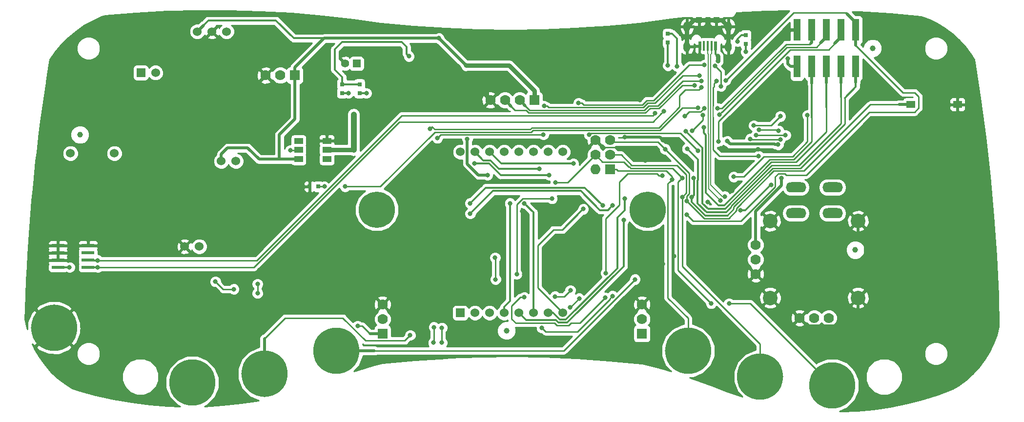
<source format=gbr>
G04 #@! TF.GenerationSoftware,KiCad,Pcbnew,6.0.0-rc1-unknown-ee465fb~66~ubuntu18.04.1*
G04 #@! TF.CreationDate,2018-09-27T12:58:04+03:00*
G04 #@! TF.ProjectId,eduBoard_Rev_A,656475426F6172645F5265765F412E6B,rev?*
G04 #@! TF.SameCoordinates,Original*
G04 #@! TF.FileFunction,Copper,L1,Top,Signal*
G04 #@! TF.FilePolarity,Positive*
%FSLAX46Y46*%
G04 Gerber Fmt 4.6, Leading zero omitted, Abs format (unit mm)*
G04 Created by KiCad (PCBNEW 6.0.0-rc1-unknown-ee465fb~66~ubuntu18.04.1) date Thu Sep 27 12:58:04 2018*
%MOMM*%
%LPD*%
G01*
G04 APERTURE LIST*
G04 #@! TA.AperFunction,ComponentPad*
%ADD10C,1.524000*%
G04 #@! TD*
G04 #@! TA.AperFunction,ComponentPad*
%ADD11R,1.524000X1.524000*%
G04 #@! TD*
G04 #@! TA.AperFunction,ComponentPad*
%ADD12C,1.200000*%
G04 #@! TD*
G04 #@! TA.AperFunction,ComponentPad*
%ADD13C,8.000000*%
G04 #@! TD*
G04 #@! TA.AperFunction,ComponentPad*
%ADD14C,1.400000*%
G04 #@! TD*
G04 #@! TA.AperFunction,ComponentPad*
%ADD15R,1.400000X1.400000*%
G04 #@! TD*
G04 #@! TA.AperFunction,ComponentPad*
%ADD16C,6.300000*%
G04 #@! TD*
G04 #@! TA.AperFunction,ComponentPad*
%ADD17C,1.778000*%
G04 #@! TD*
G04 #@! TA.AperFunction,ComponentPad*
%ADD18R,1.778000X1.778000*%
G04 #@! TD*
G04 #@! TA.AperFunction,SMDPad,CuDef*
%ADD19R,1.270000X3.810000*%
G04 #@! TD*
G04 #@! TA.AperFunction,SMDPad,CuDef*
%ADD20R,0.500000X1.600000*%
G04 #@! TD*
G04 #@! TA.AperFunction,SMDPad,CuDef*
%ADD21R,0.325000X1.800000*%
G04 #@! TD*
G04 #@! TA.AperFunction,SMDPad,CuDef*
%ADD22R,1.100000X1.000000*%
G04 #@! TD*
G04 #@! TA.AperFunction,ComponentPad*
%ADD23O,1.200000X1.800000*%
G04 #@! TD*
G04 #@! TA.AperFunction,SMDPad,CuDef*
%ADD24R,2.200000X0.600000*%
G04 #@! TD*
G04 #@! TA.AperFunction,SMDPad,CuDef*
%ADD25R,0.800000X0.800000*%
G04 #@! TD*
G04 #@! TA.AperFunction,SMDPad,CuDef*
%ADD26R,1.524000X1.000000*%
G04 #@! TD*
G04 #@! TA.AperFunction,SMDPad,CuDef*
%ADD27R,1.524000X1.270000*%
G04 #@! TD*
G04 #@! TA.AperFunction,ComponentPad*
%ADD28O,3.556000X1.778000*%
G04 #@! TD*
G04 #@! TA.AperFunction,ComponentPad*
%ADD29C,2.540000*%
G04 #@! TD*
G04 #@! TA.AperFunction,ComponentPad*
%ADD30O,1.778000X1.778000*%
G04 #@! TD*
G04 #@! TA.AperFunction,ConnectorPad*
%ADD31C,1.000000*%
G04 #@! TD*
G04 #@! TA.AperFunction,ViaPad*
%ADD32C,0.800000*%
G04 #@! TD*
G04 #@! TA.AperFunction,Conductor*
%ADD33C,0.762000*%
G04 #@! TD*
G04 #@! TA.AperFunction,Conductor*
%ADD34C,1.016000*%
G04 #@! TD*
G04 #@! TA.AperFunction,Conductor*
%ADD35C,0.508000*%
G04 #@! TD*
G04 #@! TA.AperFunction,Conductor*
%ADD36C,0.355600*%
G04 #@! TD*
G04 #@! TA.AperFunction,Conductor*
%ADD37C,0.254000*%
G04 #@! TD*
G04 #@! TA.AperFunction,Conductor*
%ADD38C,0.200000*%
G04 #@! TD*
G04 #@! TA.AperFunction,Conductor*
%ADD39C,0.203200*%
G04 #@! TD*
G04 APERTURE END LIST*
D10*
G04 #@! TO.P,U9,16*
G04 #@! TO.N,/Led Matrice 8x8/C8*
X120480000Y-42980000D03*
G04 #@! TO.P,U9,15*
G04 #@! TO.N,/Led Matrice 8x8/C7*
X123020000Y-42980000D03*
G04 #@! TO.P,U9,14*
G04 #@! TO.N,/Led Matrice 8x8/R2*
X125560000Y-42980000D03*
G04 #@! TO.P,U9,13*
G04 #@! TO.N,/Led Matrice 8x8/C1*
X128100000Y-42980000D03*
G04 #@! TO.P,U9,12*
G04 #@! TO.N,/Led Matrice 8x8/R4*
X130640000Y-42980000D03*
G04 #@! TO.P,U9,11*
G04 #@! TO.N,/Led Matrice 8x8/C6*
X133180000Y-42980000D03*
G04 #@! TO.P,U9,10*
G04 #@! TO.N,/Led Matrice 8x8/C4*
X135720000Y-42980000D03*
G04 #@! TO.P,U9,9*
G04 #@! TO.N,/Led Matrice 8x8/R1*
X138260000Y-42980000D03*
G04 #@! TO.P,U9,8*
G04 #@! TO.N,/Led Matrice 8x8/R3*
X138260000Y-70920000D03*
G04 #@! TO.P,U9,7*
G04 #@! TO.N,/Led Matrice 8x8/R6*
X135720000Y-70920000D03*
G04 #@! TO.P,U9,6*
G04 #@! TO.N,/Led Matrice 8x8/C5*
X133180000Y-70920000D03*
G04 #@! TO.P,U9,5*
G04 #@! TO.N,/Led Matrice 8x8/R8*
X130640000Y-70920000D03*
G04 #@! TO.P,U9,4*
G04 #@! TO.N,/Led Matrice 8x8/C3*
X128100000Y-70920000D03*
G04 #@! TO.P,U9,3*
G04 #@! TO.N,/Led Matrice 8x8/C2*
X125560000Y-70920000D03*
G04 #@! TO.P,U9,2*
G04 #@! TO.N,/Led Matrice 8x8/R7*
X123020000Y-70920000D03*
D11*
G04 #@! TO.P,U9,1*
G04 #@! TO.N,/Led Matrice 8x8/R5*
X120480000Y-70920000D03*
G04 #@! TD*
D12*
G04 #@! TO.P,CC7,1*
G04 #@! TO.N,/MISO*
X156587000Y-77500000D03*
X163413000Y-77500000D03*
X162400000Y-79900000D03*
X157600000Y-79900000D03*
X162400000Y-75100000D03*
X157600000Y-75100000D03*
X160000000Y-80913000D03*
X160000000Y-74087000D03*
D13*
X160000000Y-77500000D03*
G04 #@! TD*
D12*
G04 #@! TO.P,CC6,1*
G04 #@! TO.N,LEDMDATA*
X181587000Y-83500000D03*
X188413000Y-83500000D03*
X187400000Y-85900000D03*
X182600000Y-85900000D03*
X187400000Y-81100000D03*
X182600000Y-81100000D03*
X185000000Y-86913000D03*
X185000000Y-80087000D03*
D13*
X185000000Y-83500000D03*
G04 #@! TD*
D12*
G04 #@! TO.P,CC5,1*
G04 #@! TO.N,LEDMSCK*
X169087000Y-82000000D03*
X175913000Y-82000000D03*
X174900000Y-84400000D03*
X170100000Y-84400000D03*
X174900000Y-79600000D03*
X170100000Y-79600000D03*
X172500000Y-85413000D03*
X172500000Y-78587000D03*
D13*
X172500000Y-82000000D03*
G04 #@! TD*
D12*
G04 #@! TO.P,CC4,1*
G04 #@! TO.N,GND*
X46587000Y-73500000D03*
X53413000Y-73500000D03*
X52400000Y-75900000D03*
X47600000Y-75900000D03*
X52400000Y-71100000D03*
X47600000Y-71100000D03*
X50000000Y-76913000D03*
X50000000Y-70087000D03*
D13*
X50000000Y-73500000D03*
G04 #@! TD*
D12*
G04 #@! TO.P,CC3,1*
G04 #@! TO.N,/D13*
X95587000Y-77500000D03*
X102413000Y-77500000D03*
X101400000Y-79900000D03*
X96600000Y-79900000D03*
X101400000Y-75100000D03*
X96600000Y-75100000D03*
X99000000Y-80913000D03*
X99000000Y-74087000D03*
D13*
X99000000Y-77500000D03*
G04 #@! TD*
D12*
G04 #@! TO.P,CC2,1*
G04 #@! TO.N,/D10*
X83087000Y-81500000D03*
X89913000Y-81500000D03*
X88900000Y-83900000D03*
X84100000Y-83900000D03*
X88900000Y-79100000D03*
X84100000Y-79100000D03*
X86500000Y-84913000D03*
X86500000Y-78087000D03*
D13*
X86500000Y-81500000D03*
G04 #@! TD*
D12*
G04 #@! TO.P,CC1,1*
G04 #@! TO.N,/D9*
X70587000Y-83000000D03*
X77413000Y-83000000D03*
X76400000Y-85400000D03*
X71600000Y-85400000D03*
X76400000Y-80600000D03*
X71600000Y-80600000D03*
X74000000Y-86413000D03*
X74000000Y-79587000D03*
D13*
X74000000Y-83000000D03*
G04 #@! TD*
D14*
G04 #@! TO.P,BAT_CON1,2*
G04 #@! TO.N,GND*
X100496700Y-27654680D03*
D15*
G04 #@! TO.P,BAT_CON1,1*
G04 #@! TO.N,Net-(BAT_CON1-Pad1)*
X102508380Y-27652140D03*
G04 #@! TD*
D16*
G04 #@! TO.P,MountingHoleShield\002A\002A,GND1*
G04 #@! TO.N,N/C*
X106000000Y-53000000D03*
D12*
X106000000Y-50587000D03*
X106000000Y-55413000D03*
X104349000Y-51349000D03*
X107651000Y-51349000D03*
X104349000Y-54778000D03*
X107651000Y-54651000D03*
X108413000Y-53000000D03*
X103587000Y-53000000D03*
G04 #@! TD*
D17*
G04 #@! TO.P,PIR1,3*
G04 #@! TO.N,GND*
X86710000Y-29700000D03*
G04 #@! TO.P,PIR1,2*
G04 #@! TO.N,/D5*
X89250000Y-29700000D03*
D18*
G04 #@! TO.P,PIR1,1*
G04 #@! TO.N,+3.3VD*
X91790000Y-29700000D03*
G04 #@! TD*
D10*
G04 #@! TO.P,U3,3*
G04 #@! TO.N,+3.3VD*
X74850000Y-22110000D03*
G04 #@! TO.P,U3,2*
G04 #@! TO.N,GND*
X77390000Y-22110000D03*
G04 #@! TO.P,U3,1*
G04 #@! TO.N,Net-(R19-Pad2)*
X79930000Y-22110000D03*
G04 #@! TD*
D19*
G04 #@! TO.P,UEXT1,10*
G04 #@! TO.N,/D13*
X189080000Y-21825000D03*
G04 #@! TO.P,UEXT1,9*
G04 #@! TO.N,LEDMSCK*
X189080000Y-28175000D03*
G04 #@! TO.P,UEXT1,8*
G04 #@! TO.N,LEDMDATA*
X186540000Y-21825000D03*
G04 #@! TO.P,UEXT1,7*
G04 #@! TO.N,/MISO*
X186540000Y-28175000D03*
G04 #@! TO.P,UEXT1,6*
G04 #@! TO.N,/D2*
X184000000Y-21825000D03*
G04 #@! TO.P,UEXT1,5*
G04 #@! TO.N,/D3*
X184000000Y-28175000D03*
G04 #@! TO.P,UEXT1,4*
G04 #@! TO.N,/D0*
X181460000Y-21825000D03*
G04 #@! TO.P,UEXT1,3*
G04 #@! TO.N,/D1*
X181460000Y-28175000D03*
G04 #@! TO.P,UEXT1,2*
G04 #@! TO.N,GND*
X178920000Y-21825000D03*
G04 #@! TO.P,UEXT1,1*
G04 #@! TO.N,+3.3VD*
X178920000Y-28175000D03*
G04 #@! TD*
D10*
G04 #@! TO.P,R7,2*
G04 #@! TO.N,/A2*
X81570000Y-44580000D03*
G04 #@! TO.P,R7,1*
G04 #@! TO.N,+3.3VD*
X79030000Y-44580000D03*
G04 #@! TD*
D20*
G04 #@! TO.P,USB1,1*
G04 #@! TO.N,/VBUS*
X164787000Y-24600000D03*
D21*
G04 #@! TO.P,USB1,2*
G04 #@! TO.N,/D_N*
X164050000Y-24600000D03*
G04 #@! TO.P,USB1,3*
G04 #@! TO.N,/D_P*
X163400000Y-24600000D03*
G04 #@! TO.P,USB1,4*
G04 #@! TO.N,Net-(USB1-Pad4)*
X162750000Y-24600000D03*
D20*
G04 #@! TO.P,USB1,5*
G04 #@! TO.N,GND*
X162013000Y-24600000D03*
D22*
G04 #@! TO.P,USB1,0*
X164900000Y-20100000D03*
X161900000Y-20100000D03*
D23*
X167000000Y-21250000D03*
X167000000Y-24720000D03*
X159800000Y-24720000D03*
X159800000Y-21250000D03*
G04 #@! TD*
D24*
G04 #@! TO.P,U4,8*
G04 #@! TO.N,+3.3VD*
X50705566Y-63041369D03*
G04 #@! TO.P,U4,7*
G04 #@! TO.N,GND*
X50705566Y-61771369D03*
G04 #@! TO.P,U4,6*
X50705566Y-60501369D03*
G04 #@! TO.P,U4,5*
X50705566Y-59231369D03*
G04 #@! TO.P,U4,4*
X55905566Y-59231369D03*
G04 #@! TO.P,U4,3*
G04 #@! TO.N,Net-(U4-Pad3)*
X55905566Y-60501369D03*
G04 #@! TO.P,U4,2*
G04 #@! TO.N,/D3*
X55905566Y-61771369D03*
G04 #@! TO.P,U4,1*
G04 #@! TO.N,/D2*
X55905566Y-63041369D03*
G04 #@! TD*
D25*
G04 #@! TO.P,LED6,1*
G04 #@! TO.N,Net-(LED6-Pad1)*
X103000000Y-32762000D03*
G04 #@! TO.P,LED6,2*
G04 #@! TO.N,/VBUS*
X103000000Y-31238000D03*
G04 #@! TD*
D26*
G04 #@! TO.P,LED5,6*
G04 #@! TO.N,GND*
X97340000Y-41060000D03*
G04 #@! TO.P,LED5,5*
G04 #@! TO.N,LEDMVDD*
X97340000Y-42660000D03*
G04 #@! TO.P,LED5,4*
G04 #@! TO.N,Net-(LED5-Pad4)*
X97340000Y-44260000D03*
G04 #@! TO.P,LED5,3*
G04 #@! TO.N,+3.3VD*
X92440000Y-44260000D03*
G04 #@! TO.P,LED5,2*
G04 #@! TO.N,/A4*
X92440000Y-42660000D03*
G04 #@! TO.P,LED5,1*
G04 #@! TO.N,/RGBO*
X92440000Y-41060000D03*
G04 #@! TD*
D25*
G04 #@! TO.P,LED4,1*
G04 #@! TO.N,GND*
X94328000Y-49000000D03*
G04 #@! TO.P,LED4,2*
G04 #@! TO.N,Net-(LED4-Pad2)*
X95852000Y-49000000D03*
G04 #@! TD*
G04 #@! TO.P,LED3,1*
G04 #@! TO.N,Net-(LED3-Pad1)*
X100000000Y-32762000D03*
G04 #@! TO.P,LED3,2*
G04 #@! TO.N,/VBUS*
X100000000Y-31238000D03*
G04 #@! TD*
G04 #@! TO.P,LED2,1*
G04 #@! TO.N,Net-(LED2-Pad1)*
X156500000Y-24024000D03*
G04 #@! TO.P,LED2,2*
G04 #@! TO.N,+3.3VD*
X156500000Y-22500000D03*
G04 #@! TD*
G04 #@! TO.P,LED1,1*
G04 #@! TO.N,Net-(LED1-Pad1)*
X170000000Y-24262000D03*
G04 #@! TO.P,LED1,2*
G04 #@! TO.N,+3.3VD*
X170000000Y-22738000D03*
G04 #@! TD*
D18*
G04 #@! TO.P,USON1,1*
G04 #@! TO.N,+3.3VD*
X133310000Y-34000000D03*
D17*
G04 #@! TO.P,USON1,2*
G04 #@! TO.N,/D8*
X130770000Y-34000000D03*
G04 #@! TO.P,USON1,3*
G04 #@! TO.N,/D4*
X128230000Y-34000000D03*
G04 #@! TO.P,USON1,4*
G04 #@! TO.N,GND*
X125690000Y-34000000D03*
G04 #@! TD*
G04 #@! TO.P,SERVO1,3*
G04 #@! TO.N,GND*
X107000000Y-69460000D03*
G04 #@! TO.P,SERVO1,2*
G04 #@! TO.N,LEDMVDD*
X107000000Y-72000000D03*
D18*
G04 #@! TO.P,SERVO1,1*
G04 #@! TO.N,/D9*
X107000000Y-74540000D03*
G04 #@! TD*
D27*
G04 #@! TO.P,SW1,2*
G04 #@! TO.N,RESET*
X198616000Y-34760000D03*
G04 #@! TO.P,SW1,1*
G04 #@! TO.N,GND*
X206744000Y-34760000D03*
G04 #@! TD*
D17*
G04 #@! TO.P,SERVO2,3*
G04 #@! TO.N,GND*
X152000000Y-69460000D03*
G04 #@! TO.P,SERVO2,2*
G04 #@! TO.N,LEDMVDD*
X152000000Y-72000000D03*
D18*
G04 #@! TO.P,SERVO2,1*
G04 #@! TO.N,/D10*
X152000000Y-74540000D03*
G04 #@! TD*
D10*
G04 #@! TO.P,MK1,2*
G04 #@! TO.N,Net-(C16-Pad2)*
X75200000Y-59395000D03*
G04 #@! TO.P,MK1,1*
G04 #@! TO.N,GND*
X72660000Y-59395000D03*
G04 #@! TD*
D11*
G04 #@! TO.P,LED7,2*
G04 #@! TO.N,LEDMVDD*
X65070000Y-29240000D03*
D10*
G04 #@! TO.P,LED7,1*
G04 #@! TO.N,Net-(LED7-Pad1)*
X67610000Y-29240000D03*
G04 #@! TD*
D28*
G04 #@! TO.P,JS1,7*
G04 #@! TO.N,/HWB*
X178695000Y-49149000D03*
X185045000Y-49149000D03*
G04 #@! TO.P,JS1,8*
G04 #@! TO.N,Net-(JS1-Pad8)*
X178695000Y-53649000D03*
X185045000Y-53649000D03*
D17*
G04 #@! TO.P,JS1,4*
G04 #@! TO.N,GND*
X179330000Y-71810000D03*
G04 #@! TO.P,JS1,5*
G04 #@! TO.N,/A0*
X181870000Y-71810000D03*
G04 #@! TO.P,JS1,6*
G04 #@! TO.N,+3.3VD*
X184410000Y-71810000D03*
D29*
G04 #@! TO.P,JS1,9*
G04 #@! TO.N,GND*
X174250000Y-54982500D03*
X174250000Y-68317500D03*
X189490000Y-68317500D03*
X189490000Y-54982500D03*
D17*
G04 #@! TO.P,JS1,1*
G04 #@! TO.N,+3.3VD*
X171710000Y-59110000D03*
G04 #@! TO.P,JS1,2*
G04 #@! TO.N,/A1*
X171710000Y-61650000D03*
G04 #@! TO.P,JS1,3*
G04 #@! TO.N,GND*
X171710000Y-64190000D03*
G04 #@! TD*
G04 #@! TO.P,ICSP1,6*
G04 #@! TO.N,GND*
X143930000Y-40960000D03*
D30*
G04 #@! TO.P,ICSP1,2*
G04 #@! TO.N,+3.3VD*
X143930000Y-46040000D03*
D17*
G04 #@! TO.P,ICSP1,4*
G04 #@! TO.N,LEDMDATA*
X143930000Y-43500000D03*
G04 #@! TO.P,ICSP1,5*
G04 #@! TO.N,RESET*
X146470000Y-40960000D03*
G04 #@! TO.P,ICSP1,3*
G04 #@! TO.N,LEDMSCK*
X146470000Y-43500000D03*
D18*
G04 #@! TO.P,ICSP1,1*
G04 #@! TO.N,/MISO*
X146470000Y-46040000D03*
G04 #@! TD*
D10*
G04 #@! TO.P,BUZ1,2*
G04 #@! TO.N,BUZZER*
X60480000Y-43230000D03*
G04 #@! TO.P,BUZ1,1*
G04 #@! TO.N,LEDMVDD*
X52860000Y-43230000D03*
G04 #@! TD*
D12*
G04 #@! TO.P,MountingHoleShield\002A\002A,GND1*
G04 #@! TO.N,N/C*
X150587000Y-53000000D03*
X155413000Y-53000000D03*
X154651000Y-54651000D03*
X151349000Y-54778000D03*
X154651000Y-51349000D03*
X151349000Y-51349000D03*
X153000000Y-55413000D03*
X153000000Y-50587000D03*
D16*
X153000000Y-53000000D03*
G04 #@! TD*
D31*
G04 #@! TO.P,Ref\002A,Fid1*
G04 #@! TO.N,N/C*
X54500000Y-40000000D03*
G04 #@! TD*
G04 #@! TO.P,Ref\002A,Fid1*
G04 #@! TO.N,N/C*
X128500000Y-74000000D03*
G04 #@! TD*
G04 #@! TO.P,Ref\002A,Fid1*
G04 #@! TO.N,N/C*
X189000000Y-60000000D03*
G04 #@! TD*
G04 #@! TO.P,Ref\002A,Fid1*
G04 #@! TO.N,N/C*
X192000000Y-25000000D03*
G04 #@! TD*
D32*
G04 #@! TO.N,LEDMVDD*
X102000000Y-42600000D03*
X102000000Y-36500000D03*
X125200000Y-47000000D03*
X121700000Y-40735032D03*
G04 #@! TO.N,+3.3VD*
X121500000Y-28000000D03*
X52700000Y-63000000D03*
X158100000Y-28100000D03*
X177300000Y-26800002D03*
X168600000Y-23800000D03*
X116768190Y-23268190D03*
X176200000Y-47500000D03*
X175624387Y-41726779D03*
X166800000Y-41100000D03*
G04 #@! TO.N,/VBUS*
X111566000Y-26400000D03*
X165200000Y-26400000D03*
X165200000Y-27200000D03*
X161722200Y-42800000D03*
X142808067Y-39981021D03*
G04 #@! TO.N,/A3*
X172266590Y-39188525D03*
X175700000Y-39300000D03*
X81200000Y-66800000D03*
X78000000Y-65500000D03*
G04 #@! TO.N,LEDMDATA*
X158973000Y-47500000D03*
X165300000Y-41200000D03*
X167100000Y-69300000D03*
X164000000Y-69300000D03*
X137000000Y-48300000D03*
X136400000Y-51100000D03*
X130300000Y-64200000D03*
G04 #@! TO.N,LEDMSCK*
X159000000Y-50800000D03*
X160617326Y-50852891D03*
X146885933Y-67985933D03*
X134600000Y-73500000D03*
X160927010Y-47500000D03*
G04 #@! TO.N,/MISO*
X159835926Y-42435926D03*
X157200000Y-47800000D03*
G04 #@! TO.N,Net-(LED1-Pad1)*
X170043753Y-25613391D03*
G04 #@! TO.N,Net-(LED2-Pad1)*
X156500000Y-27999998D03*
G04 #@! TO.N,Net-(LED3-Pad1)*
X101100000Y-32800000D03*
G04 #@! TO.N,Net-(LED4-Pad2)*
X96900000Y-49000000D03*
G04 #@! TO.N,/A4*
X171800000Y-40073000D03*
X176900000Y-40073000D03*
X91000000Y-42700000D03*
G04 #@! TO.N,Net-(LED6-Pad1)*
X104200000Y-32800000D03*
G04 #@! TO.N,/RXLED*
X174377810Y-48700000D03*
X169100000Y-53100000D03*
G04 #@! TO.N,/D12*
X161700000Y-35300000D03*
X100500000Y-49000000D03*
G04 #@! TO.N,/D_N*
X166371232Y-50711770D03*
G04 #@! TO.N,/D_P*
X165628768Y-51454234D03*
G04 #@! TO.N,/D5*
X141000000Y-34489001D03*
X162800000Y-27900000D03*
X164650000Y-28035166D03*
X165700000Y-31600000D03*
G04 #@! TO.N,/D7*
X180682200Y-36600000D03*
X167900000Y-47300000D03*
G04 #@! TO.N,/D2*
X57600000Y-63000000D03*
X162586346Y-36625059D03*
X165400000Y-36500000D03*
X160700000Y-39300000D03*
X155800000Y-35900000D03*
G04 #@! TO.N,/D3*
X57600000Y-61800000D03*
X159593857Y-39413823D03*
X154300000Y-36300000D03*
G04 #@! TO.N,/D9*
X161988940Y-29770078D03*
X116500000Y-40600000D03*
X115900000Y-73400000D03*
X115800000Y-76100000D03*
X102673000Y-73200000D03*
X134900000Y-39981021D03*
X135000000Y-35018979D03*
G04 #@! TO.N,/D10*
X164900000Y-30700000D03*
X172200000Y-43700000D03*
X111800000Y-74800000D03*
G04 #@! TO.N,LEDMLATCH*
X145600000Y-68300000D03*
X131600000Y-68200000D03*
X145700000Y-64000000D03*
X155500000Y-47100000D03*
G04 #@! TO.N,/D0*
X165100000Y-35400000D03*
X162800000Y-35400000D03*
X159400000Y-36800002D03*
G04 #@! TO.N,/D1*
X162700000Y-38700000D03*
G04 #@! TO.N,/D4*
X161100000Y-31435056D03*
G04 #@! TO.N,/D8*
X162335641Y-30708056D03*
G04 #@! TO.N,/D13*
X166500000Y-30600000D03*
X150800000Y-65100000D03*
X159800000Y-53900000D03*
G04 #@! TO.N,/A2*
X171400000Y-38400000D03*
X176000000Y-36800000D03*
X85300000Y-67527000D03*
X85300000Y-65900000D03*
G04 #@! TO.N,RESET*
X159795190Y-51531747D03*
X156004785Y-42509426D03*
X141100000Y-68400000D03*
X139500000Y-70000000D03*
G04 #@! TO.N,D6*
X162300000Y-31800000D03*
X115200000Y-39000000D03*
G04 #@! TO.N,IRTX*
X117300000Y-73500000D03*
X117300000Y-76100000D03*
X176000000Y-40800000D03*
X170794153Y-40726909D03*
G04 #@! TO.N,Net-(U5-Pad15)*
X126600000Y-65100000D03*
X126525000Y-61325000D03*
G04 #@! TO.N,Net-(U5-Pad9)*
X139581000Y-66994913D03*
X136937057Y-68062933D03*
G04 #@! TO.N,Net-(U5-Pad7)*
X135900000Y-47000000D03*
X122900000Y-45000000D03*
G04 #@! TO.N,/Led Matrice 8x8/C3*
X129100000Y-51900000D03*
G04 #@! TO.N,/Led Matrice 8x8/C5*
X131600000Y-51900000D03*
G04 #@! TO.N,/Led Matrice 8x8/C7*
X134200000Y-45900000D03*
G04 #@! TO.N,/Led Matrice 8x8/R2*
X140100000Y-45000000D03*
G04 #@! TO.N,/Led Matrice 8x8/R3*
X141822190Y-52900000D03*
G04 #@! TO.N,/Led Matrice 8x8/R6*
X149000000Y-51100000D03*
G04 #@! TO.N,/Led Matrice 8x8/R8*
X148800000Y-54800000D03*
G04 #@! TO.N,/Led Matrice 8x8/R7*
X122200000Y-53700000D03*
X146900000Y-52300000D03*
G04 #@! TO.N,/Led Matrice 8x8/R5*
X122200000Y-51900000D03*
X145200000Y-52300000D03*
G04 #@! TO.N,GND*
X155900000Y-44100000D03*
X163400000Y-51700000D03*
X167600000Y-49700000D03*
X108000000Y-25300000D03*
X106800000Y-28600000D03*
X114000000Y-29400000D03*
X98400000Y-32800000D03*
X125600000Y-53000000D03*
X137164400Y-61800000D03*
X131600000Y-64200000D03*
X52500000Y-61800000D03*
X152600000Y-44508000D03*
X151600000Y-34000000D03*
X177300000Y-22899998D03*
X125184000Y-30016000D03*
X172100000Y-42500000D03*
X172300000Y-35600000D03*
X157561817Y-29351767D03*
X155589058Y-40954969D03*
X135700000Y-63700000D03*
X131200000Y-53300000D03*
X83800000Y-64800000D03*
X159000000Y-66900000D03*
X165700000Y-42400000D03*
X166600000Y-74400000D03*
X82400000Y-73500000D03*
X119900000Y-48600000D03*
X119300000Y-62400000D03*
X171600000Y-23800000D03*
X172900000Y-21250000D03*
X176100000Y-29600000D03*
X172700000Y-26500000D03*
X168600000Y-30400000D03*
X197000000Y-28900000D03*
X191600000Y-31700000D03*
X160800000Y-56800000D03*
X155600000Y-62400000D03*
X149000000Y-40435022D03*
X151100000Y-58200000D03*
X157527010Y-61100000D03*
G04 #@! TD*
D33*
G04 #@! TO.N,LEDMVDD*
X101940000Y-42660000D02*
X102000000Y-42600000D01*
X97340000Y-42660000D02*
X101940000Y-42660000D01*
D34*
X102000000Y-36500000D02*
X102000000Y-42600000D01*
D35*
X125200000Y-47000000D02*
X123636078Y-47000000D01*
X121700000Y-45063922D02*
X121700000Y-41300717D01*
X123636078Y-47000000D02*
X121700000Y-45063922D01*
X121700000Y-41300717D02*
X121700000Y-40735032D01*
G04 #@! TO.N,+3.3VD*
X116768190Y-23268190D02*
X121500000Y-28000000D01*
X96824810Y-23268190D02*
X116768190Y-23268190D01*
X91790000Y-29700000D02*
X91790000Y-28303000D01*
X91790000Y-28303000D02*
X96824810Y-23268190D01*
D36*
X50746935Y-63000000D02*
X50705566Y-63041369D01*
X52700000Y-63000000D02*
X50746935Y-63000000D01*
D35*
X85560000Y-44260000D02*
X83600000Y-42300000D01*
X83600000Y-42300000D02*
X80100000Y-42300000D01*
X79030000Y-43370000D02*
X79030000Y-44580000D01*
X80100000Y-42300000D02*
X79030000Y-43370000D01*
D36*
X156500000Y-22500000D02*
X157255600Y-22500000D01*
X158100000Y-23344400D02*
X158100000Y-27534315D01*
X158100000Y-27534315D02*
X158100000Y-28100000D01*
X157255600Y-22500000D02*
X158100000Y-23344400D01*
X177300000Y-27545600D02*
X177300000Y-27365687D01*
X177300000Y-27365687D02*
X177300000Y-26800002D01*
D33*
X133310000Y-32349000D02*
X133310000Y-34000000D01*
X128961000Y-28000000D02*
X133310000Y-32349000D01*
X121500000Y-28000000D02*
X128961000Y-28000000D01*
D36*
X170000000Y-22738000D02*
X169244400Y-22738000D01*
X168600000Y-23382400D02*
X168600000Y-23800000D01*
X169244400Y-22738000D02*
X168600000Y-23382400D01*
X96824810Y-23268190D02*
X91568190Y-23268190D01*
X91568190Y-23268190D02*
X88500000Y-20200000D01*
X88500000Y-20200000D02*
X76760000Y-20200000D01*
D35*
X91790000Y-29700000D02*
X91790000Y-37310000D01*
X89100000Y-40000000D02*
X89100000Y-44260000D01*
X91790000Y-37310000D02*
X89100000Y-40000000D01*
X92440000Y-44260000D02*
X89100000Y-44260000D01*
X89100000Y-44260000D02*
X85560000Y-44260000D01*
X176200000Y-48775444D02*
X176200000Y-47500000D01*
X171710000Y-59110000D02*
X171710000Y-53265444D01*
X171710000Y-53265444D02*
X176200000Y-48775444D01*
X167280910Y-41580910D02*
X166800000Y-41100000D01*
X174912833Y-41580910D02*
X167280910Y-41580910D01*
X175058702Y-41726779D02*
X174912833Y-41580910D01*
X175624387Y-41726779D02*
X175058702Y-41726779D01*
X177300000Y-27698000D02*
X177300000Y-27545600D01*
X177777000Y-28175000D02*
X177300000Y-27698000D01*
X178920000Y-28175000D02*
X177777000Y-28175000D01*
X177300000Y-27698000D02*
X177300000Y-26800002D01*
X74850000Y-22110000D02*
X75960000Y-21000000D01*
D36*
X76760000Y-20200000D02*
X75960000Y-21000000D01*
G04 #@! TO.N,/VBUS*
X100000000Y-31238000D02*
X103000000Y-31238000D01*
X111166001Y-26000001D02*
X111166001Y-24766001D01*
X111566000Y-26400000D02*
X111166001Y-26000001D01*
X111166001Y-24766001D02*
X110300000Y-23900000D01*
X110300000Y-23900000D02*
X100000000Y-23900000D01*
X100000000Y-23900000D02*
X98700000Y-25200000D01*
X98700000Y-25200000D02*
X98700000Y-28700000D01*
X100000000Y-30000000D02*
X100000000Y-31238000D01*
X98700000Y-28700000D02*
X100000000Y-30000000D01*
X164787000Y-24600000D02*
X164787000Y-25987000D01*
X164787000Y-25987000D02*
X165200000Y-26400000D01*
D33*
X165200000Y-26400000D02*
X165200000Y-27200000D01*
D37*
X143081066Y-39708022D02*
X142808067Y-39981021D01*
X161722200Y-42800000D02*
X158630222Y-39708022D01*
X158630222Y-39708022D02*
X143081066Y-39708022D01*
G04 #@! TO.N,/A3*
X172266590Y-39188525D02*
X175588525Y-39188525D01*
X175588525Y-39188525D02*
X175700000Y-39300000D01*
X81200000Y-66800000D02*
X79300000Y-66800000D01*
X79300000Y-66800000D02*
X78000000Y-65500000D01*
G04 #@! TO.N,LEDMDATA*
X145146001Y-44716001D02*
X148816001Y-44716001D01*
X143930000Y-43500000D02*
X145146001Y-44716001D01*
X148816001Y-44716001D02*
X149685990Y-45585990D01*
X149843923Y-45585990D02*
X150057933Y-45800000D01*
X149685990Y-45585990D02*
X149843923Y-45585990D01*
X150057933Y-45800000D02*
X157273000Y-45800000D01*
X157273000Y-45800000D02*
X158973000Y-47500000D01*
X165300000Y-40634315D02*
X165300000Y-41200000D01*
X177721954Y-25254010D02*
X165300000Y-37675964D01*
X184380990Y-25254010D02*
X177721954Y-25254010D01*
X165300000Y-37675964D02*
X165300000Y-40634315D01*
X185000000Y-83500000D02*
X170800000Y-69300000D01*
X170800000Y-69300000D02*
X167100000Y-69300000D01*
X143930000Y-43500000D02*
X139130000Y-48300000D01*
X139130000Y-48300000D02*
X137000000Y-48300000D01*
X136400000Y-51100000D02*
X131324038Y-51100000D01*
X130300000Y-63634315D02*
X130300000Y-64200000D01*
X130300000Y-52124038D02*
X130300000Y-63634315D01*
X131324038Y-51100000D02*
X130300000Y-52124038D01*
X158254011Y-48218989D02*
X158573001Y-47899999D01*
X158254011Y-63554011D02*
X158254011Y-48218989D01*
X164000000Y-69300000D02*
X158254011Y-63554011D01*
X158573001Y-47899999D02*
X158973000Y-47500000D01*
D35*
X186540000Y-23095000D02*
X185435000Y-24200000D01*
X186540000Y-21825000D02*
X186540000Y-23095000D01*
D37*
X185435000Y-24200000D02*
X184380990Y-25254010D01*
D36*
G04 #@! TO.N,LEDMSCK*
X162988572Y-54011220D02*
X160617326Y-51639974D01*
X160617326Y-51418576D02*
X160617326Y-50852891D01*
X166797178Y-54011220D02*
X162988572Y-54011220D01*
X160617326Y-51639974D02*
X160617326Y-51418576D01*
D37*
X159700000Y-46900000D02*
X159700000Y-50100000D01*
X150200000Y-45300000D02*
X158100000Y-45300000D01*
X159700000Y-50100000D02*
X159000000Y-50800000D01*
X146470000Y-43500000D02*
X148400000Y-43500000D01*
X158100000Y-45300000D02*
X159700000Y-46900000D01*
X148400000Y-43500000D02*
X150200000Y-45300000D01*
X146485934Y-68490028D02*
X140775962Y-74200000D01*
X146885933Y-67985933D02*
X146485934Y-68385932D01*
X146485934Y-68385932D02*
X146485934Y-68490028D01*
X140775962Y-74200000D02*
X135300000Y-74200000D01*
X135300000Y-74200000D02*
X134600000Y-73500000D01*
D36*
X189080000Y-31728397D02*
X187200000Y-33608397D01*
D37*
X187200000Y-33608397D02*
X187200000Y-38100000D01*
X167918988Y-52562982D02*
X167918988Y-52889410D01*
X187200000Y-38100000D02*
X179500000Y-45800000D01*
X174681970Y-45800000D02*
X167918988Y-52562982D01*
X179500000Y-45800000D02*
X174681970Y-45800000D01*
X167918988Y-52889410D02*
X166797178Y-54011220D01*
X159000000Y-51365685D02*
X159000000Y-50800000D01*
X172500000Y-76343146D02*
X159000000Y-62843146D01*
X172500000Y-82000000D02*
X172500000Y-76343146D01*
X159000000Y-62843146D02*
X159000000Y-51365685D01*
D36*
X161017325Y-50452892D02*
X161017325Y-47590315D01*
X161017325Y-47590315D02*
X160927010Y-47500000D01*
X160617326Y-50852891D02*
X161017325Y-50452892D01*
D35*
X189080000Y-30588000D02*
X189080000Y-30900000D01*
X189080000Y-28175000D02*
X189080000Y-30588000D01*
D36*
X189080000Y-30900000D02*
X189080000Y-31728397D01*
D37*
G04 #@! TO.N,/MISO*
X179254011Y-45345989D02*
X174493913Y-45345989D01*
X186540000Y-33482646D02*
X186540000Y-38060000D01*
X186540000Y-38060000D02*
X179254011Y-45345989D01*
X167464977Y-52557670D02*
X166567037Y-53455610D01*
X174493913Y-45345989D02*
X167464977Y-52374925D01*
X167464977Y-52374925D02*
X167464977Y-52557670D01*
X147845999Y-46272999D02*
X156238684Y-46272999D01*
X160000000Y-71843146D02*
X156500001Y-68343147D01*
X156238684Y-46272999D02*
X157200000Y-47234315D01*
X146470000Y-46040000D02*
X147613000Y-46040000D01*
X147613000Y-46040000D02*
X147845999Y-46272999D01*
X160000000Y-77500000D02*
X160000000Y-71843146D01*
X156500001Y-68343147D02*
X156500001Y-48499999D01*
X157200000Y-47234315D02*
X157200000Y-47800000D01*
X156800001Y-48199999D02*
X157200000Y-47800000D01*
X156500001Y-48499999D02*
X156800001Y-48199999D01*
D36*
X160235925Y-42835925D02*
X159835926Y-42435926D01*
X161658822Y-51895719D02*
X161658822Y-47919336D01*
X161704812Y-47873346D02*
X161704812Y-44304812D01*
X161658822Y-47919336D02*
X161704812Y-47873346D01*
X163218713Y-53455610D02*
X161658822Y-51895719D01*
X161704812Y-44304812D02*
X160235925Y-42835925D01*
X166567037Y-53455610D02*
X163218713Y-53455610D01*
D35*
X186540000Y-30588000D02*
X186540000Y-31000000D01*
X186540000Y-28175000D02*
X186540000Y-30588000D01*
D36*
X186540000Y-31000000D02*
X186540000Y-33482646D01*
G04 #@! TO.N,Net-(LED1-Pad1)*
X170000000Y-25569638D02*
X170043753Y-25613391D01*
X170000000Y-24262000D02*
X170000000Y-25569638D01*
G04 #@! TO.N,Net-(LED2-Pad1)*
X156500000Y-24024000D02*
X156500000Y-27999998D01*
G04 #@! TO.N,Net-(LED3-Pad1)*
X100038000Y-32800000D02*
X100000000Y-32762000D01*
X101100000Y-32800000D02*
X100038000Y-32800000D01*
D37*
G04 #@! TO.N,Net-(LED4-Pad2)*
X96900000Y-49000000D02*
X95852000Y-49000000D01*
G04 #@! TO.N,/A4*
X171800000Y-40073000D02*
X176900000Y-40073000D01*
X92400000Y-42700000D02*
X92440000Y-42660000D01*
X91000000Y-42700000D02*
X92400000Y-42700000D01*
D36*
G04 #@! TO.N,Net-(LED6-Pad1)*
X103038000Y-32800000D02*
X103000000Y-32762000D01*
X104200000Y-32800000D02*
X103038000Y-32800000D01*
G04 #@! TO.N,/RXLED*
X174235801Y-48764199D02*
X169900000Y-53100000D01*
X169900000Y-53100000D02*
X169100000Y-53100000D01*
D37*
G04 #@! TO.N,/D12*
X159042068Y-35300000D02*
X155088057Y-39254011D01*
X106600000Y-49000000D02*
X101065685Y-49000000D01*
X101065685Y-49000000D02*
X100500000Y-49000000D01*
X116045989Y-39554011D02*
X106600000Y-49000000D01*
X133089961Y-39254011D02*
X132789961Y-39554011D01*
X155088057Y-39254011D02*
X133089961Y-39254011D01*
X161700000Y-35300000D02*
X159042068Y-35300000D01*
X132789961Y-39554011D02*
X116045989Y-39554011D01*
D38*
G04 #@! TO.N,/D_N*
X165946967Y-50711770D02*
X163950000Y-48714803D01*
X166371232Y-50711770D02*
X165946967Y-50711770D01*
X163950000Y-48714803D02*
X163950000Y-26050001D01*
X163950000Y-26050001D02*
X164050000Y-25950001D01*
X164050000Y-25950001D02*
X164050000Y-24600000D01*
G04 #@! TO.N,/D_P*
X165628768Y-51454234D02*
X163533420Y-49358886D01*
X163533420Y-49358886D02*
X163533420Y-39838400D01*
X163500000Y-26050001D02*
X163400000Y-25950001D01*
X163533420Y-39838400D02*
X163500000Y-39804980D01*
X163500000Y-39804980D02*
X163500000Y-26050001D01*
X163400000Y-25950001D02*
X163400000Y-25700000D01*
X163400000Y-25700000D02*
X163400000Y-24600000D01*
D37*
G04 #@! TO.N,/D5*
X162900000Y-27900000D02*
X162800000Y-27900000D01*
X141914651Y-34837967D02*
X152035829Y-34837967D01*
X141565685Y-34489001D02*
X141914651Y-34837967D01*
X162234315Y-27900000D02*
X162800000Y-27900000D01*
X152810752Y-34063044D02*
X154036956Y-34063044D01*
X160200000Y-27900000D02*
X162234315Y-27900000D01*
X154036956Y-34063044D02*
X160200000Y-27900000D01*
X141000000Y-34489001D02*
X141565685Y-34489001D01*
X152035829Y-34837967D02*
X152810752Y-34063044D01*
X164650000Y-28035166D02*
X165700000Y-29085166D01*
X165700000Y-29085166D02*
X165700000Y-31600000D01*
G04 #@! TO.N,/D7*
X180682200Y-36600000D02*
X180682200Y-41117800D01*
X180682200Y-41117800D02*
X180682200Y-41217800D01*
X180682200Y-41217800D02*
X178100000Y-43800000D01*
X173175962Y-43800000D02*
X169675962Y-47300000D01*
X178100000Y-43800000D02*
X173175962Y-43800000D01*
X169675962Y-47300000D02*
X167900000Y-47300000D01*
D36*
G04 #@! TO.N,/D2*
X55905566Y-63041369D02*
X57558631Y-63041369D01*
X57558631Y-63041369D02*
X57600000Y-63000000D01*
D37*
X165799999Y-36100001D02*
X165400000Y-36500000D01*
X177142066Y-24800000D02*
X165842065Y-36100001D01*
X182295000Y-24800000D02*
X177142066Y-24800000D01*
X165842065Y-36100001D02*
X165799999Y-36100001D01*
X162586346Y-36625059D02*
X162586346Y-37413654D01*
X161099999Y-38900001D02*
X160700000Y-39300000D01*
X162586346Y-37413654D02*
X161099999Y-38900001D01*
D35*
X184000000Y-23095000D02*
X182995000Y-24100000D01*
X184000000Y-21825000D02*
X184000000Y-23095000D01*
D37*
X182995000Y-24100000D02*
X182295000Y-24800000D01*
X84700000Y-63000000D02*
X109900000Y-37800000D01*
X109900000Y-37800000D02*
X153900000Y-37800000D01*
X57600000Y-63000000D02*
X84700000Y-63000000D01*
X153900000Y-37800000D02*
X155400001Y-36299999D01*
X155400001Y-36299999D02*
X155800000Y-35900000D01*
D36*
G04 #@! TO.N,/D3*
X55934197Y-61800000D02*
X55905566Y-61771369D01*
X57600000Y-61800000D02*
X55934197Y-61800000D01*
X163448854Y-52899999D02*
X162500000Y-51951145D01*
X162500000Y-51951145D02*
X162500000Y-42319966D01*
X162500000Y-42319966D02*
X159993856Y-39813822D01*
X159993856Y-39813822D02*
X159593857Y-39413823D01*
X166336895Y-52899999D02*
X163448854Y-52899999D01*
D37*
X153900001Y-36699999D02*
X110300001Y-36699999D01*
X154300000Y-36300000D02*
X153900001Y-36699999D01*
X85200000Y-61800000D02*
X57600000Y-61800000D01*
X110300001Y-36699999D02*
X85200000Y-61800000D01*
X178745990Y-44754010D02*
X174443824Y-44754010D01*
X184000000Y-39500000D02*
X178745990Y-44754010D01*
X184000000Y-35236895D02*
X184000000Y-39500000D01*
X174443824Y-44754010D02*
X166336895Y-52860939D01*
X166336895Y-52860939D02*
X166336895Y-52899999D01*
D35*
X184000000Y-28175000D02*
X184000000Y-30588000D01*
X184000000Y-30588000D02*
X184000000Y-31000000D01*
D36*
X184000000Y-31000000D02*
X184000000Y-35236895D01*
D37*
G04 #@! TO.N,/D9*
X115900000Y-73400000D02*
X115900000Y-76000000D01*
X115900000Y-76000000D02*
X115800000Y-76100000D01*
X102673000Y-73200000D02*
X103500000Y-73200000D01*
X103500000Y-73200000D02*
X104840000Y-74540000D01*
X117091978Y-40008022D02*
X134307314Y-40008022D01*
X134334315Y-39981021D02*
X134900000Y-39981021D01*
X134307314Y-40008022D02*
X134334315Y-39981021D01*
X116500000Y-40600000D02*
X117091978Y-40008022D01*
X161988940Y-29770078D02*
X159045786Y-29770078D01*
X152998809Y-34517055D02*
X152223886Y-35291978D01*
X135838684Y-35291978D02*
X135565685Y-35018979D01*
X135565685Y-35018979D02*
X135000000Y-35018979D01*
X152223886Y-35291978D02*
X135838684Y-35291978D01*
X159045786Y-29770078D02*
X154298809Y-34517055D01*
X154298809Y-34517055D02*
X152998809Y-34517055D01*
D35*
X105603000Y-74540000D02*
X104840000Y-74540000D01*
X107000000Y-74540000D02*
X105603000Y-74540000D01*
D37*
G04 #@! TO.N,/D10*
X164500001Y-31699999D02*
X164377010Y-31822990D01*
X164900000Y-30700000D02*
X164500001Y-31099999D01*
X164500001Y-31099999D02*
X164500001Y-31699999D01*
X164377010Y-31822990D02*
X164377010Y-34977010D01*
D39*
X164377010Y-34977010D02*
X164377010Y-36977010D01*
D37*
X164377010Y-42652972D02*
X165424038Y-43700000D01*
X164377010Y-36977010D02*
X164377010Y-42652972D01*
X165424038Y-43700000D02*
X172200000Y-43700000D01*
X100100000Y-71800000D02*
X90100000Y-71800000D01*
X104056001Y-75756001D02*
X100100000Y-71800000D01*
X90100000Y-71800000D02*
X86500000Y-75400000D01*
X111800000Y-74800000D02*
X110843999Y-75756001D01*
X110843999Y-75756001D02*
X104056001Y-75756001D01*
D35*
X86500000Y-75843146D02*
X86500000Y-75400000D01*
X86500000Y-81500000D02*
X86500000Y-75843146D01*
D37*
G04 #@! TO.N,LEDMLATCH*
X149500000Y-46800000D02*
X154634315Y-46800000D01*
X145700000Y-54575962D02*
X148095191Y-52180771D01*
X154934315Y-47100000D02*
X155500000Y-47100000D01*
X148095191Y-52180771D02*
X148095191Y-48204809D01*
X148095191Y-48204809D02*
X149500000Y-46800000D01*
X154634315Y-46800000D02*
X154934315Y-47100000D01*
X145700000Y-64000000D02*
X145700000Y-54575962D01*
X129400000Y-69700000D02*
X130900000Y-68200000D01*
X130100000Y-72700000D02*
X129400000Y-72000000D01*
X129400000Y-72000000D02*
X129400000Y-69700000D01*
X136853432Y-72700000D02*
X130100000Y-72700000D01*
X139246345Y-73120221D02*
X137273654Y-73120222D01*
X139666568Y-72700000D02*
X139246345Y-73120221D01*
X137273654Y-73120222D02*
X136853432Y-72700000D01*
X130900000Y-68200000D02*
X131600000Y-68200000D01*
X141200000Y-72700000D02*
X139666568Y-72700000D01*
X145600000Y-68300000D02*
X141200000Y-72700000D01*
G04 #@! TO.N,/D0*
X181144000Y-24300000D02*
X177000000Y-24300000D01*
X177000000Y-24300000D02*
X165900000Y-35400000D01*
X165900000Y-35400000D02*
X165100000Y-35400000D01*
X159799999Y-36400003D02*
X159400000Y-36800002D01*
X162172999Y-36027001D02*
X160173001Y-36027001D01*
X162800000Y-35400000D02*
X162172999Y-36027001D01*
X160173001Y-36027001D02*
X159799999Y-36400003D01*
D35*
X181460000Y-21825000D02*
X181460000Y-23984000D01*
X181460000Y-23984000D02*
X181300000Y-24144000D01*
D37*
X181300000Y-24144000D02*
X181144000Y-24300000D01*
D36*
G04 #@! TO.N,/D1*
X166219107Y-52232035D02*
X165255423Y-52232035D01*
X163055611Y-50032223D02*
X163055610Y-40036316D01*
X165255423Y-52232035D02*
X163055611Y-50032223D01*
X163055610Y-40036316D02*
X162700000Y-39680706D01*
X162700000Y-39265685D02*
X162700000Y-38700000D01*
X162700000Y-39680706D02*
X162700000Y-39265685D01*
D37*
X181460000Y-36991143D02*
X181460000Y-41140000D01*
X174151143Y-44299999D02*
X166219107Y-52232035D01*
X178300001Y-44299999D02*
X174151143Y-44299999D01*
X181460000Y-41140000D02*
X178300001Y-44299999D01*
D35*
X181460000Y-28175000D02*
X181460000Y-31100000D01*
D36*
X181460000Y-31100000D02*
X181460000Y-36991143D01*
D37*
G04 #@! TO.N,/D4*
X154974923Y-35425077D02*
X158964944Y-31435056D01*
X153374923Y-35425077D02*
X154974923Y-35425077D01*
X152600000Y-36200000D02*
X153374923Y-35425077D01*
X160534315Y-31435056D02*
X161100000Y-31435056D01*
X131881942Y-35754010D02*
X132327932Y-36200000D01*
X132327932Y-36200000D02*
X152600000Y-36200000D01*
X158964944Y-31435056D02*
X160534315Y-31435056D01*
X129984010Y-35754010D02*
X131881942Y-35754010D01*
D35*
X128230000Y-34000000D02*
X129300000Y-35070000D01*
D37*
X129300000Y-35070000D02*
X129984010Y-35754010D01*
G04 #@! TO.N,/D8*
X152411943Y-35745989D02*
X153186866Y-34971066D01*
X161769956Y-30708056D02*
X162335641Y-30708056D01*
X153186866Y-34971066D02*
X154786866Y-34971066D01*
X132515989Y-35745989D02*
X152411943Y-35745989D01*
X159049876Y-30708056D02*
X161769956Y-30708056D01*
X154786866Y-34971066D02*
X159049876Y-30708056D01*
D35*
X130770000Y-34000000D02*
X131770000Y-35000000D01*
D37*
X131770000Y-35000000D02*
X132515989Y-35745989D01*
G04 #@! TO.N,/D13*
X178300000Y-18800000D02*
X166500000Y-30600000D01*
X187325000Y-18800000D02*
X178300000Y-18800000D01*
X150800000Y-65100000D02*
X138400000Y-77500000D01*
D35*
X104656854Y-77500000D02*
X105600000Y-77500000D01*
X99000000Y-77500000D02*
X104656854Y-77500000D01*
D37*
X138400000Y-77500000D02*
X105600000Y-77500000D01*
X197268358Y-32700000D02*
X199300000Y-32700000D01*
X191400000Y-36100000D02*
X180483960Y-47016040D01*
X177010873Y-47016040D02*
X176748844Y-46754011D01*
X160899999Y-54999999D02*
X160199999Y-54299999D01*
X160199999Y-54299999D02*
X159800000Y-53900000D01*
X175645989Y-46754011D02*
X175104811Y-47295189D01*
X175104811Y-49048961D02*
X169153773Y-54999999D01*
X199261602Y-36100000D02*
X191400000Y-36100000D01*
X200000000Y-35361602D02*
X199261602Y-36100000D01*
X200000000Y-33400000D02*
X200000000Y-35361602D01*
X169153773Y-54999999D02*
X160899999Y-54999999D01*
X180483960Y-47016040D02*
X177010873Y-47016040D01*
X189080000Y-24511642D02*
X197268358Y-32700000D01*
X199300000Y-32700000D02*
X200000000Y-33400000D01*
X176748844Y-46754011D02*
X175645989Y-46754011D01*
X175104811Y-47295189D02*
X175104811Y-49048961D01*
D35*
X189080000Y-24238000D02*
X189080000Y-24511642D01*
X189080000Y-21825000D02*
X189080000Y-24238000D01*
X189080000Y-20555000D02*
X187500000Y-18975000D01*
X189080000Y-21825000D02*
X189080000Y-20555000D01*
D37*
X187500000Y-18975000D02*
X187325000Y-18800000D01*
G04 #@! TO.N,/A2*
X171400000Y-38400000D02*
X174400000Y-38400000D01*
X174400000Y-38400000D02*
X176000000Y-36800000D01*
X85300000Y-67527000D02*
X85300000Y-65900000D01*
G04 #@! TO.N,RESET*
X141100000Y-68400000D02*
X139500000Y-70000000D01*
X154795359Y-41300000D02*
X155604786Y-42109427D01*
X146470000Y-40960000D02*
X146810000Y-41300000D01*
X155604786Y-42109427D02*
X156004785Y-42509426D01*
X146810000Y-41300000D02*
X154795359Y-41300000D01*
X156404784Y-42909425D02*
X156004785Y-42509426D01*
X160200000Y-46704641D02*
X156404784Y-42909425D01*
X160200000Y-50242068D02*
X160200000Y-46704641D01*
X159795190Y-50646878D02*
X160200000Y-50242068D01*
X159795190Y-51531747D02*
X159795190Y-50646878D01*
X162779473Y-54516030D02*
X159795190Y-51531747D01*
X168372999Y-52751039D02*
X168372999Y-53151039D01*
X174824038Y-46300000D02*
X168372999Y-52751039D01*
X180100000Y-46300000D02*
X174824038Y-46300000D01*
X168372999Y-53151039D02*
X167008008Y-54516030D01*
X191640000Y-34760000D02*
X180100000Y-46300000D01*
X167008008Y-54516030D02*
X162779473Y-54516030D01*
D35*
X198616000Y-34760000D02*
X196600000Y-34760000D01*
D37*
X196600000Y-34760000D02*
X191640000Y-34760000D01*
G04 #@! TO.N,D6*
X116099998Y-39100000D02*
X115599999Y-38600001D01*
X132601904Y-39100000D02*
X116099998Y-39100000D01*
X132901904Y-38800000D02*
X132601904Y-39100000D01*
X115599999Y-38600001D02*
X115200000Y-39000000D01*
X158500000Y-33184136D02*
X158500000Y-35200000D01*
X158500000Y-35200000D02*
X154900000Y-38800000D01*
X162300000Y-31800000D02*
X161900001Y-32199999D01*
X161900001Y-32199999D02*
X159484137Y-32199999D01*
X159484137Y-32199999D02*
X158500000Y-33184136D01*
X154900000Y-38800000D02*
X132901904Y-38800000D01*
G04 #@! TO.N,IRTX*
X117300000Y-73500000D02*
X117300000Y-74065685D01*
X117300000Y-74065685D02*
X117300000Y-76100000D01*
X176000000Y-40800000D02*
X170867244Y-40800000D01*
X170867244Y-40800000D02*
X170794153Y-40726909D01*
G04 #@! TO.N,Net-(U5-Pad15)*
X126600000Y-65100000D02*
X126600000Y-61400000D01*
X126600000Y-61400000D02*
X126525000Y-61325000D01*
G04 #@! TO.N,Net-(U5-Pad9)*
X137502742Y-68062933D02*
X136937057Y-68062933D01*
X138512980Y-68062933D02*
X137502742Y-68062933D01*
X139581000Y-66994913D02*
X138512980Y-68062933D01*
D36*
G04 #@! TO.N,Net-(U5-Pad7)*
X127488062Y-47000000D02*
X125488062Y-45000000D01*
X125488062Y-45000000D02*
X122900000Y-45000000D01*
X135900000Y-47000000D02*
X127488062Y-47000000D01*
G04 #@! TO.N,/Led Matrice 8x8/C3*
X128100000Y-69842370D02*
X129100000Y-68842370D01*
X128100000Y-70920000D02*
X128100000Y-69842370D01*
X129100000Y-68842370D02*
X129100000Y-51900000D01*
G04 #@! TO.N,/Led Matrice 8x8/C5*
X133180000Y-70920000D02*
X133180000Y-53480000D01*
X133180000Y-53480000D02*
X131600000Y-51900000D01*
G04 #@! TO.N,/Led Matrice 8x8/C7*
X127173814Y-45900000D02*
X133634315Y-45900000D01*
X133634315Y-45900000D02*
X134200000Y-45900000D01*
X125718203Y-44444389D02*
X127173814Y-45900000D01*
X123020000Y-42980000D02*
X124484389Y-44444389D01*
X124484389Y-44444389D02*
X125718203Y-44444389D01*
G04 #@! TO.N,/Led Matrice 8x8/R2*
X125560000Y-42980000D02*
X127580000Y-45000000D01*
X127580000Y-45000000D02*
X140100000Y-45000000D01*
G04 #@! TO.N,/Led Matrice 8x8/R3*
X141422191Y-53299999D02*
X141822190Y-52900000D01*
X138260000Y-56462190D02*
X141422191Y-53299999D01*
D37*
X133900000Y-59200000D02*
X133900000Y-66560000D01*
X138260000Y-56462190D02*
X136637810Y-56462190D01*
X133900000Y-66560000D02*
X138260000Y-70920000D01*
X136637810Y-56462190D02*
X133900000Y-59200000D01*
D36*
G04 #@! TO.N,/Led Matrice 8x8/R6*
X149000000Y-51665685D02*
X149000000Y-51100000D01*
X149000000Y-53100000D02*
X149000000Y-51665685D01*
X135720000Y-70920000D02*
X136573094Y-70920000D01*
X147700001Y-54399999D02*
X149000000Y-53100000D01*
X147700001Y-63166905D02*
X147700001Y-54399999D01*
X138807105Y-72059801D02*
X147700001Y-63166905D01*
X137712895Y-72059801D02*
X138807105Y-72059801D01*
X136573094Y-70920000D02*
X137712895Y-72059801D01*
G04 #@! TO.N,/Led Matrice 8x8/R8*
X130640000Y-70920000D02*
X131915189Y-72195189D01*
X148800000Y-62852658D02*
X148800000Y-55365685D01*
X131915189Y-72195189D02*
X137062531Y-72195189D01*
X137482754Y-72615412D02*
X139037247Y-72615411D01*
X137062531Y-72195189D02*
X137482754Y-72615412D01*
X148800000Y-55365685D02*
X148800000Y-54800000D01*
X139037247Y-72615411D02*
X148800000Y-62852658D01*
G04 #@! TO.N,/Led Matrice 8x8/R7*
X126144389Y-49755611D02*
X141355611Y-49755611D01*
X146122199Y-53077801D02*
X146500001Y-52699999D01*
X141355611Y-49755611D02*
X144677801Y-53077801D01*
X146500001Y-52699999D02*
X146900000Y-52300000D01*
X144677801Y-53077801D02*
X146122199Y-53077801D01*
X122200000Y-53700000D02*
X126144389Y-49755611D01*
G04 #@! TO.N,/Led Matrice 8x8/R5*
X142100000Y-49200000D02*
X145200000Y-52300000D01*
X124900000Y-49200000D02*
X142100000Y-49200000D01*
X122200000Y-51900000D02*
X124900000Y-49200000D01*
G04 #@! TO.N,GND*
X159800000Y-25975600D02*
X159800000Y-24720000D01*
X161768600Y-26100000D02*
X159924400Y-26100000D01*
X162013000Y-25855600D02*
X161768600Y-26100000D01*
X159924400Y-26100000D02*
X159800000Y-25975600D01*
X162013000Y-24600000D02*
X162013000Y-25855600D01*
X50734197Y-61800000D02*
X50705566Y-61771369D01*
X52500000Y-61800000D02*
X50734197Y-61800000D01*
X50705566Y-59231369D02*
X52161166Y-59231369D01*
X52500000Y-59231369D02*
X55905566Y-59231369D01*
X52161166Y-59231369D02*
X52500000Y-59231369D01*
X52498631Y-60501369D02*
X52500000Y-60500000D01*
X52500000Y-59231369D02*
X52500000Y-60500000D01*
X50705566Y-60501369D02*
X52498631Y-60501369D01*
X52500000Y-60500000D02*
X52500000Y-61800000D01*
D33*
X161900000Y-20100000D02*
X164900000Y-20100000D01*
X165850000Y-20100000D02*
X167000000Y-21250000D01*
X164900000Y-20100000D02*
X165850000Y-20100000D01*
X160950000Y-20100000D02*
X159800000Y-21250000D01*
X161900000Y-20100000D02*
X160950000Y-20100000D01*
X159800000Y-21250000D02*
X159800000Y-24720000D01*
X167000000Y-21250000D02*
X167000000Y-24720000D01*
D36*
X177300000Y-22454400D02*
X177300000Y-22899998D01*
X177929400Y-21825000D02*
X177300000Y-22454400D01*
D37*
X151465934Y-44508000D02*
X152034315Y-44508000D01*
X149157934Y-42200000D02*
X151465934Y-44508000D01*
X143930000Y-40960000D02*
X145170000Y-42200000D01*
X152034315Y-44508000D02*
X152600000Y-44508000D01*
X145170000Y-42200000D02*
X149157934Y-42200000D01*
D35*
X125184000Y-33494000D02*
X125690000Y-34000000D01*
X125184000Y-30016000D02*
X125184000Y-33494000D01*
X206744000Y-37728500D02*
X189490000Y-54982500D01*
X206744000Y-34760000D02*
X206744000Y-37728500D01*
X189490000Y-70113551D02*
X189490000Y-68317500D01*
X186450550Y-73153001D02*
X189490000Y-70113551D01*
X180673001Y-73153001D02*
X186450550Y-73153001D01*
X179330000Y-71810000D02*
X180673001Y-73153001D01*
X190759999Y-67047501D02*
X189490000Y-68317500D01*
X190770001Y-67037499D02*
X190759999Y-67047501D01*
X190770001Y-59150399D02*
X190770001Y-67037499D01*
X189490000Y-57870398D02*
X190770001Y-59150399D01*
X189490000Y-54982500D02*
X189490000Y-57870398D01*
X135700000Y-63264400D02*
X137164400Y-61800000D01*
X135700000Y-63700000D02*
X135700000Y-63264400D01*
X131600000Y-64200000D02*
X131600000Y-53700000D01*
X131600000Y-53700000D02*
X131200000Y-53300000D01*
X155589058Y-40954969D02*
X155069111Y-40435022D01*
X155069111Y-40435022D02*
X149000000Y-40435022D01*
X178920000Y-21825000D02*
X177929400Y-21825000D01*
G04 #@! TD*
D37*
G04 #@! TO.N,GND*
G36*
X189663377Y-18698689D02*
X195060899Y-19029671D01*
X200386707Y-19505835D01*
X201813386Y-20039359D01*
X203234798Y-20729677D01*
X204584944Y-21550703D01*
X205851820Y-22495136D01*
X207024200Y-23554606D01*
X208091679Y-24719713D01*
X209046594Y-25982514D01*
X209663922Y-26962013D01*
X210686031Y-33631256D01*
X211585300Y-40449752D01*
X212341573Y-47285550D01*
X212954532Y-54135801D01*
X213423887Y-60997269D01*
X213749476Y-67867753D01*
X213904162Y-73299982D01*
X213509060Y-74772463D01*
X212951899Y-76261069D01*
X212254622Y-77689430D01*
X211423665Y-79044363D01*
X210466663Y-80313425D01*
X209392428Y-81484924D01*
X208210866Y-82548057D01*
X206930338Y-83494905D01*
X205876954Y-84140878D01*
X203242654Y-85110787D01*
X200515306Y-85955716D01*
X197747496Y-86656743D01*
X194946766Y-87211958D01*
X192120842Y-87619830D01*
X189277442Y-87879247D01*
X186424345Y-87989496D01*
X186278088Y-87987486D01*
X187625517Y-87429363D01*
X188929363Y-86125517D01*
X189635000Y-84421959D01*
X189635000Y-83777042D01*
X189648000Y-83745657D01*
X189648000Y-83254343D01*
X189635000Y-83222958D01*
X189635000Y-82578041D01*
X189133083Y-81366305D01*
X190814200Y-81366305D01*
X190814200Y-82633695D01*
X191299209Y-83804611D01*
X192195389Y-84700791D01*
X193366305Y-85185800D01*
X194633695Y-85185800D01*
X195804611Y-84700791D01*
X196700791Y-83804611D01*
X197185800Y-82633695D01*
X197185800Y-81366305D01*
X196700791Y-80195389D01*
X195804611Y-79299209D01*
X194633695Y-78814200D01*
X193366305Y-78814200D01*
X192195389Y-79299209D01*
X191299209Y-80195389D01*
X190814200Y-81366305D01*
X189133083Y-81366305D01*
X188929363Y-80874483D01*
X187625517Y-79570637D01*
X185921959Y-78865000D01*
X185277042Y-78865000D01*
X185245657Y-78852000D01*
X184754343Y-78852000D01*
X184722958Y-78865000D01*
X184078041Y-78865000D01*
X182374483Y-79570637D01*
X182261375Y-79683745D01*
X180172685Y-77595054D01*
X200964200Y-77595054D01*
X200964200Y-78404946D01*
X201274132Y-79153188D01*
X201846812Y-79725868D01*
X202595054Y-80035800D01*
X203404946Y-80035800D01*
X204153188Y-79725868D01*
X204725868Y-79153188D01*
X205035800Y-78404946D01*
X205035800Y-77595054D01*
X204725868Y-76846812D01*
X204153188Y-76274132D01*
X203404946Y-75964200D01*
X202595054Y-75964200D01*
X201846812Y-76274132D01*
X201274132Y-76846812D01*
X200964200Y-77595054D01*
X180172685Y-77595054D01*
X175459827Y-72882196D01*
X178437409Y-72882196D01*
X178522467Y-73137539D01*
X179091965Y-73345516D01*
X179697700Y-73319723D01*
X180137533Y-73137539D01*
X180222591Y-72882196D01*
X179330000Y-71989605D01*
X178437409Y-72882196D01*
X175459827Y-72882196D01*
X174149596Y-71571965D01*
X177794484Y-71571965D01*
X177820277Y-72177700D01*
X178002461Y-72617533D01*
X178257804Y-72702591D01*
X179150395Y-71810000D01*
X179509605Y-71810000D01*
X180402196Y-72702591D01*
X180567367Y-72647570D01*
X180578015Y-72673277D01*
X181006723Y-73101985D01*
X181566858Y-73334000D01*
X182173142Y-73334000D01*
X182733277Y-73101985D01*
X183140000Y-72695262D01*
X183546723Y-73101985D01*
X184106858Y-73334000D01*
X184713142Y-73334000D01*
X185273277Y-73101985D01*
X185701985Y-72673277D01*
X185934000Y-72113142D01*
X185934000Y-71506858D01*
X185701985Y-70946723D01*
X185273277Y-70518015D01*
X184713142Y-70286000D01*
X184106858Y-70286000D01*
X183546723Y-70518015D01*
X183140000Y-70924738D01*
X182733277Y-70518015D01*
X182173142Y-70286000D01*
X181566858Y-70286000D01*
X181006723Y-70518015D01*
X180578015Y-70946723D01*
X180567367Y-70972430D01*
X180402196Y-70917409D01*
X179509605Y-71810000D01*
X179150395Y-71810000D01*
X178257804Y-70917409D01*
X178002461Y-71002467D01*
X177794484Y-71571965D01*
X174149596Y-71571965D01*
X173315435Y-70737804D01*
X178437409Y-70737804D01*
X179330000Y-71630395D01*
X180222591Y-70737804D01*
X180137533Y-70482461D01*
X179568035Y-70274484D01*
X178962300Y-70300277D01*
X178522467Y-70482461D01*
X178437409Y-70737804D01*
X173315435Y-70737804D01*
X172242908Y-69665277D01*
X173081828Y-69665277D01*
X173213520Y-69960157D01*
X173921036Y-70231761D01*
X174678632Y-70211936D01*
X175286480Y-69960157D01*
X175418172Y-69665277D01*
X188321828Y-69665277D01*
X188453520Y-69960157D01*
X189161036Y-70231761D01*
X189918632Y-70211936D01*
X190526480Y-69960157D01*
X190658172Y-69665277D01*
X189490000Y-68497105D01*
X188321828Y-69665277D01*
X175418172Y-69665277D01*
X174250000Y-68497105D01*
X173081828Y-69665277D01*
X172242908Y-69665277D01*
X171391884Y-68814253D01*
X171349371Y-68750629D01*
X171097317Y-68582212D01*
X170875048Y-68538000D01*
X170875043Y-68538000D01*
X170800000Y-68523073D01*
X170724957Y-68538000D01*
X167801711Y-68538000D01*
X167686280Y-68422569D01*
X167305874Y-68265000D01*
X166894126Y-68265000D01*
X166513720Y-68422569D01*
X166222569Y-68713720D01*
X166142210Y-68907725D01*
X165223021Y-67988536D01*
X172335739Y-67988536D01*
X172355564Y-68746132D01*
X172607343Y-69353980D01*
X172902223Y-69485672D01*
X174070395Y-68317500D01*
X174429605Y-68317500D01*
X175597777Y-69485672D01*
X175892657Y-69353980D01*
X176164261Y-68646464D01*
X176147045Y-67988536D01*
X187575739Y-67988536D01*
X187595564Y-68746132D01*
X187847343Y-69353980D01*
X188142223Y-69485672D01*
X189310395Y-68317500D01*
X189669605Y-68317500D01*
X190837777Y-69485672D01*
X191132657Y-69353980D01*
X191404261Y-68646464D01*
X191384436Y-67888868D01*
X191132657Y-67281020D01*
X190837777Y-67149328D01*
X189669605Y-68317500D01*
X189310395Y-68317500D01*
X188142223Y-67149328D01*
X187847343Y-67281020D01*
X187575739Y-67988536D01*
X176147045Y-67988536D01*
X176144436Y-67888868D01*
X175892657Y-67281020D01*
X175597777Y-67149328D01*
X174429605Y-68317500D01*
X174070395Y-68317500D01*
X172902223Y-67149328D01*
X172607343Y-67281020D01*
X172335739Y-67988536D01*
X165223021Y-67988536D01*
X164204208Y-66969723D01*
X173081828Y-66969723D01*
X174250000Y-68137895D01*
X175418172Y-66969723D01*
X188321828Y-66969723D01*
X189490000Y-68137895D01*
X190658172Y-66969723D01*
X190526480Y-66674843D01*
X189818964Y-66403239D01*
X189061368Y-66423064D01*
X188453520Y-66674843D01*
X188321828Y-66969723D01*
X175418172Y-66969723D01*
X175286480Y-66674843D01*
X174578964Y-66403239D01*
X173821368Y-66423064D01*
X173213520Y-66674843D01*
X173081828Y-66969723D01*
X164204208Y-66969723D01*
X162496681Y-65262196D01*
X170817409Y-65262196D01*
X170902467Y-65517539D01*
X171471965Y-65725516D01*
X172077700Y-65699723D01*
X172517533Y-65517539D01*
X172602591Y-65262196D01*
X171710000Y-64369605D01*
X170817409Y-65262196D01*
X162496681Y-65262196D01*
X161186450Y-63951965D01*
X170174484Y-63951965D01*
X170200277Y-64557700D01*
X170382461Y-64997533D01*
X170637804Y-65082591D01*
X171530395Y-64190000D01*
X171889605Y-64190000D01*
X172782196Y-65082591D01*
X173037539Y-64997533D01*
X173245516Y-64428035D01*
X173219723Y-63822300D01*
X173037539Y-63382467D01*
X172782196Y-63297409D01*
X171889605Y-64190000D01*
X171530395Y-64190000D01*
X170637804Y-63297409D01*
X170382461Y-63382467D01*
X170174484Y-63951965D01*
X161186450Y-63951965D01*
X159762000Y-62527516D01*
X159762000Y-54939630D01*
X160308115Y-55485745D01*
X160350628Y-55549370D01*
X160514188Y-55658657D01*
X160602680Y-55717786D01*
X160602681Y-55717786D01*
X160602682Y-55717787D01*
X160824951Y-55761999D01*
X160824955Y-55761999D01*
X160899998Y-55776926D01*
X160975041Y-55761999D01*
X169078730Y-55761999D01*
X169153773Y-55776926D01*
X169228816Y-55761999D01*
X169228821Y-55761999D01*
X169451090Y-55717787D01*
X169703144Y-55549370D01*
X169745656Y-55485746D01*
X170821001Y-54410401D01*
X170821000Y-57843738D01*
X170418015Y-58246723D01*
X170186000Y-58806858D01*
X170186000Y-59413142D01*
X170418015Y-59973277D01*
X170824738Y-60380000D01*
X170418015Y-60786723D01*
X170186000Y-61346858D01*
X170186000Y-61953142D01*
X170418015Y-62513277D01*
X170846723Y-62941985D01*
X170872430Y-62952633D01*
X170817409Y-63117804D01*
X171710000Y-64010395D01*
X172602591Y-63117804D01*
X172547570Y-62952633D01*
X172573277Y-62941985D01*
X173001985Y-62513277D01*
X173234000Y-61953142D01*
X173234000Y-61346858D01*
X173001985Y-60786723D01*
X172595262Y-60380000D01*
X173001985Y-59973277D01*
X173126286Y-59673187D01*
X187357000Y-59673187D01*
X187357000Y-60326813D01*
X187607132Y-60930685D01*
X188069315Y-61392868D01*
X188673187Y-61643000D01*
X189326813Y-61643000D01*
X189930685Y-61392868D01*
X190392868Y-60930685D01*
X190643000Y-60326813D01*
X190643000Y-59673187D01*
X190392868Y-59069315D01*
X189930685Y-58607132D01*
X189326813Y-58357000D01*
X188673187Y-58357000D01*
X188069315Y-58607132D01*
X187607132Y-59069315D01*
X187357000Y-59673187D01*
X173126286Y-59673187D01*
X173234000Y-59413142D01*
X173234000Y-58806858D01*
X173001985Y-58246723D01*
X172599000Y-57843738D01*
X172599000Y-56330277D01*
X173081828Y-56330277D01*
X173213520Y-56625157D01*
X173921036Y-56896761D01*
X174678632Y-56876936D01*
X175286480Y-56625157D01*
X175418172Y-56330277D01*
X188321828Y-56330277D01*
X188453520Y-56625157D01*
X189161036Y-56896761D01*
X189918632Y-56876936D01*
X190526480Y-56625157D01*
X190658172Y-56330277D01*
X189490000Y-55162105D01*
X188321828Y-56330277D01*
X175418172Y-56330277D01*
X174250000Y-55162105D01*
X173081828Y-56330277D01*
X172599000Y-56330277D01*
X172599000Y-55998838D01*
X172607343Y-56018980D01*
X172902223Y-56150672D01*
X174070395Y-54982500D01*
X174429605Y-54982500D01*
X175597777Y-56150672D01*
X175892657Y-56018980D01*
X176164261Y-55311464D01*
X176144436Y-54553868D01*
X175892657Y-53946020D01*
X175597777Y-53814328D01*
X174429605Y-54982500D01*
X174070395Y-54982500D01*
X172902223Y-53814328D01*
X172607343Y-53946020D01*
X172599000Y-53967753D01*
X172599000Y-53634723D01*
X173081828Y-53634723D01*
X174250000Y-54802895D01*
X175403895Y-53649000D01*
X176252144Y-53649000D01*
X176370424Y-54243635D01*
X176707258Y-54747742D01*
X177211365Y-55084576D01*
X177655903Y-55173000D01*
X179734097Y-55173000D01*
X180178635Y-55084576D01*
X180682742Y-54747742D01*
X181019576Y-54243635D01*
X181137856Y-53649000D01*
X182602144Y-53649000D01*
X182720424Y-54243635D01*
X183057258Y-54747742D01*
X183561365Y-55084576D01*
X184005903Y-55173000D01*
X186084097Y-55173000D01*
X186528635Y-55084576D01*
X187032742Y-54747742D01*
X187095688Y-54653536D01*
X187575739Y-54653536D01*
X187595564Y-55411132D01*
X187847343Y-56018980D01*
X188142223Y-56150672D01*
X189310395Y-54982500D01*
X189669605Y-54982500D01*
X190837777Y-56150672D01*
X191132657Y-56018980D01*
X191404261Y-55311464D01*
X191384436Y-54553868D01*
X191132657Y-53946020D01*
X190837777Y-53814328D01*
X189669605Y-54982500D01*
X189310395Y-54982500D01*
X188142223Y-53814328D01*
X187847343Y-53946020D01*
X187575739Y-54653536D01*
X187095688Y-54653536D01*
X187369576Y-54243635D01*
X187487856Y-53649000D01*
X187485017Y-53634723D01*
X188321828Y-53634723D01*
X189490000Y-54802895D01*
X190658172Y-53634723D01*
X190526480Y-53339843D01*
X189818964Y-53068239D01*
X189061368Y-53088064D01*
X188453520Y-53339843D01*
X188321828Y-53634723D01*
X187485017Y-53634723D01*
X187369576Y-53054365D01*
X187032742Y-52550258D01*
X186528635Y-52213424D01*
X186084097Y-52125000D01*
X184005903Y-52125000D01*
X183561365Y-52213424D01*
X183057258Y-52550258D01*
X182720424Y-53054365D01*
X182602144Y-53649000D01*
X181137856Y-53649000D01*
X181019576Y-53054365D01*
X180682742Y-52550258D01*
X180178635Y-52213424D01*
X179734097Y-52125000D01*
X177655903Y-52125000D01*
X177211365Y-52213424D01*
X176707258Y-52550258D01*
X176370424Y-53054365D01*
X176252144Y-53649000D01*
X175403895Y-53649000D01*
X175418172Y-53634723D01*
X175286480Y-53339843D01*
X174578964Y-53068239D01*
X173821368Y-53088064D01*
X173213520Y-53339843D01*
X173081828Y-53634723D01*
X172599000Y-53634723D01*
X172599000Y-53633679D01*
X176417937Y-49814743D01*
X176707258Y-50247742D01*
X177211365Y-50584576D01*
X177655903Y-50673000D01*
X179734097Y-50673000D01*
X180178635Y-50584576D01*
X180682742Y-50247742D01*
X181019576Y-49743635D01*
X181137856Y-49149000D01*
X182602144Y-49149000D01*
X182720424Y-49743635D01*
X183057258Y-50247742D01*
X183561365Y-50584576D01*
X184005903Y-50673000D01*
X186084097Y-50673000D01*
X186528635Y-50584576D01*
X187032742Y-50247742D01*
X187369576Y-49743635D01*
X187487856Y-49149000D01*
X187369576Y-48554365D01*
X187032742Y-48050258D01*
X186528635Y-47713424D01*
X186084097Y-47625000D01*
X184005903Y-47625000D01*
X183561365Y-47713424D01*
X183057258Y-48050258D01*
X182720424Y-48554365D01*
X182602144Y-49149000D01*
X181137856Y-49149000D01*
X181019576Y-48554365D01*
X180682742Y-48050258D01*
X180275340Y-47778040D01*
X180408917Y-47778040D01*
X180483960Y-47792967D01*
X180559003Y-47778040D01*
X180559008Y-47778040D01*
X180781277Y-47733828D01*
X181033331Y-47565411D01*
X181075844Y-47501787D01*
X191715631Y-36862000D01*
X199186559Y-36862000D01*
X199261602Y-36876927D01*
X199336645Y-36862000D01*
X199336650Y-36862000D01*
X199558919Y-36817788D01*
X199810973Y-36649371D01*
X199853486Y-36585746D01*
X200485746Y-35953486D01*
X200549371Y-35910973D01*
X200692131Y-35697317D01*
X200717787Y-35658921D01*
X200717787Y-35658920D01*
X200717788Y-35658919D01*
X200762000Y-35436650D01*
X200762000Y-35436646D01*
X200776927Y-35361603D01*
X200762000Y-35286560D01*
X200762000Y-35045750D01*
X205347000Y-35045750D01*
X205347000Y-35521309D01*
X205443673Y-35754698D01*
X205622301Y-35933327D01*
X205855690Y-36030000D01*
X206458250Y-36030000D01*
X206617000Y-35871250D01*
X206617000Y-34887000D01*
X206871000Y-34887000D01*
X206871000Y-35871250D01*
X207029750Y-36030000D01*
X207632310Y-36030000D01*
X207865699Y-35933327D01*
X208044327Y-35754698D01*
X208141000Y-35521309D01*
X208141000Y-35045750D01*
X207982250Y-34887000D01*
X206871000Y-34887000D01*
X206617000Y-34887000D01*
X205505750Y-34887000D01*
X205347000Y-35045750D01*
X200762000Y-35045750D01*
X200762000Y-33998691D01*
X205347000Y-33998691D01*
X205347000Y-34474250D01*
X205505750Y-34633000D01*
X206617000Y-34633000D01*
X206617000Y-33648750D01*
X206871000Y-33648750D01*
X206871000Y-34633000D01*
X207982250Y-34633000D01*
X208141000Y-34474250D01*
X208141000Y-33998691D01*
X208044327Y-33765302D01*
X207865699Y-33586673D01*
X207632310Y-33490000D01*
X207029750Y-33490000D01*
X206871000Y-33648750D01*
X206617000Y-33648750D01*
X206458250Y-33490000D01*
X205855690Y-33490000D01*
X205622301Y-33586673D01*
X205443673Y-33765302D01*
X205347000Y-33998691D01*
X200762000Y-33998691D01*
X200762000Y-33475042D01*
X200776927Y-33399999D01*
X200762000Y-33324956D01*
X200762000Y-33324952D01*
X200717788Y-33102683D01*
X200711709Y-33093584D01*
X200653102Y-33005874D01*
X200549371Y-32850629D01*
X200485747Y-32808117D01*
X199891884Y-32214254D01*
X199849371Y-32150629D01*
X199597317Y-31982212D01*
X199375048Y-31938000D01*
X199375043Y-31938000D01*
X199300000Y-31923073D01*
X199224957Y-31938000D01*
X197583989Y-31938000D01*
X192288988Y-26643000D01*
X192326813Y-26643000D01*
X192930685Y-26392868D01*
X193392868Y-25930685D01*
X193643000Y-25326813D01*
X193643000Y-24673187D01*
X193610637Y-24595054D01*
X200964200Y-24595054D01*
X200964200Y-25404946D01*
X201274132Y-26153188D01*
X201846812Y-26725868D01*
X202595054Y-27035800D01*
X203404946Y-27035800D01*
X204153188Y-26725868D01*
X204725868Y-26153188D01*
X205035800Y-25404946D01*
X205035800Y-24595054D01*
X204725868Y-23846812D01*
X204153188Y-23274132D01*
X203404946Y-22964200D01*
X202595054Y-22964200D01*
X201846812Y-23274132D01*
X201274132Y-23846812D01*
X200964200Y-24595054D01*
X193610637Y-24595054D01*
X193392868Y-24069315D01*
X192930685Y-23607132D01*
X192326813Y-23357000D01*
X191673187Y-23357000D01*
X191069315Y-23607132D01*
X190607132Y-24069315D01*
X190357000Y-24673187D01*
X190357000Y-24711012D01*
X189969587Y-24323599D01*
X190172809Y-24187809D01*
X190313157Y-23977765D01*
X190362440Y-23730000D01*
X190362440Y-19920000D01*
X190313157Y-19672235D01*
X190172809Y-19462191D01*
X189962765Y-19321843D01*
X189715000Y-19272560D01*
X189054796Y-19272560D01*
X188440152Y-18657917D01*
X189663377Y-18698689D01*
X189663377Y-18698689D01*
G37*
X189663377Y-18698689D02*
X195060899Y-19029671D01*
X200386707Y-19505835D01*
X201813386Y-20039359D01*
X203234798Y-20729677D01*
X204584944Y-21550703D01*
X205851820Y-22495136D01*
X207024200Y-23554606D01*
X208091679Y-24719713D01*
X209046594Y-25982514D01*
X209663922Y-26962013D01*
X210686031Y-33631256D01*
X211585300Y-40449752D01*
X212341573Y-47285550D01*
X212954532Y-54135801D01*
X213423887Y-60997269D01*
X213749476Y-67867753D01*
X213904162Y-73299982D01*
X213509060Y-74772463D01*
X212951899Y-76261069D01*
X212254622Y-77689430D01*
X211423665Y-79044363D01*
X210466663Y-80313425D01*
X209392428Y-81484924D01*
X208210866Y-82548057D01*
X206930338Y-83494905D01*
X205876954Y-84140878D01*
X203242654Y-85110787D01*
X200515306Y-85955716D01*
X197747496Y-86656743D01*
X194946766Y-87211958D01*
X192120842Y-87619830D01*
X189277442Y-87879247D01*
X186424345Y-87989496D01*
X186278088Y-87987486D01*
X187625517Y-87429363D01*
X188929363Y-86125517D01*
X189635000Y-84421959D01*
X189635000Y-83777042D01*
X189648000Y-83745657D01*
X189648000Y-83254343D01*
X189635000Y-83222958D01*
X189635000Y-82578041D01*
X189133083Y-81366305D01*
X190814200Y-81366305D01*
X190814200Y-82633695D01*
X191299209Y-83804611D01*
X192195389Y-84700791D01*
X193366305Y-85185800D01*
X194633695Y-85185800D01*
X195804611Y-84700791D01*
X196700791Y-83804611D01*
X197185800Y-82633695D01*
X197185800Y-81366305D01*
X196700791Y-80195389D01*
X195804611Y-79299209D01*
X194633695Y-78814200D01*
X193366305Y-78814200D01*
X192195389Y-79299209D01*
X191299209Y-80195389D01*
X190814200Y-81366305D01*
X189133083Y-81366305D01*
X188929363Y-80874483D01*
X187625517Y-79570637D01*
X185921959Y-78865000D01*
X185277042Y-78865000D01*
X185245657Y-78852000D01*
X184754343Y-78852000D01*
X184722958Y-78865000D01*
X184078041Y-78865000D01*
X182374483Y-79570637D01*
X182261375Y-79683745D01*
X180172685Y-77595054D01*
X200964200Y-77595054D01*
X200964200Y-78404946D01*
X201274132Y-79153188D01*
X201846812Y-79725868D01*
X202595054Y-80035800D01*
X203404946Y-80035800D01*
X204153188Y-79725868D01*
X204725868Y-79153188D01*
X205035800Y-78404946D01*
X205035800Y-77595054D01*
X204725868Y-76846812D01*
X204153188Y-76274132D01*
X203404946Y-75964200D01*
X202595054Y-75964200D01*
X201846812Y-76274132D01*
X201274132Y-76846812D01*
X200964200Y-77595054D01*
X180172685Y-77595054D01*
X175459827Y-72882196D01*
X178437409Y-72882196D01*
X178522467Y-73137539D01*
X179091965Y-73345516D01*
X179697700Y-73319723D01*
X180137533Y-73137539D01*
X180222591Y-72882196D01*
X179330000Y-71989605D01*
X178437409Y-72882196D01*
X175459827Y-72882196D01*
X174149596Y-71571965D01*
X177794484Y-71571965D01*
X177820277Y-72177700D01*
X178002461Y-72617533D01*
X178257804Y-72702591D01*
X179150395Y-71810000D01*
X179509605Y-71810000D01*
X180402196Y-72702591D01*
X180567367Y-72647570D01*
X180578015Y-72673277D01*
X181006723Y-73101985D01*
X181566858Y-73334000D01*
X182173142Y-73334000D01*
X182733277Y-73101985D01*
X183140000Y-72695262D01*
X183546723Y-73101985D01*
X184106858Y-73334000D01*
X184713142Y-73334000D01*
X185273277Y-73101985D01*
X185701985Y-72673277D01*
X185934000Y-72113142D01*
X185934000Y-71506858D01*
X185701985Y-70946723D01*
X185273277Y-70518015D01*
X184713142Y-70286000D01*
X184106858Y-70286000D01*
X183546723Y-70518015D01*
X183140000Y-70924738D01*
X182733277Y-70518015D01*
X182173142Y-70286000D01*
X181566858Y-70286000D01*
X181006723Y-70518015D01*
X180578015Y-70946723D01*
X180567367Y-70972430D01*
X180402196Y-70917409D01*
X179509605Y-71810000D01*
X179150395Y-71810000D01*
X178257804Y-70917409D01*
X178002461Y-71002467D01*
X177794484Y-71571965D01*
X174149596Y-71571965D01*
X173315435Y-70737804D01*
X178437409Y-70737804D01*
X179330000Y-71630395D01*
X180222591Y-70737804D01*
X180137533Y-70482461D01*
X179568035Y-70274484D01*
X178962300Y-70300277D01*
X178522467Y-70482461D01*
X178437409Y-70737804D01*
X173315435Y-70737804D01*
X172242908Y-69665277D01*
X173081828Y-69665277D01*
X173213520Y-69960157D01*
X173921036Y-70231761D01*
X174678632Y-70211936D01*
X175286480Y-69960157D01*
X175418172Y-69665277D01*
X188321828Y-69665277D01*
X188453520Y-69960157D01*
X189161036Y-70231761D01*
X189918632Y-70211936D01*
X190526480Y-69960157D01*
X190658172Y-69665277D01*
X189490000Y-68497105D01*
X188321828Y-69665277D01*
X175418172Y-69665277D01*
X174250000Y-68497105D01*
X173081828Y-69665277D01*
X172242908Y-69665277D01*
X171391884Y-68814253D01*
X171349371Y-68750629D01*
X171097317Y-68582212D01*
X170875048Y-68538000D01*
X170875043Y-68538000D01*
X170800000Y-68523073D01*
X170724957Y-68538000D01*
X167801711Y-68538000D01*
X167686280Y-68422569D01*
X167305874Y-68265000D01*
X166894126Y-68265000D01*
X166513720Y-68422569D01*
X166222569Y-68713720D01*
X166142210Y-68907725D01*
X165223021Y-67988536D01*
X172335739Y-67988536D01*
X172355564Y-68746132D01*
X172607343Y-69353980D01*
X172902223Y-69485672D01*
X174070395Y-68317500D01*
X174429605Y-68317500D01*
X175597777Y-69485672D01*
X175892657Y-69353980D01*
X176164261Y-68646464D01*
X176147045Y-67988536D01*
X187575739Y-67988536D01*
X187595564Y-68746132D01*
X187847343Y-69353980D01*
X188142223Y-69485672D01*
X189310395Y-68317500D01*
X189669605Y-68317500D01*
X190837777Y-69485672D01*
X191132657Y-69353980D01*
X191404261Y-68646464D01*
X191384436Y-67888868D01*
X191132657Y-67281020D01*
X190837777Y-67149328D01*
X189669605Y-68317500D01*
X189310395Y-68317500D01*
X188142223Y-67149328D01*
X187847343Y-67281020D01*
X187575739Y-67988536D01*
X176147045Y-67988536D01*
X176144436Y-67888868D01*
X175892657Y-67281020D01*
X175597777Y-67149328D01*
X174429605Y-68317500D01*
X174070395Y-68317500D01*
X172902223Y-67149328D01*
X172607343Y-67281020D01*
X172335739Y-67988536D01*
X165223021Y-67988536D01*
X164204208Y-66969723D01*
X173081828Y-66969723D01*
X174250000Y-68137895D01*
X175418172Y-66969723D01*
X188321828Y-66969723D01*
X189490000Y-68137895D01*
X190658172Y-66969723D01*
X190526480Y-66674843D01*
X189818964Y-66403239D01*
X189061368Y-66423064D01*
X188453520Y-66674843D01*
X188321828Y-66969723D01*
X175418172Y-66969723D01*
X175286480Y-66674843D01*
X174578964Y-66403239D01*
X173821368Y-66423064D01*
X173213520Y-66674843D01*
X173081828Y-66969723D01*
X164204208Y-66969723D01*
X162496681Y-65262196D01*
X170817409Y-65262196D01*
X170902467Y-65517539D01*
X171471965Y-65725516D01*
X172077700Y-65699723D01*
X172517533Y-65517539D01*
X172602591Y-65262196D01*
X171710000Y-64369605D01*
X170817409Y-65262196D01*
X162496681Y-65262196D01*
X161186450Y-63951965D01*
X170174484Y-63951965D01*
X170200277Y-64557700D01*
X170382461Y-64997533D01*
X170637804Y-65082591D01*
X171530395Y-64190000D01*
X171889605Y-64190000D01*
X172782196Y-65082591D01*
X173037539Y-64997533D01*
X173245516Y-64428035D01*
X173219723Y-63822300D01*
X173037539Y-63382467D01*
X172782196Y-63297409D01*
X171889605Y-64190000D01*
X171530395Y-64190000D01*
X170637804Y-63297409D01*
X170382461Y-63382467D01*
X170174484Y-63951965D01*
X161186450Y-63951965D01*
X159762000Y-62527516D01*
X159762000Y-54939630D01*
X160308115Y-55485745D01*
X160350628Y-55549370D01*
X160514188Y-55658657D01*
X160602680Y-55717786D01*
X160602681Y-55717786D01*
X160602682Y-55717787D01*
X160824951Y-55761999D01*
X160824955Y-55761999D01*
X160899998Y-55776926D01*
X160975041Y-55761999D01*
X169078730Y-55761999D01*
X169153773Y-55776926D01*
X169228816Y-55761999D01*
X169228821Y-55761999D01*
X169451090Y-55717787D01*
X169703144Y-55549370D01*
X169745656Y-55485746D01*
X170821001Y-54410401D01*
X170821000Y-57843738D01*
X170418015Y-58246723D01*
X170186000Y-58806858D01*
X170186000Y-59413142D01*
X170418015Y-59973277D01*
X170824738Y-60380000D01*
X170418015Y-60786723D01*
X170186000Y-61346858D01*
X170186000Y-61953142D01*
X170418015Y-62513277D01*
X170846723Y-62941985D01*
X170872430Y-62952633D01*
X170817409Y-63117804D01*
X171710000Y-64010395D01*
X172602591Y-63117804D01*
X172547570Y-62952633D01*
X172573277Y-62941985D01*
X173001985Y-62513277D01*
X173234000Y-61953142D01*
X173234000Y-61346858D01*
X173001985Y-60786723D01*
X172595262Y-60380000D01*
X173001985Y-59973277D01*
X173126286Y-59673187D01*
X187357000Y-59673187D01*
X187357000Y-60326813D01*
X187607132Y-60930685D01*
X188069315Y-61392868D01*
X188673187Y-61643000D01*
X189326813Y-61643000D01*
X189930685Y-61392868D01*
X190392868Y-60930685D01*
X190643000Y-60326813D01*
X190643000Y-59673187D01*
X190392868Y-59069315D01*
X189930685Y-58607132D01*
X189326813Y-58357000D01*
X188673187Y-58357000D01*
X188069315Y-58607132D01*
X187607132Y-59069315D01*
X187357000Y-59673187D01*
X173126286Y-59673187D01*
X173234000Y-59413142D01*
X173234000Y-58806858D01*
X173001985Y-58246723D01*
X172599000Y-57843738D01*
X172599000Y-56330277D01*
X173081828Y-56330277D01*
X173213520Y-56625157D01*
X173921036Y-56896761D01*
X174678632Y-56876936D01*
X175286480Y-56625157D01*
X175418172Y-56330277D01*
X188321828Y-56330277D01*
X188453520Y-56625157D01*
X189161036Y-56896761D01*
X189918632Y-56876936D01*
X190526480Y-56625157D01*
X190658172Y-56330277D01*
X189490000Y-55162105D01*
X188321828Y-56330277D01*
X175418172Y-56330277D01*
X174250000Y-55162105D01*
X173081828Y-56330277D01*
X172599000Y-56330277D01*
X172599000Y-55998838D01*
X172607343Y-56018980D01*
X172902223Y-56150672D01*
X174070395Y-54982500D01*
X174429605Y-54982500D01*
X175597777Y-56150672D01*
X175892657Y-56018980D01*
X176164261Y-55311464D01*
X176144436Y-54553868D01*
X175892657Y-53946020D01*
X175597777Y-53814328D01*
X174429605Y-54982500D01*
X174070395Y-54982500D01*
X172902223Y-53814328D01*
X172607343Y-53946020D01*
X172599000Y-53967753D01*
X172599000Y-53634723D01*
X173081828Y-53634723D01*
X174250000Y-54802895D01*
X175403895Y-53649000D01*
X176252144Y-53649000D01*
X176370424Y-54243635D01*
X176707258Y-54747742D01*
X177211365Y-55084576D01*
X177655903Y-55173000D01*
X179734097Y-55173000D01*
X180178635Y-55084576D01*
X180682742Y-54747742D01*
X181019576Y-54243635D01*
X181137856Y-53649000D01*
X182602144Y-53649000D01*
X182720424Y-54243635D01*
X183057258Y-54747742D01*
X183561365Y-55084576D01*
X184005903Y-55173000D01*
X186084097Y-55173000D01*
X186528635Y-55084576D01*
X187032742Y-54747742D01*
X187095688Y-54653536D01*
X187575739Y-54653536D01*
X187595564Y-55411132D01*
X187847343Y-56018980D01*
X188142223Y-56150672D01*
X189310395Y-54982500D01*
X189669605Y-54982500D01*
X190837777Y-56150672D01*
X191132657Y-56018980D01*
X191404261Y-55311464D01*
X191384436Y-54553868D01*
X191132657Y-53946020D01*
X190837777Y-53814328D01*
X189669605Y-54982500D01*
X189310395Y-54982500D01*
X188142223Y-53814328D01*
X187847343Y-53946020D01*
X187575739Y-54653536D01*
X187095688Y-54653536D01*
X187369576Y-54243635D01*
X187487856Y-53649000D01*
X187485017Y-53634723D01*
X188321828Y-53634723D01*
X189490000Y-54802895D01*
X190658172Y-53634723D01*
X190526480Y-53339843D01*
X189818964Y-53068239D01*
X189061368Y-53088064D01*
X188453520Y-53339843D01*
X188321828Y-53634723D01*
X187485017Y-53634723D01*
X187369576Y-53054365D01*
X187032742Y-52550258D01*
X186528635Y-52213424D01*
X186084097Y-52125000D01*
X184005903Y-52125000D01*
X183561365Y-52213424D01*
X183057258Y-52550258D01*
X182720424Y-53054365D01*
X182602144Y-53649000D01*
X181137856Y-53649000D01*
X181019576Y-53054365D01*
X180682742Y-52550258D01*
X180178635Y-52213424D01*
X179734097Y-52125000D01*
X177655903Y-52125000D01*
X177211365Y-52213424D01*
X176707258Y-52550258D01*
X176370424Y-53054365D01*
X176252144Y-53649000D01*
X175403895Y-53649000D01*
X175418172Y-53634723D01*
X175286480Y-53339843D01*
X174578964Y-53068239D01*
X173821368Y-53088064D01*
X173213520Y-53339843D01*
X173081828Y-53634723D01*
X172599000Y-53634723D01*
X172599000Y-53633679D01*
X176417937Y-49814743D01*
X176707258Y-50247742D01*
X177211365Y-50584576D01*
X177655903Y-50673000D01*
X179734097Y-50673000D01*
X180178635Y-50584576D01*
X180682742Y-50247742D01*
X181019576Y-49743635D01*
X181137856Y-49149000D01*
X182602144Y-49149000D01*
X182720424Y-49743635D01*
X183057258Y-50247742D01*
X183561365Y-50584576D01*
X184005903Y-50673000D01*
X186084097Y-50673000D01*
X186528635Y-50584576D01*
X187032742Y-50247742D01*
X187369576Y-49743635D01*
X187487856Y-49149000D01*
X187369576Y-48554365D01*
X187032742Y-48050258D01*
X186528635Y-47713424D01*
X186084097Y-47625000D01*
X184005903Y-47625000D01*
X183561365Y-47713424D01*
X183057258Y-48050258D01*
X182720424Y-48554365D01*
X182602144Y-49149000D01*
X181137856Y-49149000D01*
X181019576Y-48554365D01*
X180682742Y-48050258D01*
X180275340Y-47778040D01*
X180408917Y-47778040D01*
X180483960Y-47792967D01*
X180559003Y-47778040D01*
X180559008Y-47778040D01*
X180781277Y-47733828D01*
X181033331Y-47565411D01*
X181075844Y-47501787D01*
X191715631Y-36862000D01*
X199186559Y-36862000D01*
X199261602Y-36876927D01*
X199336645Y-36862000D01*
X199336650Y-36862000D01*
X199558919Y-36817788D01*
X199810973Y-36649371D01*
X199853486Y-36585746D01*
X200485746Y-35953486D01*
X200549371Y-35910973D01*
X200692131Y-35697317D01*
X200717787Y-35658921D01*
X200717787Y-35658920D01*
X200717788Y-35658919D01*
X200762000Y-35436650D01*
X200762000Y-35436646D01*
X200776927Y-35361603D01*
X200762000Y-35286560D01*
X200762000Y-35045750D01*
X205347000Y-35045750D01*
X205347000Y-35521309D01*
X205443673Y-35754698D01*
X205622301Y-35933327D01*
X205855690Y-36030000D01*
X206458250Y-36030000D01*
X206617000Y-35871250D01*
X206617000Y-34887000D01*
X206871000Y-34887000D01*
X206871000Y-35871250D01*
X207029750Y-36030000D01*
X207632310Y-36030000D01*
X207865699Y-35933327D01*
X208044327Y-35754698D01*
X208141000Y-35521309D01*
X208141000Y-35045750D01*
X207982250Y-34887000D01*
X206871000Y-34887000D01*
X206617000Y-34887000D01*
X205505750Y-34887000D01*
X205347000Y-35045750D01*
X200762000Y-35045750D01*
X200762000Y-33998691D01*
X205347000Y-33998691D01*
X205347000Y-34474250D01*
X205505750Y-34633000D01*
X206617000Y-34633000D01*
X206617000Y-33648750D01*
X206871000Y-33648750D01*
X206871000Y-34633000D01*
X207982250Y-34633000D01*
X208141000Y-34474250D01*
X208141000Y-33998691D01*
X208044327Y-33765302D01*
X207865699Y-33586673D01*
X207632310Y-33490000D01*
X207029750Y-33490000D01*
X206871000Y-33648750D01*
X206617000Y-33648750D01*
X206458250Y-33490000D01*
X205855690Y-33490000D01*
X205622301Y-33586673D01*
X205443673Y-33765302D01*
X205347000Y-33998691D01*
X200762000Y-33998691D01*
X200762000Y-33475042D01*
X200776927Y-33399999D01*
X200762000Y-33324956D01*
X200762000Y-33324952D01*
X200717788Y-33102683D01*
X200711709Y-33093584D01*
X200653102Y-33005874D01*
X200549371Y-32850629D01*
X200485747Y-32808117D01*
X199891884Y-32214254D01*
X199849371Y-32150629D01*
X199597317Y-31982212D01*
X199375048Y-31938000D01*
X199375043Y-31938000D01*
X199300000Y-31923073D01*
X199224957Y-31938000D01*
X197583989Y-31938000D01*
X192288988Y-26643000D01*
X192326813Y-26643000D01*
X192930685Y-26392868D01*
X193392868Y-25930685D01*
X193643000Y-25326813D01*
X193643000Y-24673187D01*
X193610637Y-24595054D01*
X200964200Y-24595054D01*
X200964200Y-25404946D01*
X201274132Y-26153188D01*
X201846812Y-26725868D01*
X202595054Y-27035800D01*
X203404946Y-27035800D01*
X204153188Y-26725868D01*
X204725868Y-26153188D01*
X205035800Y-25404946D01*
X205035800Y-24595054D01*
X204725868Y-23846812D01*
X204153188Y-23274132D01*
X203404946Y-22964200D01*
X202595054Y-22964200D01*
X201846812Y-23274132D01*
X201274132Y-23846812D01*
X200964200Y-24595054D01*
X193610637Y-24595054D01*
X193392868Y-24069315D01*
X192930685Y-23607132D01*
X192326813Y-23357000D01*
X191673187Y-23357000D01*
X191069315Y-23607132D01*
X190607132Y-24069315D01*
X190357000Y-24673187D01*
X190357000Y-24711012D01*
X189969587Y-24323599D01*
X190172809Y-24187809D01*
X190313157Y-23977765D01*
X190362440Y-23730000D01*
X190362440Y-19920000D01*
X190313157Y-19672235D01*
X190172809Y-19462191D01*
X189962765Y-19321843D01*
X189715000Y-19272560D01*
X189054796Y-19272560D01*
X188440152Y-18657917D01*
X189663377Y-18698689D01*
G36*
X80381999Y-18460615D02*
X85786185Y-18623377D01*
X91183709Y-18936968D01*
X96570339Y-19401143D01*
X101942502Y-20015607D01*
X106658591Y-20680820D01*
X106661636Y-20681206D01*
X106665027Y-20681696D01*
X106671567Y-20682466D01*
X106676874Y-20683139D01*
X106679404Y-20683388D01*
X106682187Y-20683716D01*
X106752114Y-20691022D01*
X106756462Y-20691419D01*
X106760816Y-20691873D01*
X112331468Y-21199394D01*
X112348694Y-21200736D01*
X117930722Y-21562260D01*
X117947977Y-21563151D01*
X123537556Y-21778431D01*
X123554829Y-21778870D01*
X129148128Y-21847757D01*
X129165406Y-21847744D01*
X134758592Y-21770193D01*
X134775864Y-21769727D01*
X134775867Y-21769727D01*
X140365102Y-21545789D01*
X140382356Y-21544871D01*
X142913538Y-21377000D01*
X158565000Y-21377000D01*
X158565000Y-21677000D01*
X158707610Y-22139947D01*
X159016526Y-22513080D01*
X159444719Y-22739592D01*
X159482391Y-22743462D01*
X159673000Y-22618731D01*
X159673000Y-21377000D01*
X159927000Y-21377000D01*
X159927000Y-22618731D01*
X160117609Y-22743462D01*
X160155281Y-22739592D01*
X160583474Y-22513080D01*
X160892390Y-22139947D01*
X161035000Y-21677000D01*
X161035000Y-21377000D01*
X165765000Y-21377000D01*
X165765000Y-21677000D01*
X165907610Y-22139947D01*
X166216526Y-22513080D01*
X166644719Y-22739592D01*
X166682391Y-22743462D01*
X166873000Y-22618731D01*
X166873000Y-21377000D01*
X167127000Y-21377000D01*
X167127000Y-22618731D01*
X167317609Y-22743462D01*
X167355281Y-22739592D01*
X167783474Y-22513080D01*
X168092390Y-22139947D01*
X168235000Y-21677000D01*
X168235000Y-21377000D01*
X167127000Y-21377000D01*
X166873000Y-21377000D01*
X165765000Y-21377000D01*
X161035000Y-21377000D01*
X159927000Y-21377000D01*
X159673000Y-21377000D01*
X158565000Y-21377000D01*
X142913538Y-21377000D01*
X145963817Y-21174702D01*
X145981042Y-21173333D01*
X145981049Y-21173332D01*
X149761549Y-20823000D01*
X158565000Y-20823000D01*
X158565000Y-21123000D01*
X159673000Y-21123000D01*
X159673000Y-19881269D01*
X159927000Y-19881269D01*
X159927000Y-21123000D01*
X160974975Y-21123000D01*
X160990302Y-21138327D01*
X161223691Y-21235000D01*
X161614250Y-21235000D01*
X161773000Y-21076250D01*
X161773000Y-20227000D01*
X162027000Y-20227000D01*
X162027000Y-21076250D01*
X162185750Y-21235000D01*
X162576309Y-21235000D01*
X162809698Y-21138327D01*
X162988327Y-20959699D01*
X163085000Y-20726310D01*
X163085000Y-20385750D01*
X163715000Y-20385750D01*
X163715000Y-20726310D01*
X163811673Y-20959699D01*
X163990302Y-21138327D01*
X164223691Y-21235000D01*
X164614250Y-21235000D01*
X164773000Y-21076250D01*
X164773000Y-20227000D01*
X165027000Y-20227000D01*
X165027000Y-21076250D01*
X165185750Y-21235000D01*
X165576309Y-21235000D01*
X165809698Y-21138327D01*
X165825025Y-21123000D01*
X166873000Y-21123000D01*
X166873000Y-19881269D01*
X167127000Y-19881269D01*
X167127000Y-21123000D01*
X168235000Y-21123000D01*
X168235000Y-20823000D01*
X168092390Y-20360053D01*
X167783474Y-19986920D01*
X167355281Y-19760408D01*
X167317609Y-19756538D01*
X167127000Y-19881269D01*
X166873000Y-19881269D01*
X166682391Y-19756538D01*
X166644719Y-19760408D01*
X166216526Y-19986920D01*
X165976315Y-20277065D01*
X165926250Y-20227000D01*
X165027000Y-20227000D01*
X164773000Y-20227000D01*
X163873750Y-20227000D01*
X163715000Y-20385750D01*
X163085000Y-20385750D01*
X162926250Y-20227000D01*
X162027000Y-20227000D01*
X161773000Y-20227000D01*
X160873750Y-20227000D01*
X160823685Y-20277065D01*
X160583474Y-19986920D01*
X160155281Y-19760408D01*
X160117609Y-19756538D01*
X159927000Y-19881269D01*
X159673000Y-19881269D01*
X159482391Y-19756538D01*
X159444719Y-19760408D01*
X159016526Y-19986920D01*
X158707610Y-20360053D01*
X158565000Y-20823000D01*
X149761549Y-20823000D01*
X151468781Y-20664794D01*
X151470747Y-20664911D01*
X151489168Y-20665495D01*
X151507598Y-20665564D01*
X151526023Y-20665118D01*
X151544428Y-20664157D01*
X151562799Y-20662684D01*
X151581122Y-20660698D01*
X151590261Y-20659513D01*
X156959617Y-19925319D01*
X159238293Y-19660000D01*
X160715000Y-19660000D01*
X160715000Y-19814250D01*
X160873750Y-19973000D01*
X161773000Y-19973000D01*
X161773000Y-19953000D01*
X162027000Y-19953000D01*
X162027000Y-19973000D01*
X162926250Y-19973000D01*
X163085000Y-19814250D01*
X163085000Y-19660000D01*
X163715000Y-19660000D01*
X163715000Y-19814250D01*
X163873750Y-19973000D01*
X164773000Y-19973000D01*
X164773000Y-19953000D01*
X165027000Y-19953000D01*
X165027000Y-19973000D01*
X165926250Y-19973000D01*
X166085000Y-19814250D01*
X166085000Y-19660000D01*
X167379136Y-19660000D01*
X167388873Y-19663690D01*
X167510015Y-19660000D01*
X167565003Y-19660000D01*
X167574946Y-19658022D01*
X167651314Y-19655696D01*
X167702477Y-19632655D01*
X167757519Y-19621706D01*
X167821054Y-19579253D01*
X167890720Y-19547879D01*
X167929172Y-19507011D01*
X167975833Y-19475833D01*
X168018285Y-19412299D01*
X168025227Y-19404921D01*
X168054350Y-19358324D01*
X168121706Y-19257519D01*
X168123738Y-19247304D01*
X168360836Y-18867947D01*
X173444904Y-18611205D01*
X177502605Y-18519764D01*
X170942880Y-25079490D01*
X170921184Y-25027111D01*
X170920323Y-25026250D01*
X170998157Y-24909765D01*
X171047440Y-24662000D01*
X171047440Y-23862000D01*
X170998157Y-23614235D01*
X170921827Y-23500000D01*
X170998157Y-23385765D01*
X171047440Y-23138000D01*
X171047440Y-22338000D01*
X170998157Y-22090235D01*
X170857809Y-21880191D01*
X170647765Y-21739843D01*
X170400000Y-21690560D01*
X169600000Y-21690560D01*
X169352235Y-21739843D01*
X169142191Y-21880191D01*
X169104110Y-21937182D01*
X168983708Y-21961132D01*
X168927261Y-21972360D01*
X168658404Y-22152004D01*
X168613058Y-22219869D01*
X168081871Y-22751057D01*
X168014004Y-22796404D01*
X167842915Y-23052458D01*
X167834360Y-23065262D01*
X167825255Y-23111034D01*
X167722569Y-23213720D01*
X167650885Y-23386781D01*
X167355281Y-23230408D01*
X167317609Y-23226538D01*
X167127000Y-23351269D01*
X167127000Y-24593000D01*
X167147000Y-24593000D01*
X167147000Y-24847000D01*
X167127000Y-24847000D01*
X167127000Y-26088731D01*
X167317609Y-26213462D01*
X167355281Y-26209592D01*
X167783474Y-25983080D01*
X168092390Y-25609947D01*
X168235000Y-25147000D01*
X168235000Y-24769088D01*
X168394126Y-24835000D01*
X168805874Y-24835000D01*
X168973186Y-24765697D01*
X169001843Y-24909765D01*
X169133385Y-25106629D01*
X169008753Y-25407517D01*
X169008753Y-25819265D01*
X169166322Y-26199671D01*
X169457473Y-26490822D01*
X169509852Y-26512518D01*
X166462000Y-29560370D01*
X166462000Y-29160208D01*
X166476927Y-29085165D01*
X166462000Y-29010122D01*
X166462000Y-29010118D01*
X166417788Y-28787849D01*
X166333699Y-28662000D01*
X166291882Y-28599417D01*
X166249371Y-28535795D01*
X166185750Y-28493285D01*
X165774694Y-28082230D01*
X165786280Y-28077431D01*
X165928641Y-27935070D01*
X165932495Y-27932495D01*
X165935070Y-27928641D01*
X166077431Y-27786280D01*
X166154476Y-27600277D01*
X166157051Y-27596423D01*
X166157955Y-27591877D01*
X166235000Y-27405874D01*
X166235000Y-26994126D01*
X166216000Y-26948256D01*
X166216000Y-26651744D01*
X166235000Y-26605874D01*
X166235000Y-26194126D01*
X166157955Y-26008123D01*
X166157051Y-26003577D01*
X166154476Y-25999723D01*
X166078550Y-25816422D01*
X166216526Y-25983080D01*
X166644719Y-26209592D01*
X166682391Y-26213462D01*
X166873000Y-26088731D01*
X166873000Y-24847000D01*
X165765000Y-24847000D01*
X165765000Y-25147000D01*
X165907610Y-25609947D01*
X166070936Y-25807225D01*
X165935070Y-25671359D01*
X165932495Y-25667505D01*
X165928641Y-25664930D01*
X165786280Y-25522569D01*
X165669668Y-25474267D01*
X165684440Y-25400000D01*
X165684440Y-24294218D01*
X165776353Y-24256146D01*
X165765000Y-24293000D01*
X165765000Y-24593000D01*
X166873000Y-24593000D01*
X166873000Y-23351269D01*
X166682391Y-23226538D01*
X166644719Y-23230408D01*
X166335000Y-23394248D01*
X166335000Y-23214017D01*
X166192655Y-22870365D01*
X165929635Y-22607345D01*
X165585983Y-22465000D01*
X165214017Y-22465000D01*
X164870365Y-22607345D01*
X164607345Y-22870365D01*
X164500365Y-23128637D01*
X164460265Y-23101843D01*
X164212500Y-23052560D01*
X163887500Y-23052560D01*
X163725000Y-23084883D01*
X163562500Y-23052560D01*
X163237500Y-23052560D01*
X163075000Y-23084883D01*
X162912500Y-23052560D01*
X162587500Y-23052560D01*
X162339735Y-23101843D01*
X162299635Y-23128637D01*
X162192655Y-22870365D01*
X161929635Y-22607345D01*
X161585983Y-22465000D01*
X161214017Y-22465000D01*
X160870365Y-22607345D01*
X160607345Y-22870365D01*
X160465000Y-23214017D01*
X160465000Y-23394248D01*
X160155281Y-23230408D01*
X160117609Y-23226538D01*
X159927000Y-23351269D01*
X159927000Y-24593000D01*
X161035000Y-24593000D01*
X161035000Y-24293000D01*
X161023647Y-24256146D01*
X161128000Y-24299371D01*
X161128000Y-24314250D01*
X161286750Y-24473000D01*
X161888000Y-24473000D01*
X161888000Y-24453000D01*
X161940060Y-24453000D01*
X161940060Y-25500000D01*
X161989343Y-25747765D01*
X162129691Y-25957809D01*
X162339735Y-26098157D01*
X162587500Y-26147440D01*
X162689874Y-26147440D01*
X162707646Y-26236783D01*
X162765001Y-26322621D01*
X162765001Y-26865000D01*
X162594126Y-26865000D01*
X162213720Y-27022569D01*
X162098289Y-27138000D01*
X160275042Y-27138000D01*
X160199999Y-27123073D01*
X160124956Y-27138000D01*
X160124952Y-27138000D01*
X159902683Y-27182212D01*
X159902682Y-27182213D01*
X159902681Y-27182213D01*
X159732302Y-27296057D01*
X159650629Y-27350629D01*
X159608118Y-27414251D01*
X159133021Y-27889348D01*
X158977431Y-27513720D01*
X158912800Y-27449089D01*
X158912800Y-25857792D01*
X159016526Y-25983080D01*
X159444719Y-26209592D01*
X159482391Y-26213462D01*
X159673000Y-26088731D01*
X159673000Y-24847000D01*
X159927000Y-24847000D01*
X159927000Y-26088731D01*
X160117609Y-26213462D01*
X160155281Y-26209592D01*
X160583474Y-25983080D01*
X160892390Y-25609947D01*
X161035000Y-25147000D01*
X161035000Y-24885750D01*
X161128000Y-24885750D01*
X161128000Y-25526310D01*
X161224673Y-25759699D01*
X161403302Y-25938327D01*
X161636691Y-26035000D01*
X161729250Y-26035000D01*
X161888000Y-25876250D01*
X161888000Y-24727000D01*
X161286750Y-24727000D01*
X161128000Y-24885750D01*
X161035000Y-24885750D01*
X161035000Y-24847000D01*
X159927000Y-24847000D01*
X159673000Y-24847000D01*
X159653000Y-24847000D01*
X159653000Y-24593000D01*
X159673000Y-24593000D01*
X159673000Y-23351269D01*
X159482391Y-23226538D01*
X159444719Y-23230408D01*
X159016526Y-23456920D01*
X158912800Y-23582208D01*
X158912800Y-23424450D01*
X158928723Y-23344400D01*
X158865640Y-23027261D01*
X158795687Y-22922569D01*
X158685996Y-22758404D01*
X158618132Y-22713059D01*
X157886943Y-21981871D01*
X157841596Y-21914004D01*
X157572739Y-21734360D01*
X157395890Y-21699182D01*
X157357809Y-21642191D01*
X157147765Y-21501843D01*
X156900000Y-21452560D01*
X156100000Y-21452560D01*
X155852235Y-21501843D01*
X155642191Y-21642191D01*
X155501843Y-21852235D01*
X155452560Y-22100000D01*
X155452560Y-22900000D01*
X155501843Y-23147765D01*
X155578173Y-23262000D01*
X155501843Y-23376235D01*
X155452560Y-23624000D01*
X155452560Y-24424000D01*
X155501843Y-24671765D01*
X155642191Y-24881809D01*
X155687200Y-24911883D01*
X155687201Y-27349086D01*
X155622569Y-27413718D01*
X155465000Y-27794124D01*
X155465000Y-28205872D01*
X155622569Y-28586278D01*
X155913720Y-28877429D01*
X156294126Y-29034998D01*
X156705874Y-29034998D01*
X157086280Y-28877429D01*
X157249999Y-28713710D01*
X157513720Y-28977431D01*
X157889348Y-29133021D01*
X153721326Y-33301044D01*
X152885799Y-33301044D01*
X152810752Y-33286116D01*
X152735705Y-33301044D01*
X152735704Y-33301044D01*
X152513435Y-33345256D01*
X152415186Y-33410904D01*
X152350687Y-33454001D01*
X152261381Y-33513673D01*
X152218870Y-33577295D01*
X151720199Y-34075967D01*
X142230281Y-34075967D01*
X142157569Y-34003255D01*
X142115056Y-33939630D01*
X141863002Y-33771213D01*
X141716852Y-33742142D01*
X141586280Y-33611570D01*
X141205874Y-33454001D01*
X140794126Y-33454001D01*
X140413720Y-33611570D01*
X140122569Y-33902721D01*
X139965000Y-34283127D01*
X139965000Y-34529978D01*
X136155394Y-34529978D01*
X136115056Y-34469608D01*
X135863002Y-34301191D01*
X135716852Y-34272120D01*
X135586280Y-34141548D01*
X135205874Y-33983979D01*
X134846440Y-33983979D01*
X134846440Y-33111000D01*
X134797157Y-32863235D01*
X134656809Y-32653191D01*
X134446765Y-32512843D01*
X134326000Y-32488822D01*
X134326000Y-32449064D01*
X134345904Y-32349000D01*
X134326000Y-32248935D01*
X134267051Y-31952577D01*
X134042495Y-31616505D01*
X133957664Y-31559823D01*
X129750180Y-27352340D01*
X129693495Y-27267505D01*
X129357423Y-27042949D01*
X129061065Y-26984000D01*
X129061063Y-26984000D01*
X128961000Y-26964096D01*
X128860937Y-26984000D01*
X121751744Y-26984000D01*
X121733805Y-26976570D01*
X117791621Y-23034386D01*
X117645621Y-22681910D01*
X117354470Y-22390759D01*
X116974064Y-22233190D01*
X116562316Y-22233190D01*
X116209840Y-22379190D01*
X96912366Y-22379190D01*
X96824810Y-22361774D01*
X96477939Y-22430771D01*
X96441094Y-22455390D01*
X91904863Y-22455390D01*
X89131343Y-19681871D01*
X89085996Y-19614004D01*
X88817139Y-19434360D01*
X88580050Y-19387200D01*
X88500000Y-19371277D01*
X88419950Y-19387200D01*
X76840050Y-19387200D01*
X76760000Y-19371277D01*
X76679950Y-19387200D01*
X76442861Y-19434360D01*
X76174004Y-19614004D01*
X76128658Y-19681869D01*
X75656591Y-20153937D01*
X75613129Y-20162582D01*
X75393293Y-20309471D01*
X74989764Y-20713000D01*
X74572119Y-20713000D01*
X74058663Y-20925680D01*
X73665680Y-21318663D01*
X73453000Y-21832119D01*
X73453000Y-22387881D01*
X73665680Y-22901337D01*
X74058663Y-23294320D01*
X74572119Y-23507000D01*
X75127881Y-23507000D01*
X75641337Y-23294320D01*
X75845444Y-23090213D01*
X76589392Y-23090213D01*
X76658857Y-23332397D01*
X77182302Y-23519144D01*
X77737368Y-23491362D01*
X78121143Y-23332397D01*
X78190608Y-23090213D01*
X77390000Y-22289605D01*
X76589392Y-23090213D01*
X75845444Y-23090213D01*
X76034320Y-22901337D01*
X76113428Y-22710353D01*
X76167603Y-22841143D01*
X76409787Y-22910608D01*
X77210395Y-22110000D01*
X77196253Y-22095858D01*
X77375858Y-21916253D01*
X77390000Y-21930395D01*
X78190608Y-21129787D01*
X78157053Y-21012800D01*
X79051543Y-21012800D01*
X78745680Y-21318663D01*
X78666572Y-21509647D01*
X78612397Y-21378857D01*
X78370213Y-21309392D01*
X77569605Y-22110000D01*
X78370213Y-22910608D01*
X78612397Y-22841143D01*
X78662535Y-22700607D01*
X78745680Y-22901337D01*
X79138663Y-23294320D01*
X79652119Y-23507000D01*
X80207881Y-23507000D01*
X80721337Y-23294320D01*
X81114320Y-22901337D01*
X81327000Y-22387881D01*
X81327000Y-21832119D01*
X81114320Y-21318663D01*
X80808457Y-21012800D01*
X88163328Y-21012800D01*
X90936848Y-23786321D01*
X90982194Y-23854186D01*
X91235063Y-24023147D01*
X91251051Y-24033830D01*
X91568190Y-24096913D01*
X91648240Y-24080990D01*
X94754774Y-24080990D01*
X91223294Y-27612471D01*
X91149068Y-27662067D01*
X91099472Y-27736293D01*
X91099471Y-27736294D01*
X90952582Y-27956130D01*
X90911321Y-28163560D01*
X90901000Y-28163560D01*
X90653235Y-28212843D01*
X90443191Y-28353191D01*
X90302843Y-28563235D01*
X90297145Y-28591883D01*
X90113277Y-28408015D01*
X89553142Y-28176000D01*
X88946858Y-28176000D01*
X88386723Y-28408015D01*
X87958015Y-28836723D01*
X87947367Y-28862430D01*
X87782196Y-28807409D01*
X86889605Y-29700000D01*
X87782196Y-30592591D01*
X87947367Y-30537570D01*
X87958015Y-30563277D01*
X88386723Y-30991985D01*
X88946858Y-31224000D01*
X89553142Y-31224000D01*
X90113277Y-30991985D01*
X90297145Y-30808117D01*
X90302843Y-30836765D01*
X90443191Y-31046809D01*
X90653235Y-31187157D01*
X90901000Y-31236440D01*
X90901001Y-36941763D01*
X88533296Y-39309469D01*
X88459067Y-39359067D01*
X88262581Y-39653131D01*
X88212288Y-39905969D01*
X88193584Y-40000000D01*
X88211000Y-40087555D01*
X88211001Y-43371000D01*
X85928236Y-43371000D01*
X84290531Y-41733296D01*
X84240933Y-41659067D01*
X83946870Y-41462581D01*
X83687556Y-41411000D01*
X83687555Y-41411000D01*
X83600000Y-41393584D01*
X83512445Y-41411000D01*
X80187556Y-41411000D01*
X80100000Y-41393584D01*
X79753129Y-41462581D01*
X79572910Y-41583000D01*
X79459067Y-41659067D01*
X79409471Y-41733294D01*
X78463296Y-42679469D01*
X78389067Y-42729067D01*
X78192581Y-43023131D01*
X78145886Y-43257881D01*
X78123584Y-43370000D01*
X78141000Y-43457555D01*
X78141000Y-43493343D01*
X77845680Y-43788663D01*
X77633000Y-44302119D01*
X77633000Y-44857881D01*
X77845680Y-45371337D01*
X78238663Y-45764320D01*
X78752119Y-45977000D01*
X79307881Y-45977000D01*
X79821337Y-45764320D01*
X80214320Y-45371337D01*
X80300000Y-45164487D01*
X80385680Y-45371337D01*
X80778663Y-45764320D01*
X81292119Y-45977000D01*
X81847881Y-45977000D01*
X82361337Y-45764320D01*
X82754320Y-45371337D01*
X82967000Y-44857881D01*
X82967000Y-44302119D01*
X82754320Y-43788663D01*
X82361337Y-43395680D01*
X81862366Y-43189000D01*
X83231765Y-43189000D01*
X84869471Y-44826707D01*
X84919067Y-44900933D01*
X84993293Y-44950529D01*
X85213129Y-45097419D01*
X85560000Y-45166416D01*
X85647556Y-45149000D01*
X89012444Y-45149000D01*
X89100000Y-45166416D01*
X89187556Y-45149000D01*
X91174214Y-45149000D01*
X91220191Y-45217809D01*
X91430235Y-45358157D01*
X91678000Y-45407440D01*
X93202000Y-45407440D01*
X93449765Y-45358157D01*
X93659809Y-45217809D01*
X93800157Y-45007765D01*
X93849440Y-44760000D01*
X93849440Y-43760000D01*
X93800157Y-43512235D01*
X93765254Y-43460000D01*
X93800157Y-43407765D01*
X93849440Y-43160000D01*
X93849440Y-42160000D01*
X93800157Y-41912235D01*
X93765254Y-41860000D01*
X93800157Y-41807765D01*
X93849440Y-41560000D01*
X93849440Y-40560000D01*
X93824316Y-40433691D01*
X95943000Y-40433691D01*
X95943000Y-40774250D01*
X96101750Y-40933000D01*
X97213000Y-40933000D01*
X97213000Y-40083750D01*
X97467000Y-40083750D01*
X97467000Y-40933000D01*
X98578250Y-40933000D01*
X98737000Y-40774250D01*
X98737000Y-40433691D01*
X98640327Y-40200302D01*
X98461699Y-40021673D01*
X98228310Y-39925000D01*
X97625750Y-39925000D01*
X97467000Y-40083750D01*
X97213000Y-40083750D01*
X97054250Y-39925000D01*
X96451690Y-39925000D01*
X96218301Y-40021673D01*
X96039673Y-40200302D01*
X95943000Y-40433691D01*
X93824316Y-40433691D01*
X93800157Y-40312235D01*
X93659809Y-40102191D01*
X93449765Y-39961843D01*
X93202000Y-39912560D01*
X91678000Y-39912560D01*
X91430235Y-39961843D01*
X91220191Y-40102191D01*
X91079843Y-40312235D01*
X91030560Y-40560000D01*
X91030560Y-41560000D01*
X91051446Y-41665000D01*
X90794126Y-41665000D01*
X90413720Y-41822569D01*
X90122569Y-42113720D01*
X89989000Y-42436185D01*
X89989000Y-40368235D01*
X92356707Y-38000529D01*
X92430933Y-37950933D01*
X92627419Y-37656870D01*
X92679000Y-37397556D01*
X92679000Y-37397552D01*
X92696415Y-37310001D01*
X92679000Y-37222450D01*
X92679000Y-35072196D01*
X124797409Y-35072196D01*
X124882467Y-35327539D01*
X125451965Y-35535516D01*
X126057700Y-35509723D01*
X126497533Y-35327539D01*
X126582591Y-35072196D01*
X125690000Y-34179605D01*
X124797409Y-35072196D01*
X92679000Y-35072196D01*
X92679000Y-31236440D01*
X92926765Y-31187157D01*
X93136809Y-31046809D01*
X93277157Y-30836765D01*
X93326440Y-30589000D01*
X93326440Y-28811000D01*
X93277157Y-28563235D01*
X93136809Y-28353191D01*
X93053026Y-28297209D01*
X97193046Y-24157190D01*
X98593338Y-24157190D01*
X98181871Y-24568657D01*
X98114004Y-24614004D01*
X97975415Y-24821419D01*
X97934360Y-24882862D01*
X97871277Y-25200000D01*
X97887200Y-25280050D01*
X97887201Y-28619945D01*
X97871277Y-28700000D01*
X97934360Y-29017138D01*
X97934361Y-29017139D01*
X98114005Y-29285996D01*
X98181869Y-29331341D01*
X99187200Y-30336673D01*
X99187200Y-30350117D01*
X99142191Y-30380191D01*
X99001843Y-30590235D01*
X98952560Y-30838000D01*
X98952560Y-31638000D01*
X99001843Y-31885765D01*
X99078173Y-32000000D01*
X99001843Y-32114235D01*
X98952560Y-32362000D01*
X98952560Y-33162000D01*
X99001843Y-33409765D01*
X99142191Y-33619809D01*
X99352235Y-33760157D01*
X99600000Y-33809440D01*
X100400000Y-33809440D01*
X100647765Y-33760157D01*
X100672897Y-33743364D01*
X100894126Y-33835000D01*
X101305874Y-33835000D01*
X101686280Y-33677431D01*
X101977431Y-33386280D01*
X101990767Y-33354083D01*
X102001843Y-33409765D01*
X102142191Y-33619809D01*
X102352235Y-33760157D01*
X102600000Y-33809440D01*
X103400000Y-33809440D01*
X103647765Y-33760157D01*
X103711165Y-33717794D01*
X103994126Y-33835000D01*
X104405874Y-33835000D01*
X104582196Y-33761965D01*
X124154484Y-33761965D01*
X124180277Y-34367700D01*
X124362461Y-34807533D01*
X124617804Y-34892591D01*
X125510395Y-34000000D01*
X124617804Y-33107409D01*
X124362461Y-33192467D01*
X124154484Y-33761965D01*
X104582196Y-33761965D01*
X104786280Y-33677431D01*
X105077431Y-33386280D01*
X105235000Y-33005874D01*
X105235000Y-32927804D01*
X124797409Y-32927804D01*
X125690000Y-33820395D01*
X126582591Y-32927804D01*
X126497533Y-32672461D01*
X125928035Y-32464484D01*
X125322300Y-32490277D01*
X124882467Y-32672461D01*
X124797409Y-32927804D01*
X105235000Y-32927804D01*
X105235000Y-32594126D01*
X105077431Y-32213720D01*
X104786280Y-31922569D01*
X104405874Y-31765000D01*
X104022178Y-31765000D01*
X104047440Y-31638000D01*
X104047440Y-30838000D01*
X103998157Y-30590235D01*
X103857809Y-30380191D01*
X103647765Y-30239843D01*
X103400000Y-30190560D01*
X102600000Y-30190560D01*
X102352235Y-30239843D01*
X102142191Y-30380191D01*
X102112117Y-30425200D01*
X100887883Y-30425200D01*
X100857809Y-30380191D01*
X100812800Y-30350117D01*
X100812800Y-30080050D01*
X100828723Y-30000000D01*
X100804775Y-29879605D01*
X100765640Y-29682861D01*
X100585996Y-29414004D01*
X100518132Y-29368659D01*
X100068838Y-28919365D01*
X100303822Y-29002099D01*
X100834140Y-28973344D01*
X101190531Y-28825722D01*
X101238615Y-28642396D01*
X101350571Y-28809949D01*
X101560615Y-28950297D01*
X101808380Y-28999580D01*
X103208380Y-28999580D01*
X103456145Y-28950297D01*
X103666189Y-28809949D01*
X103806537Y-28599905D01*
X103855820Y-28352140D01*
X103855820Y-26952140D01*
X103806537Y-26704375D01*
X103666189Y-26494331D01*
X103456145Y-26353983D01*
X103208380Y-26304700D01*
X101808380Y-26304700D01*
X101560615Y-26353983D01*
X101350571Y-26494331D01*
X101237658Y-26663316D01*
X101190531Y-26483638D01*
X100689578Y-26307261D01*
X100159260Y-26336016D01*
X99802869Y-26483638D01*
X99741031Y-26719405D01*
X100496700Y-27475075D01*
X100510842Y-27460932D01*
X100690448Y-27640538D01*
X100676305Y-27654680D01*
X100690448Y-27668822D01*
X100510843Y-27848428D01*
X100496700Y-27834285D01*
X100482558Y-27848428D01*
X100302952Y-27668822D01*
X100317095Y-27654680D01*
X99561425Y-26899011D01*
X99512800Y-26911765D01*
X99512800Y-25536672D01*
X100336673Y-24712800D01*
X109963328Y-24712800D01*
X110353202Y-25102674D01*
X110353201Y-25919951D01*
X110337278Y-26000001D01*
X110388478Y-26257400D01*
X110400361Y-26317139D01*
X110531000Y-26512655D01*
X110531000Y-26605874D01*
X110688569Y-26986280D01*
X110979720Y-27277431D01*
X111360126Y-27435000D01*
X111771874Y-27435000D01*
X112152280Y-27277431D01*
X112443431Y-26986280D01*
X112601000Y-26605874D01*
X112601000Y-26194126D01*
X112443431Y-25813720D01*
X112152280Y-25522569D01*
X111978801Y-25450712D01*
X111978801Y-24846050D01*
X111994724Y-24766000D01*
X111931641Y-24448862D01*
X111893789Y-24392213D01*
X111751997Y-24180005D01*
X111717852Y-24157190D01*
X116209840Y-24157190D01*
X116534386Y-24291621D01*
X120476570Y-28233805D01*
X120542045Y-28391877D01*
X120542949Y-28396423D01*
X120545524Y-28400277D01*
X120622569Y-28586280D01*
X120764930Y-28728641D01*
X120767505Y-28732495D01*
X120771359Y-28735070D01*
X120913720Y-28877431D01*
X121099723Y-28954476D01*
X121103577Y-28957051D01*
X121108123Y-28957955D01*
X121294126Y-29035000D01*
X121705874Y-29035000D01*
X121751744Y-29016000D01*
X128540160Y-29016000D01*
X132091570Y-32567410D01*
X131963191Y-32653191D01*
X131822843Y-32863235D01*
X131817145Y-32891883D01*
X131633277Y-32708015D01*
X131073142Y-32476000D01*
X130466858Y-32476000D01*
X129906723Y-32708015D01*
X129500000Y-33114738D01*
X129093277Y-32708015D01*
X128533142Y-32476000D01*
X127926858Y-32476000D01*
X127366723Y-32708015D01*
X126938015Y-33136723D01*
X126927367Y-33162430D01*
X126762196Y-33107409D01*
X125869605Y-34000000D01*
X126762196Y-34892591D01*
X126927367Y-34837570D01*
X126938015Y-34863277D01*
X127366723Y-35291985D01*
X127926858Y-35524000D01*
X128496764Y-35524000D01*
X128733293Y-35760529D01*
X128953129Y-35907419D01*
X129086272Y-35933903D01*
X129090369Y-35937999D01*
X110375048Y-35937999D01*
X110300001Y-35923071D01*
X110224954Y-35937999D01*
X110224953Y-35937999D01*
X110002684Y-35982211D01*
X109750630Y-36150628D01*
X109708119Y-36214250D01*
X103126414Y-42795955D01*
X103143000Y-42712572D01*
X103143000Y-36387428D01*
X103076682Y-36054024D01*
X102824057Y-35675943D01*
X102445975Y-35423318D01*
X102000000Y-35334608D01*
X101554024Y-35423318D01*
X101175943Y-35675943D01*
X100923318Y-36054025D01*
X100857000Y-36387429D01*
X100857001Y-41644000D01*
X98737000Y-41644000D01*
X98737000Y-41345750D01*
X98578250Y-41187000D01*
X97467000Y-41187000D01*
X97467000Y-41207000D01*
X97213000Y-41207000D01*
X97213000Y-41187000D01*
X96101750Y-41187000D01*
X95943000Y-41345750D01*
X95943000Y-41686309D01*
X96014869Y-41859816D01*
X95979843Y-41912235D01*
X95930560Y-42160000D01*
X95930560Y-43160000D01*
X95979843Y-43407765D01*
X96014746Y-43460000D01*
X95979843Y-43512235D01*
X95930560Y-43760000D01*
X95930560Y-44760000D01*
X95979843Y-45007765D01*
X96120191Y-45217809D01*
X96330235Y-45358157D01*
X96578000Y-45407440D01*
X98102000Y-45407440D01*
X98349765Y-45358157D01*
X98559809Y-45217809D01*
X98700157Y-45007765D01*
X98749440Y-44760000D01*
X98749440Y-43760000D01*
X98732732Y-43676000D01*
X101553004Y-43676000D01*
X101554025Y-43676682D01*
X102000000Y-43765392D01*
X102195955Y-43726414D01*
X97643040Y-48279329D01*
X97486280Y-48122569D01*
X97105874Y-47965000D01*
X96694126Y-47965000D01*
X96540105Y-48028797D01*
X96499765Y-48001843D01*
X96252000Y-47952560D01*
X95452000Y-47952560D01*
X95204235Y-48001843D01*
X95098511Y-48072486D01*
X95087698Y-48061673D01*
X94854309Y-47965000D01*
X94613750Y-47965000D01*
X94455000Y-48123750D01*
X94455000Y-48873000D01*
X94475000Y-48873000D01*
X94475000Y-49127000D01*
X94455000Y-49127000D01*
X94455000Y-49876250D01*
X94613750Y-50035000D01*
X94854309Y-50035000D01*
X95087698Y-49938327D01*
X95098511Y-49927514D01*
X95204235Y-49998157D01*
X95452000Y-50047440D01*
X95874930Y-50047440D01*
X84884370Y-61038000D01*
X58301711Y-61038000D01*
X58186280Y-60922569D01*
X57805874Y-60765000D01*
X57653006Y-60765000D01*
X57653006Y-60375213D01*
X71859392Y-60375213D01*
X71928857Y-60617397D01*
X72452302Y-60804144D01*
X73007368Y-60776362D01*
X73391143Y-60617397D01*
X73460608Y-60375213D01*
X72660000Y-59574605D01*
X71859392Y-60375213D01*
X57653006Y-60375213D01*
X57653006Y-60201369D01*
X57603723Y-59953604D01*
X57550798Y-59874397D01*
X57640566Y-59657678D01*
X57640566Y-59517119D01*
X57481816Y-59358369D01*
X56032566Y-59358369D01*
X56032566Y-59378369D01*
X55778566Y-59378369D01*
X55778566Y-59358369D01*
X54329316Y-59358369D01*
X54170566Y-59517119D01*
X54170566Y-59657678D01*
X54260334Y-59874397D01*
X54207409Y-59953604D01*
X54158126Y-60201369D01*
X54158126Y-60801369D01*
X54207409Y-61049134D01*
X54265698Y-61136369D01*
X54207409Y-61223604D01*
X54158126Y-61471369D01*
X54158126Y-62071369D01*
X54207409Y-62319134D01*
X54265698Y-62406369D01*
X54207409Y-62493604D01*
X54158126Y-62741369D01*
X54158126Y-63341369D01*
X54207409Y-63589134D01*
X54347757Y-63799178D01*
X54557801Y-63939526D01*
X54805566Y-63988809D01*
X57005566Y-63988809D01*
X57192732Y-63951580D01*
X57394126Y-64035000D01*
X57805874Y-64035000D01*
X58186280Y-63877431D01*
X58301711Y-63762000D01*
X84624957Y-63762000D01*
X84700000Y-63776927D01*
X84775043Y-63762000D01*
X84775048Y-63762000D01*
X84997317Y-63717788D01*
X85249371Y-63549371D01*
X85291884Y-63485746D01*
X87658504Y-61119126D01*
X125490000Y-61119126D01*
X125490000Y-61530874D01*
X125647569Y-61911280D01*
X125838001Y-62101712D01*
X125838000Y-64398289D01*
X125722569Y-64513720D01*
X125565000Y-64894126D01*
X125565000Y-65305874D01*
X125722569Y-65686280D01*
X126013720Y-65977431D01*
X126394126Y-66135000D01*
X126805874Y-66135000D01*
X127186280Y-65977431D01*
X127477431Y-65686280D01*
X127635000Y-65305874D01*
X127635000Y-64894126D01*
X127477431Y-64513720D01*
X127362000Y-64398289D01*
X127362000Y-61951711D01*
X127402431Y-61911280D01*
X127560000Y-61530874D01*
X127560000Y-61119126D01*
X127402431Y-60738720D01*
X127111280Y-60447569D01*
X126730874Y-60290000D01*
X126319126Y-60290000D01*
X125938720Y-60447569D01*
X125647569Y-60738720D01*
X125490000Y-61119126D01*
X87658504Y-61119126D01*
X99496268Y-49281362D01*
X99622569Y-49586280D01*
X99913720Y-49877431D01*
X100294126Y-50035000D01*
X100705874Y-50035000D01*
X101086280Y-49877431D01*
X101201711Y-49762000D01*
X103926541Y-49762000D01*
X103855969Y-49791232D01*
X102791232Y-50855969D01*
X102215000Y-52247117D01*
X102215000Y-53752883D01*
X102791232Y-55144031D01*
X103855969Y-56208768D01*
X105247117Y-56785000D01*
X106752883Y-56785000D01*
X108144031Y-56208768D01*
X109208768Y-55144031D01*
X109785000Y-53752883D01*
X109785000Y-52247117D01*
X109208768Y-50855969D01*
X108144031Y-49791232D01*
X107254750Y-49422880D01*
X115584136Y-41093495D01*
X115622569Y-41186280D01*
X115913720Y-41477431D01*
X116294126Y-41635000D01*
X116705874Y-41635000D01*
X117086280Y-41477431D01*
X117377431Y-41186280D01*
X117535000Y-40805874D01*
X117535000Y-40770022D01*
X120665000Y-40770022D01*
X120665000Y-40940906D01*
X120811000Y-41293382D01*
X120811000Y-41388272D01*
X120811001Y-41388277D01*
X120811001Y-41605003D01*
X120757881Y-41583000D01*
X120202119Y-41583000D01*
X119688663Y-41795680D01*
X119295680Y-42188663D01*
X119083000Y-42702119D01*
X119083000Y-43257881D01*
X119295680Y-43771337D01*
X119688663Y-44164320D01*
X120202119Y-44377000D01*
X120757881Y-44377000D01*
X120811000Y-44354997D01*
X120811000Y-44976367D01*
X120793584Y-45063922D01*
X120811000Y-45151477D01*
X120862581Y-45410791D01*
X121059067Y-45704855D01*
X121133296Y-45754453D01*
X122945549Y-47566707D01*
X122995145Y-47640933D01*
X123289208Y-47837419D01*
X123548522Y-47889000D01*
X123548523Y-47889000D01*
X123636078Y-47906416D01*
X123723633Y-47889000D01*
X124641650Y-47889000D01*
X124994126Y-48035000D01*
X125405874Y-48035000D01*
X125786280Y-47877431D01*
X126077431Y-47586280D01*
X126235000Y-47205874D01*
X126235000Y-46896411D01*
X126856720Y-47518131D01*
X126902066Y-47585996D01*
X127123313Y-47733828D01*
X127170923Y-47765640D01*
X127488061Y-47828723D01*
X127568111Y-47812800D01*
X135249089Y-47812800D01*
X135313720Y-47877431D01*
X135694126Y-48035000D01*
X135989491Y-48035000D01*
X135965000Y-48094126D01*
X135965000Y-48387200D01*
X124980050Y-48387200D01*
X124900000Y-48371277D01*
X124819950Y-48387200D01*
X124582861Y-48434360D01*
X124314004Y-48614004D01*
X124268658Y-48681869D01*
X122085528Y-50865000D01*
X121994126Y-50865000D01*
X121613720Y-51022569D01*
X121322569Y-51313720D01*
X121165000Y-51694126D01*
X121165000Y-52105874D01*
X121322569Y-52486280D01*
X121613720Y-52777431D01*
X121668206Y-52800000D01*
X121613720Y-52822569D01*
X121322569Y-53113720D01*
X121165000Y-53494126D01*
X121165000Y-53905874D01*
X121322569Y-54286280D01*
X121613720Y-54577431D01*
X121994126Y-54735000D01*
X122405874Y-54735000D01*
X122786280Y-54577431D01*
X123077431Y-54286280D01*
X123235000Y-53905874D01*
X123235000Y-53814472D01*
X126481061Y-50568411D01*
X130762785Y-50568411D01*
X130732156Y-50614251D01*
X129993615Y-51352792D01*
X129977431Y-51313720D01*
X129686280Y-51022569D01*
X129305874Y-50865000D01*
X128894126Y-50865000D01*
X128513720Y-51022569D01*
X128222569Y-51313720D01*
X128065000Y-51694126D01*
X128065000Y-52105874D01*
X128222569Y-52486280D01*
X128287201Y-52550912D01*
X128287200Y-68505697D01*
X127581869Y-69211029D01*
X127514005Y-69256374D01*
X127468660Y-69324238D01*
X127334360Y-69525232D01*
X127288485Y-69755858D01*
X126915680Y-70128663D01*
X126830000Y-70335513D01*
X126744320Y-70128663D01*
X126351337Y-69735680D01*
X125837881Y-69523000D01*
X125282119Y-69523000D01*
X124768663Y-69735680D01*
X124375680Y-70128663D01*
X124290000Y-70335513D01*
X124204320Y-70128663D01*
X123811337Y-69735680D01*
X123297881Y-69523000D01*
X122742119Y-69523000D01*
X122228663Y-69735680D01*
X121875653Y-70088690D01*
X121840157Y-69910235D01*
X121699809Y-69700191D01*
X121489765Y-69559843D01*
X121242000Y-69510560D01*
X119718000Y-69510560D01*
X119470235Y-69559843D01*
X119260191Y-69700191D01*
X119119843Y-69910235D01*
X119070560Y-70158000D01*
X119070560Y-71682000D01*
X119119843Y-71929765D01*
X119260191Y-72139809D01*
X119470235Y-72280157D01*
X119718000Y-72329440D01*
X121242000Y-72329440D01*
X121489765Y-72280157D01*
X121699809Y-72139809D01*
X121840157Y-71929765D01*
X121875653Y-71751310D01*
X122228663Y-72104320D01*
X122742119Y-72317000D01*
X123297881Y-72317000D01*
X123811337Y-72104320D01*
X124204320Y-71711337D01*
X124290000Y-71504487D01*
X124375680Y-71711337D01*
X124768663Y-72104320D01*
X125282119Y-72317000D01*
X125837881Y-72317000D01*
X126351337Y-72104320D01*
X126744320Y-71711337D01*
X126830000Y-71504487D01*
X126915680Y-71711337D01*
X127308663Y-72104320D01*
X127822119Y-72317000D01*
X128377881Y-72317000D01*
X128662664Y-72199039D01*
X128682212Y-72297316D01*
X128722091Y-72357000D01*
X128173187Y-72357000D01*
X127569315Y-72607132D01*
X127107132Y-73069315D01*
X126857000Y-73673187D01*
X126857000Y-74326813D01*
X127107132Y-74930685D01*
X127569315Y-75392868D01*
X128173187Y-75643000D01*
X128826813Y-75643000D01*
X129430685Y-75392868D01*
X129892868Y-74930685D01*
X130143000Y-74326813D01*
X130143000Y-73673187D01*
X130058268Y-73468626D01*
X130099999Y-73476927D01*
X130175042Y-73462000D01*
X133565000Y-73462000D01*
X133565000Y-73705874D01*
X133722569Y-74086280D01*
X134013720Y-74377431D01*
X134394126Y-74535000D01*
X134557370Y-74535000D01*
X134708116Y-74685746D01*
X134750629Y-74749371D01*
X134948641Y-74881678D01*
X135002681Y-74917787D01*
X135002682Y-74917787D01*
X135002683Y-74917788D01*
X135224952Y-74962000D01*
X135224956Y-74962000D01*
X135299999Y-74976927D01*
X135375042Y-74962000D01*
X139860370Y-74962000D01*
X138084370Y-76738000D01*
X118125711Y-76738000D01*
X118177431Y-76686280D01*
X118335000Y-76305874D01*
X118335000Y-75894126D01*
X118177431Y-75513720D01*
X118062000Y-75398289D01*
X118062000Y-74201711D01*
X118177431Y-74086280D01*
X118335000Y-73705874D01*
X118335000Y-73294126D01*
X118177431Y-72913720D01*
X117886280Y-72622569D01*
X117505874Y-72465000D01*
X117094126Y-72465000D01*
X116713720Y-72622569D01*
X116650000Y-72686289D01*
X116486280Y-72522569D01*
X116105874Y-72365000D01*
X115694126Y-72365000D01*
X115313720Y-72522569D01*
X115022569Y-72813720D01*
X114865000Y-73194126D01*
X114865000Y-73605874D01*
X115022569Y-73986280D01*
X115138000Y-74101711D01*
X115138001Y-75298288D01*
X114922569Y-75513720D01*
X114765000Y-75894126D01*
X114765000Y-76305874D01*
X114922569Y-76686280D01*
X114974289Y-76738000D01*
X106059743Y-76738000D01*
X105946870Y-76662581D01*
X105687556Y-76611000D01*
X103635000Y-76611000D01*
X103635000Y-76578041D01*
X103527960Y-76319624D01*
X103570252Y-76347883D01*
X103758682Y-76473788D01*
X103758683Y-76473788D01*
X103758684Y-76473789D01*
X103980953Y-76518001D01*
X103980957Y-76518001D01*
X104056000Y-76532928D01*
X104131043Y-76518001D01*
X110768956Y-76518001D01*
X110843999Y-76532928D01*
X110919042Y-76518001D01*
X110919047Y-76518001D01*
X111141316Y-76473789D01*
X111393370Y-76305372D01*
X111435882Y-76241748D01*
X111842630Y-75835000D01*
X112005874Y-75835000D01*
X112386280Y-75677431D01*
X112677431Y-75386280D01*
X112835000Y-75005874D01*
X112835000Y-74594126D01*
X112677431Y-74213720D01*
X112386280Y-73922569D01*
X112005874Y-73765000D01*
X111594126Y-73765000D01*
X111213720Y-73922569D01*
X110922569Y-74213720D01*
X110765000Y-74594126D01*
X110765000Y-74757370D01*
X110528369Y-74994001D01*
X108536440Y-74994001D01*
X108536440Y-73651000D01*
X108487157Y-73403235D01*
X108346809Y-73193191D01*
X108136765Y-73052843D01*
X108108117Y-73047145D01*
X108291985Y-72863277D01*
X108524000Y-72303142D01*
X108524000Y-71696858D01*
X108291985Y-71136723D01*
X107863277Y-70708015D01*
X107837570Y-70697367D01*
X107892591Y-70532196D01*
X107000000Y-69639605D01*
X106107409Y-70532196D01*
X106162430Y-70697367D01*
X106136723Y-70708015D01*
X105708015Y-71136723D01*
X105476000Y-71696858D01*
X105476000Y-72303142D01*
X105708015Y-72863277D01*
X105891883Y-73047145D01*
X105863235Y-73052843D01*
X105653191Y-73193191D01*
X105512843Y-73403235D01*
X105463560Y-73651000D01*
X105028631Y-73651000D01*
X104091883Y-72714253D01*
X104049371Y-72650629D01*
X103797317Y-72482212D01*
X103575048Y-72438000D01*
X103575043Y-72438000D01*
X103500000Y-72423073D01*
X103424957Y-72438000D01*
X103374711Y-72438000D01*
X103259280Y-72322569D01*
X102878874Y-72165000D01*
X102467126Y-72165000D01*
X102086720Y-72322569D01*
X101893460Y-72515829D01*
X100691883Y-71314253D01*
X100649371Y-71250629D01*
X100397317Y-71082212D01*
X100175048Y-71038000D01*
X100175043Y-71038000D01*
X100100000Y-71023073D01*
X100024957Y-71038000D01*
X90175047Y-71038000D01*
X90100000Y-71023072D01*
X90024953Y-71038000D01*
X90024952Y-71038000D01*
X89802683Y-71082212D01*
X89550629Y-71250629D01*
X89508118Y-71314251D01*
X86286273Y-74536097D01*
X86153131Y-74562581D01*
X85859068Y-74759067D01*
X85662581Y-75053130D01*
X85611000Y-75312444D01*
X85611000Y-75930701D01*
X85611001Y-75930706D01*
X85611001Y-76865000D01*
X85578041Y-76865000D01*
X83874483Y-77570637D01*
X82570637Y-78874483D01*
X81865000Y-80578041D01*
X81865000Y-81222958D01*
X81852000Y-81254343D01*
X81852000Y-81745657D01*
X81865000Y-81777042D01*
X81865000Y-82421959D01*
X82570637Y-84125517D01*
X83874483Y-85429363D01*
X85519561Y-86110777D01*
X82424782Y-86595396D01*
X79273212Y-86937755D01*
X76143090Y-87129191D01*
X76625517Y-86929363D01*
X77929363Y-85625517D01*
X78635000Y-83921959D01*
X78635000Y-83277042D01*
X78648000Y-83245657D01*
X78648000Y-82754343D01*
X78635000Y-82722958D01*
X78635000Y-82078041D01*
X77929363Y-80374483D01*
X76625517Y-79070637D01*
X74921959Y-78365000D01*
X74277042Y-78365000D01*
X74245657Y-78352000D01*
X73754343Y-78352000D01*
X73722958Y-78365000D01*
X73078041Y-78365000D01*
X71374483Y-79070637D01*
X70070637Y-80374483D01*
X69365000Y-82078041D01*
X69365000Y-82722958D01*
X69352000Y-82754343D01*
X69352000Y-83245657D01*
X69365000Y-83277042D01*
X69365000Y-83921959D01*
X70070637Y-85625517D01*
X71374483Y-86929363D01*
X71884277Y-87140527D01*
X69770855Y-87070410D01*
X66610952Y-86816160D01*
X63466548Y-86413342D01*
X60344585Y-85862845D01*
X57252043Y-85165900D01*
X54191039Y-84322748D01*
X53161965Y-84003290D01*
X51863571Y-83179750D01*
X50605886Y-82201162D01*
X49722617Y-81366305D01*
X61814200Y-81366305D01*
X61814200Y-82633695D01*
X62299209Y-83804611D01*
X63195389Y-84700791D01*
X64366305Y-85185800D01*
X65633695Y-85185800D01*
X66804611Y-84700791D01*
X67700791Y-83804611D01*
X68185800Y-82633695D01*
X68185800Y-81366305D01*
X67700791Y-80195389D01*
X66804611Y-79299209D01*
X65633695Y-78814200D01*
X64366305Y-78814200D01*
X63195389Y-79299209D01*
X62299209Y-80195389D01*
X61814200Y-81366305D01*
X49722617Y-81366305D01*
X49447783Y-81106535D01*
X48399929Y-79905949D01*
X47471971Y-78610459D01*
X46672450Y-77231991D01*
X46482764Y-76817949D01*
X46861656Y-76817949D01*
X46954371Y-76933475D01*
X46966383Y-76988164D01*
X47010398Y-77003286D01*
X47325990Y-77396524D01*
X49020672Y-78123218D01*
X49747861Y-78132230D01*
X49831036Y-78160807D01*
X50202111Y-78137860D01*
X50864447Y-78146068D01*
X52242784Y-77595054D01*
X53964200Y-77595054D01*
X53964200Y-78404946D01*
X54274132Y-79153188D01*
X54846812Y-79725868D01*
X55595054Y-80035800D01*
X56404946Y-80035800D01*
X57153188Y-79725868D01*
X57725868Y-79153188D01*
X58035800Y-78404946D01*
X58035800Y-77595054D01*
X57725868Y-76846812D01*
X57153188Y-76274132D01*
X56404946Y-75964200D01*
X55595054Y-75964200D01*
X54846812Y-76274132D01*
X54274132Y-76846812D01*
X53964200Y-77595054D01*
X52242784Y-77595054D01*
X52576619Y-77461598D01*
X52674010Y-77396524D01*
X52985864Y-77007944D01*
X53033617Y-76988164D01*
X53045629Y-76933475D01*
X53138344Y-76817949D01*
X50000000Y-73679605D01*
X46861656Y-76817949D01*
X46482764Y-76817949D01*
X46236759Y-76280976D01*
X46492056Y-76485864D01*
X46511836Y-76533617D01*
X46566525Y-76545629D01*
X46682051Y-76638344D01*
X49820395Y-73500000D01*
X50179605Y-73500000D01*
X53317949Y-76638344D01*
X53433475Y-76545629D01*
X53488164Y-76533617D01*
X53503286Y-76489602D01*
X53896524Y-76174010D01*
X54623218Y-74479328D01*
X54632230Y-73752139D01*
X54660807Y-73668964D01*
X54637860Y-73297889D01*
X54646068Y-72635553D01*
X53961598Y-70923381D01*
X53896524Y-70825990D01*
X53507944Y-70514136D01*
X53488164Y-70466383D01*
X53433475Y-70454371D01*
X53317949Y-70361656D01*
X50179605Y-73500000D01*
X49820395Y-73500000D01*
X46682051Y-70361656D01*
X46566525Y-70454371D01*
X46511836Y-70466383D01*
X46496714Y-70510398D01*
X46103476Y-70825990D01*
X45376782Y-72520672D01*
X45367770Y-73247861D01*
X45339193Y-73331036D01*
X45362140Y-73702111D01*
X45361431Y-73759373D01*
X45109867Y-72720643D01*
X44994627Y-72036596D01*
X45062063Y-70182051D01*
X46861656Y-70182051D01*
X50000000Y-73320395D01*
X53138344Y-70182051D01*
X53045629Y-70066525D01*
X53033617Y-70011836D01*
X52989602Y-69996714D01*
X52674010Y-69603476D01*
X51784310Y-69221965D01*
X105464484Y-69221965D01*
X105490277Y-69827700D01*
X105672461Y-70267533D01*
X105927804Y-70352591D01*
X106820395Y-69460000D01*
X107179605Y-69460000D01*
X108072196Y-70352591D01*
X108327539Y-70267533D01*
X108535516Y-69698035D01*
X108509723Y-69092300D01*
X108327539Y-68652467D01*
X108072196Y-68567409D01*
X107179605Y-69460000D01*
X106820395Y-69460000D01*
X105927804Y-68567409D01*
X105672461Y-68652467D01*
X105464484Y-69221965D01*
X51784310Y-69221965D01*
X50979328Y-68876782D01*
X50252139Y-68867770D01*
X50168964Y-68839193D01*
X49797889Y-68862140D01*
X49135553Y-68853932D01*
X47423381Y-69538402D01*
X47325990Y-69603476D01*
X47014136Y-69992056D01*
X46966383Y-70011836D01*
X46954371Y-70066525D01*
X46861656Y-70182051D01*
X45062063Y-70182051D01*
X45239802Y-65294126D01*
X76965000Y-65294126D01*
X76965000Y-65705874D01*
X77122569Y-66086280D01*
X77413720Y-66377431D01*
X77794126Y-66535000D01*
X77957370Y-66535000D01*
X78708118Y-67285749D01*
X78750629Y-67349371D01*
X78814251Y-67391882D01*
X78822602Y-67397462D01*
X79002683Y-67517788D01*
X79224952Y-67562000D01*
X79224953Y-67562000D01*
X79300000Y-67576928D01*
X79375047Y-67562000D01*
X80498289Y-67562000D01*
X80613720Y-67677431D01*
X80994126Y-67835000D01*
X81405874Y-67835000D01*
X81786280Y-67677431D01*
X82077431Y-67386280D01*
X82235000Y-67005874D01*
X82235000Y-66594126D01*
X82077431Y-66213720D01*
X81786280Y-65922569D01*
X81405874Y-65765000D01*
X80994126Y-65765000D01*
X80613720Y-65922569D01*
X80498289Y-66038000D01*
X79615631Y-66038000D01*
X79271757Y-65694126D01*
X84265000Y-65694126D01*
X84265000Y-66105874D01*
X84422569Y-66486280D01*
X84538001Y-66601712D01*
X84538000Y-66825289D01*
X84422569Y-66940720D01*
X84265000Y-67321126D01*
X84265000Y-67732874D01*
X84422569Y-68113280D01*
X84713720Y-68404431D01*
X85094126Y-68562000D01*
X85505874Y-68562000D01*
X85886280Y-68404431D01*
X85902907Y-68387804D01*
X106107409Y-68387804D01*
X107000000Y-69280395D01*
X107892591Y-68387804D01*
X107807533Y-68132461D01*
X107238035Y-67924484D01*
X106632300Y-67950277D01*
X106192467Y-68132461D01*
X106107409Y-68387804D01*
X85902907Y-68387804D01*
X86177431Y-68113280D01*
X86335000Y-67732874D01*
X86335000Y-67321126D01*
X86177431Y-66940720D01*
X86062000Y-66825289D01*
X86062000Y-66601711D01*
X86177431Y-66486280D01*
X86335000Y-66105874D01*
X86335000Y-65694126D01*
X86177431Y-65313720D01*
X85886280Y-65022569D01*
X85505874Y-64865000D01*
X85094126Y-64865000D01*
X84713720Y-65022569D01*
X84422569Y-65313720D01*
X84265000Y-65694126D01*
X79271757Y-65694126D01*
X79035000Y-65457370D01*
X79035000Y-65294126D01*
X78877431Y-64913720D01*
X78586280Y-64622569D01*
X78205874Y-64465000D01*
X77794126Y-64465000D01*
X77413720Y-64622569D01*
X77122569Y-64913720D01*
X76965000Y-65294126D01*
X45239802Y-65294126D01*
X45243025Y-65205510D01*
X45384351Y-62741369D01*
X48958126Y-62741369D01*
X48958126Y-63341369D01*
X49007409Y-63589134D01*
X49147757Y-63799178D01*
X49357801Y-63939526D01*
X49605566Y-63988809D01*
X51805566Y-63988809D01*
X52053331Y-63939526D01*
X52133809Y-63885752D01*
X52494126Y-64035000D01*
X52905874Y-64035000D01*
X53286280Y-63877431D01*
X53577431Y-63586280D01*
X53735000Y-63205874D01*
X53735000Y-62794126D01*
X53577431Y-62413720D01*
X53286280Y-62122569D01*
X52905874Y-61965000D01*
X52494126Y-61965000D01*
X52391115Y-62007668D01*
X52281816Y-61898369D01*
X50832566Y-61898369D01*
X50832566Y-61918369D01*
X50578566Y-61918369D01*
X50578566Y-61898369D01*
X49129316Y-61898369D01*
X48970566Y-62057119D01*
X48970566Y-62197678D01*
X49060334Y-62414397D01*
X49007409Y-62493604D01*
X48958126Y-62741369D01*
X45384351Y-62741369D01*
X45496434Y-60787119D01*
X48970566Y-60787119D01*
X48970566Y-60927678D01*
X49057009Y-61136369D01*
X48970566Y-61345060D01*
X48970566Y-61485619D01*
X49129316Y-61644369D01*
X50578566Y-61644369D01*
X50578566Y-60628369D01*
X50832566Y-60628369D01*
X50832566Y-61644369D01*
X52281816Y-61644369D01*
X52440566Y-61485619D01*
X52440566Y-61345060D01*
X52354123Y-61136369D01*
X52440566Y-60927678D01*
X52440566Y-60787119D01*
X52281816Y-60628369D01*
X50832566Y-60628369D01*
X50578566Y-60628369D01*
X49129316Y-60628369D01*
X48970566Y-60787119D01*
X45496434Y-60787119D01*
X45569273Y-59517119D01*
X48970566Y-59517119D01*
X48970566Y-59657678D01*
X49057009Y-59866369D01*
X48970566Y-60075060D01*
X48970566Y-60215619D01*
X49129316Y-60374369D01*
X50578566Y-60374369D01*
X50578566Y-59358369D01*
X50832566Y-59358369D01*
X50832566Y-60374369D01*
X52281816Y-60374369D01*
X52440566Y-60215619D01*
X52440566Y-60075060D01*
X52354123Y-59866369D01*
X52440566Y-59657678D01*
X52440566Y-59517119D01*
X52281816Y-59358369D01*
X50832566Y-59358369D01*
X50578566Y-59358369D01*
X49129316Y-59358369D01*
X48970566Y-59517119D01*
X45569273Y-59517119D01*
X45588189Y-59187302D01*
X71250856Y-59187302D01*
X71278638Y-59742368D01*
X71437603Y-60126143D01*
X71679787Y-60195608D01*
X72480395Y-59395000D01*
X72839605Y-59395000D01*
X73640213Y-60195608D01*
X73882397Y-60126143D01*
X73932535Y-59985607D01*
X74015680Y-60186337D01*
X74408663Y-60579320D01*
X74922119Y-60792000D01*
X75477881Y-60792000D01*
X75991337Y-60579320D01*
X76384320Y-60186337D01*
X76597000Y-59672881D01*
X76597000Y-59117119D01*
X76384320Y-58603663D01*
X75991337Y-58210680D01*
X75477881Y-57998000D01*
X74922119Y-57998000D01*
X74408663Y-58210680D01*
X74015680Y-58603663D01*
X73936572Y-58794647D01*
X73882397Y-58663857D01*
X73640213Y-58594392D01*
X72839605Y-59395000D01*
X72480395Y-59395000D01*
X71679787Y-58594392D01*
X71437603Y-58663857D01*
X71250856Y-59187302D01*
X45588189Y-59187302D01*
X45610112Y-58805060D01*
X48970566Y-58805060D01*
X48970566Y-58945619D01*
X49129316Y-59104369D01*
X50578566Y-59104369D01*
X50578566Y-58455119D01*
X50832566Y-58455119D01*
X50832566Y-59104369D01*
X52281816Y-59104369D01*
X52440566Y-58945619D01*
X52440566Y-58805060D01*
X54170566Y-58805060D01*
X54170566Y-58945619D01*
X54329316Y-59104369D01*
X55778566Y-59104369D01*
X55778566Y-58455119D01*
X56032566Y-58455119D01*
X56032566Y-59104369D01*
X57481816Y-59104369D01*
X57640566Y-58945619D01*
X57640566Y-58805060D01*
X57543893Y-58571671D01*
X57387010Y-58414787D01*
X71859392Y-58414787D01*
X72660000Y-59215395D01*
X73460608Y-58414787D01*
X73391143Y-58172603D01*
X72867698Y-57985856D01*
X72312632Y-58013638D01*
X71928857Y-58172603D01*
X71859392Y-58414787D01*
X57387010Y-58414787D01*
X57365265Y-58393042D01*
X57131876Y-58296369D01*
X56191316Y-58296369D01*
X56032566Y-58455119D01*
X55778566Y-58455119D01*
X55619816Y-58296369D01*
X54679256Y-58296369D01*
X54445867Y-58393042D01*
X54267239Y-58571671D01*
X54170566Y-58805060D01*
X52440566Y-58805060D01*
X52343893Y-58571671D01*
X52165265Y-58393042D01*
X51931876Y-58296369D01*
X50991316Y-58296369D01*
X50832566Y-58455119D01*
X50578566Y-58455119D01*
X50419816Y-58296369D01*
X49479256Y-58296369D01*
X49245867Y-58393042D01*
X49067239Y-58571671D01*
X48970566Y-58805060D01*
X45610112Y-58805060D01*
X45637885Y-58320832D01*
X46176839Y-51445966D01*
X46391792Y-49285750D01*
X93293000Y-49285750D01*
X93293000Y-49526310D01*
X93389673Y-49759699D01*
X93568302Y-49938327D01*
X93801691Y-50035000D01*
X94042250Y-50035000D01*
X94201000Y-49876250D01*
X94201000Y-49127000D01*
X93451750Y-49127000D01*
X93293000Y-49285750D01*
X46391792Y-49285750D01*
X46472596Y-48473690D01*
X93293000Y-48473690D01*
X93293000Y-48714250D01*
X93451750Y-48873000D01*
X94201000Y-48873000D01*
X94201000Y-48123750D01*
X94042250Y-47965000D01*
X93801691Y-47965000D01*
X93568302Y-48061673D01*
X93389673Y-48240301D01*
X93293000Y-48473690D01*
X46472596Y-48473690D01*
X46859660Y-44583812D01*
X47056611Y-42952119D01*
X51463000Y-42952119D01*
X51463000Y-43507881D01*
X51675680Y-44021337D01*
X52068663Y-44414320D01*
X52582119Y-44627000D01*
X53137881Y-44627000D01*
X53651337Y-44414320D01*
X54044320Y-44021337D01*
X54257000Y-43507881D01*
X54257000Y-42952119D01*
X59083000Y-42952119D01*
X59083000Y-43507881D01*
X59295680Y-44021337D01*
X59688663Y-44414320D01*
X60202119Y-44627000D01*
X60757881Y-44627000D01*
X61271337Y-44414320D01*
X61664320Y-44021337D01*
X61877000Y-43507881D01*
X61877000Y-42952119D01*
X61664320Y-42438663D01*
X61271337Y-42045680D01*
X60757881Y-41833000D01*
X60202119Y-41833000D01*
X59688663Y-42045680D01*
X59295680Y-42438663D01*
X59083000Y-42952119D01*
X54257000Y-42952119D01*
X54044320Y-42438663D01*
X53651337Y-42045680D01*
X53137881Y-41833000D01*
X52582119Y-41833000D01*
X52068663Y-42045680D01*
X51675680Y-42438663D01*
X51463000Y-42952119D01*
X47056611Y-42952119D01*
X47452390Y-39673187D01*
X52857000Y-39673187D01*
X52857000Y-40326813D01*
X53107132Y-40930685D01*
X53569315Y-41392868D01*
X54173187Y-41643000D01*
X54826813Y-41643000D01*
X55430685Y-41392868D01*
X55892868Y-40930685D01*
X56143000Y-40326813D01*
X56143000Y-39673187D01*
X55892868Y-39069315D01*
X55430685Y-38607132D01*
X54826813Y-38357000D01*
X54173187Y-38357000D01*
X53569315Y-38607132D01*
X53107132Y-39069315D01*
X52857000Y-39673187D01*
X47452390Y-39673187D01*
X47686030Y-37737537D01*
X48655791Y-30908715D01*
X48677529Y-30772196D01*
X85817409Y-30772196D01*
X85902467Y-31027539D01*
X86471965Y-31235516D01*
X87077700Y-31209723D01*
X87517533Y-31027539D01*
X87602591Y-30772196D01*
X86710000Y-29879605D01*
X85817409Y-30772196D01*
X48677529Y-30772196D01*
X49042840Y-28478000D01*
X63660560Y-28478000D01*
X63660560Y-30002000D01*
X63709843Y-30249765D01*
X63850191Y-30459809D01*
X64060235Y-30600157D01*
X64308000Y-30649440D01*
X65832000Y-30649440D01*
X66079765Y-30600157D01*
X66289809Y-30459809D01*
X66430157Y-30249765D01*
X66465653Y-30071310D01*
X66818663Y-30424320D01*
X67332119Y-30637000D01*
X67887881Y-30637000D01*
X68401337Y-30424320D01*
X68794320Y-30031337D01*
X69007000Y-29517881D01*
X69007000Y-29461965D01*
X85174484Y-29461965D01*
X85200277Y-30067700D01*
X85382461Y-30507533D01*
X85637804Y-30592591D01*
X86530395Y-29700000D01*
X85637804Y-28807409D01*
X85382461Y-28892467D01*
X85174484Y-29461965D01*
X69007000Y-29461965D01*
X69007000Y-28962119D01*
X68868523Y-28627804D01*
X85817409Y-28627804D01*
X86710000Y-29520395D01*
X87602591Y-28627804D01*
X87517533Y-28372461D01*
X86948035Y-28164484D01*
X86342300Y-28190277D01*
X85902467Y-28372461D01*
X85817409Y-28627804D01*
X68868523Y-28627804D01*
X68794320Y-28448663D01*
X68401337Y-28055680D01*
X67887881Y-27843000D01*
X67332119Y-27843000D01*
X66818663Y-28055680D01*
X66465653Y-28408690D01*
X66430157Y-28230235D01*
X66289809Y-28020191D01*
X66079765Y-27879843D01*
X65832000Y-27830560D01*
X64308000Y-27830560D01*
X64060235Y-27879843D01*
X63850191Y-28020191D01*
X63709843Y-28230235D01*
X63660560Y-28478000D01*
X49042840Y-28478000D01*
X49291991Y-26913308D01*
X50195908Y-25613583D01*
X51051080Y-24595054D01*
X53964200Y-24595054D01*
X53964200Y-25404946D01*
X54274132Y-26153188D01*
X54846812Y-26725868D01*
X55595054Y-27035800D01*
X56404946Y-27035800D01*
X57153188Y-26725868D01*
X57725868Y-26153188D01*
X58035800Y-25404946D01*
X58035800Y-24595054D01*
X57725868Y-23846812D01*
X57153188Y-23274132D01*
X56404946Y-22964200D01*
X55595054Y-22964200D01*
X54846812Y-23274132D01*
X54274132Y-23846812D01*
X53964200Y-24595054D01*
X51051080Y-24595054D01*
X51291718Y-24308450D01*
X52501311Y-23108000D01*
X53814715Y-22022128D01*
X55221137Y-21059757D01*
X56708980Y-20228821D01*
X58273977Y-19532607D01*
X58872422Y-19311338D01*
X64171740Y-18877992D01*
X69570612Y-18587971D01*
X74975418Y-18448810D01*
X80381999Y-18460615D01*
X80381999Y-18460615D01*
G37*
X80381999Y-18460615D02*
X85786185Y-18623377D01*
X91183709Y-18936968D01*
X96570339Y-19401143D01*
X101942502Y-20015607D01*
X106658591Y-20680820D01*
X106661636Y-20681206D01*
X106665027Y-20681696D01*
X106671567Y-20682466D01*
X106676874Y-20683139D01*
X106679404Y-20683388D01*
X106682187Y-20683716D01*
X106752114Y-20691022D01*
X106756462Y-20691419D01*
X106760816Y-20691873D01*
X112331468Y-21199394D01*
X112348694Y-21200736D01*
X117930722Y-21562260D01*
X117947977Y-21563151D01*
X123537556Y-21778431D01*
X123554829Y-21778870D01*
X129148128Y-21847757D01*
X129165406Y-21847744D01*
X134758592Y-21770193D01*
X134775864Y-21769727D01*
X134775867Y-21769727D01*
X140365102Y-21545789D01*
X140382356Y-21544871D01*
X142913538Y-21377000D01*
X158565000Y-21377000D01*
X158565000Y-21677000D01*
X158707610Y-22139947D01*
X159016526Y-22513080D01*
X159444719Y-22739592D01*
X159482391Y-22743462D01*
X159673000Y-22618731D01*
X159673000Y-21377000D01*
X159927000Y-21377000D01*
X159927000Y-22618731D01*
X160117609Y-22743462D01*
X160155281Y-22739592D01*
X160583474Y-22513080D01*
X160892390Y-22139947D01*
X161035000Y-21677000D01*
X161035000Y-21377000D01*
X165765000Y-21377000D01*
X165765000Y-21677000D01*
X165907610Y-22139947D01*
X166216526Y-22513080D01*
X166644719Y-22739592D01*
X166682391Y-22743462D01*
X166873000Y-22618731D01*
X166873000Y-21377000D01*
X167127000Y-21377000D01*
X167127000Y-22618731D01*
X167317609Y-22743462D01*
X167355281Y-22739592D01*
X167783474Y-22513080D01*
X168092390Y-22139947D01*
X168235000Y-21677000D01*
X168235000Y-21377000D01*
X167127000Y-21377000D01*
X166873000Y-21377000D01*
X165765000Y-21377000D01*
X161035000Y-21377000D01*
X159927000Y-21377000D01*
X159673000Y-21377000D01*
X158565000Y-21377000D01*
X142913538Y-21377000D01*
X145963817Y-21174702D01*
X145981042Y-21173333D01*
X145981049Y-21173332D01*
X149761549Y-20823000D01*
X158565000Y-20823000D01*
X158565000Y-21123000D01*
X159673000Y-21123000D01*
X159673000Y-19881269D01*
X159927000Y-19881269D01*
X159927000Y-21123000D01*
X160974975Y-21123000D01*
X160990302Y-21138327D01*
X161223691Y-21235000D01*
X161614250Y-21235000D01*
X161773000Y-21076250D01*
X161773000Y-20227000D01*
X162027000Y-20227000D01*
X162027000Y-21076250D01*
X162185750Y-21235000D01*
X162576309Y-21235000D01*
X162809698Y-21138327D01*
X162988327Y-20959699D01*
X163085000Y-20726310D01*
X163085000Y-20385750D01*
X163715000Y-20385750D01*
X163715000Y-20726310D01*
X163811673Y-20959699D01*
X163990302Y-21138327D01*
X164223691Y-21235000D01*
X164614250Y-21235000D01*
X164773000Y-21076250D01*
X164773000Y-20227000D01*
X165027000Y-20227000D01*
X165027000Y-21076250D01*
X165185750Y-21235000D01*
X165576309Y-21235000D01*
X165809698Y-21138327D01*
X165825025Y-21123000D01*
X166873000Y-21123000D01*
X166873000Y-19881269D01*
X167127000Y-19881269D01*
X167127000Y-21123000D01*
X168235000Y-21123000D01*
X168235000Y-20823000D01*
X168092390Y-20360053D01*
X167783474Y-19986920D01*
X167355281Y-19760408D01*
X167317609Y-19756538D01*
X167127000Y-19881269D01*
X166873000Y-19881269D01*
X166682391Y-19756538D01*
X166644719Y-19760408D01*
X166216526Y-19986920D01*
X165976315Y-20277065D01*
X165926250Y-20227000D01*
X165027000Y-20227000D01*
X164773000Y-20227000D01*
X163873750Y-20227000D01*
X163715000Y-20385750D01*
X163085000Y-20385750D01*
X162926250Y-20227000D01*
X162027000Y-20227000D01*
X161773000Y-20227000D01*
X160873750Y-20227000D01*
X160823685Y-20277065D01*
X160583474Y-19986920D01*
X160155281Y-19760408D01*
X160117609Y-19756538D01*
X159927000Y-19881269D01*
X159673000Y-19881269D01*
X159482391Y-19756538D01*
X159444719Y-19760408D01*
X159016526Y-19986920D01*
X158707610Y-20360053D01*
X158565000Y-20823000D01*
X149761549Y-20823000D01*
X151468781Y-20664794D01*
X151470747Y-20664911D01*
X151489168Y-20665495D01*
X151507598Y-20665564D01*
X151526023Y-20665118D01*
X151544428Y-20664157D01*
X151562799Y-20662684D01*
X151581122Y-20660698D01*
X151590261Y-20659513D01*
X156959617Y-19925319D01*
X159238293Y-19660000D01*
X160715000Y-19660000D01*
X160715000Y-19814250D01*
X160873750Y-19973000D01*
X161773000Y-19973000D01*
X161773000Y-19953000D01*
X162027000Y-19953000D01*
X162027000Y-19973000D01*
X162926250Y-19973000D01*
X163085000Y-19814250D01*
X163085000Y-19660000D01*
X163715000Y-19660000D01*
X163715000Y-19814250D01*
X163873750Y-19973000D01*
X164773000Y-19973000D01*
X164773000Y-19953000D01*
X165027000Y-19953000D01*
X165027000Y-19973000D01*
X165926250Y-19973000D01*
X166085000Y-19814250D01*
X166085000Y-19660000D01*
X167379136Y-19660000D01*
X167388873Y-19663690D01*
X167510015Y-19660000D01*
X167565003Y-19660000D01*
X167574946Y-19658022D01*
X167651314Y-19655696D01*
X167702477Y-19632655D01*
X167757519Y-19621706D01*
X167821054Y-19579253D01*
X167890720Y-19547879D01*
X167929172Y-19507011D01*
X167975833Y-19475833D01*
X168018285Y-19412299D01*
X168025227Y-19404921D01*
X168054350Y-19358324D01*
X168121706Y-19257519D01*
X168123738Y-19247304D01*
X168360836Y-18867947D01*
X173444904Y-18611205D01*
X177502605Y-18519764D01*
X170942880Y-25079490D01*
X170921184Y-25027111D01*
X170920323Y-25026250D01*
X170998157Y-24909765D01*
X171047440Y-24662000D01*
X171047440Y-23862000D01*
X170998157Y-23614235D01*
X170921827Y-23500000D01*
X170998157Y-23385765D01*
X171047440Y-23138000D01*
X171047440Y-22338000D01*
X170998157Y-22090235D01*
X170857809Y-21880191D01*
X170647765Y-21739843D01*
X170400000Y-21690560D01*
X169600000Y-21690560D01*
X169352235Y-21739843D01*
X169142191Y-21880191D01*
X169104110Y-21937182D01*
X168983708Y-21961132D01*
X168927261Y-21972360D01*
X168658404Y-22152004D01*
X168613058Y-22219869D01*
X168081871Y-22751057D01*
X168014004Y-22796404D01*
X167842915Y-23052458D01*
X167834360Y-23065262D01*
X167825255Y-23111034D01*
X167722569Y-23213720D01*
X167650885Y-23386781D01*
X167355281Y-23230408D01*
X167317609Y-23226538D01*
X167127000Y-23351269D01*
X167127000Y-24593000D01*
X167147000Y-24593000D01*
X167147000Y-24847000D01*
X167127000Y-24847000D01*
X167127000Y-26088731D01*
X167317609Y-26213462D01*
X167355281Y-26209592D01*
X167783474Y-25983080D01*
X168092390Y-25609947D01*
X168235000Y-25147000D01*
X168235000Y-24769088D01*
X168394126Y-24835000D01*
X168805874Y-24835000D01*
X168973186Y-24765697D01*
X169001843Y-24909765D01*
X169133385Y-25106629D01*
X169008753Y-25407517D01*
X169008753Y-25819265D01*
X169166322Y-26199671D01*
X169457473Y-26490822D01*
X169509852Y-26512518D01*
X166462000Y-29560370D01*
X166462000Y-29160208D01*
X166476927Y-29085165D01*
X166462000Y-29010122D01*
X166462000Y-29010118D01*
X166417788Y-28787849D01*
X166333699Y-28662000D01*
X166291882Y-28599417D01*
X166249371Y-28535795D01*
X166185750Y-28493285D01*
X165774694Y-28082230D01*
X165786280Y-28077431D01*
X165928641Y-27935070D01*
X165932495Y-27932495D01*
X165935070Y-27928641D01*
X166077431Y-27786280D01*
X166154476Y-27600277D01*
X166157051Y-27596423D01*
X166157955Y-27591877D01*
X166235000Y-27405874D01*
X166235000Y-26994126D01*
X166216000Y-26948256D01*
X166216000Y-26651744D01*
X166235000Y-26605874D01*
X166235000Y-26194126D01*
X166157955Y-26008123D01*
X166157051Y-26003577D01*
X166154476Y-25999723D01*
X166078550Y-25816422D01*
X166216526Y-25983080D01*
X166644719Y-26209592D01*
X166682391Y-26213462D01*
X166873000Y-26088731D01*
X166873000Y-24847000D01*
X165765000Y-24847000D01*
X165765000Y-25147000D01*
X165907610Y-25609947D01*
X166070936Y-25807225D01*
X165935070Y-25671359D01*
X165932495Y-25667505D01*
X165928641Y-25664930D01*
X165786280Y-25522569D01*
X165669668Y-25474267D01*
X165684440Y-25400000D01*
X165684440Y-24294218D01*
X165776353Y-24256146D01*
X165765000Y-24293000D01*
X165765000Y-24593000D01*
X166873000Y-24593000D01*
X166873000Y-23351269D01*
X166682391Y-23226538D01*
X166644719Y-23230408D01*
X166335000Y-23394248D01*
X166335000Y-23214017D01*
X166192655Y-22870365D01*
X165929635Y-22607345D01*
X165585983Y-22465000D01*
X165214017Y-22465000D01*
X164870365Y-22607345D01*
X164607345Y-22870365D01*
X164500365Y-23128637D01*
X164460265Y-23101843D01*
X164212500Y-23052560D01*
X163887500Y-23052560D01*
X163725000Y-23084883D01*
X163562500Y-23052560D01*
X163237500Y-23052560D01*
X163075000Y-23084883D01*
X162912500Y-23052560D01*
X162587500Y-23052560D01*
X162339735Y-23101843D01*
X162299635Y-23128637D01*
X162192655Y-22870365D01*
X161929635Y-22607345D01*
X161585983Y-22465000D01*
X161214017Y-22465000D01*
X160870365Y-22607345D01*
X160607345Y-22870365D01*
X160465000Y-23214017D01*
X160465000Y-23394248D01*
X160155281Y-23230408D01*
X160117609Y-23226538D01*
X159927000Y-23351269D01*
X159927000Y-24593000D01*
X161035000Y-24593000D01*
X161035000Y-24293000D01*
X161023647Y-24256146D01*
X161128000Y-24299371D01*
X161128000Y-24314250D01*
X161286750Y-24473000D01*
X161888000Y-24473000D01*
X161888000Y-24453000D01*
X161940060Y-24453000D01*
X161940060Y-25500000D01*
X161989343Y-25747765D01*
X162129691Y-25957809D01*
X162339735Y-26098157D01*
X162587500Y-26147440D01*
X162689874Y-26147440D01*
X162707646Y-26236783D01*
X162765001Y-26322621D01*
X162765001Y-26865000D01*
X162594126Y-26865000D01*
X162213720Y-27022569D01*
X162098289Y-27138000D01*
X160275042Y-27138000D01*
X160199999Y-27123073D01*
X160124956Y-27138000D01*
X160124952Y-27138000D01*
X159902683Y-27182212D01*
X159902682Y-27182213D01*
X159902681Y-27182213D01*
X159732302Y-27296057D01*
X159650629Y-27350629D01*
X159608118Y-27414251D01*
X159133021Y-27889348D01*
X158977431Y-27513720D01*
X158912800Y-27449089D01*
X158912800Y-25857792D01*
X159016526Y-25983080D01*
X159444719Y-26209592D01*
X159482391Y-26213462D01*
X159673000Y-26088731D01*
X159673000Y-24847000D01*
X159927000Y-24847000D01*
X159927000Y-26088731D01*
X160117609Y-26213462D01*
X160155281Y-26209592D01*
X160583474Y-25983080D01*
X160892390Y-25609947D01*
X161035000Y-25147000D01*
X161035000Y-24885750D01*
X161128000Y-24885750D01*
X161128000Y-25526310D01*
X161224673Y-25759699D01*
X161403302Y-25938327D01*
X161636691Y-26035000D01*
X161729250Y-26035000D01*
X161888000Y-25876250D01*
X161888000Y-24727000D01*
X161286750Y-24727000D01*
X161128000Y-24885750D01*
X161035000Y-24885750D01*
X161035000Y-24847000D01*
X159927000Y-24847000D01*
X159673000Y-24847000D01*
X159653000Y-24847000D01*
X159653000Y-24593000D01*
X159673000Y-24593000D01*
X159673000Y-23351269D01*
X159482391Y-23226538D01*
X159444719Y-23230408D01*
X159016526Y-23456920D01*
X158912800Y-23582208D01*
X158912800Y-23424450D01*
X158928723Y-23344400D01*
X158865640Y-23027261D01*
X158795687Y-22922569D01*
X158685996Y-22758404D01*
X158618132Y-22713059D01*
X157886943Y-21981871D01*
X157841596Y-21914004D01*
X157572739Y-21734360D01*
X157395890Y-21699182D01*
X157357809Y-21642191D01*
X157147765Y-21501843D01*
X156900000Y-21452560D01*
X156100000Y-21452560D01*
X155852235Y-21501843D01*
X155642191Y-21642191D01*
X155501843Y-21852235D01*
X155452560Y-22100000D01*
X155452560Y-22900000D01*
X155501843Y-23147765D01*
X155578173Y-23262000D01*
X155501843Y-23376235D01*
X155452560Y-23624000D01*
X155452560Y-24424000D01*
X155501843Y-24671765D01*
X155642191Y-24881809D01*
X155687200Y-24911883D01*
X155687201Y-27349086D01*
X155622569Y-27413718D01*
X155465000Y-27794124D01*
X155465000Y-28205872D01*
X155622569Y-28586278D01*
X155913720Y-28877429D01*
X156294126Y-29034998D01*
X156705874Y-29034998D01*
X157086280Y-28877429D01*
X157249999Y-28713710D01*
X157513720Y-28977431D01*
X157889348Y-29133021D01*
X153721326Y-33301044D01*
X152885799Y-33301044D01*
X152810752Y-33286116D01*
X152735705Y-33301044D01*
X152735704Y-33301044D01*
X152513435Y-33345256D01*
X152415186Y-33410904D01*
X152350687Y-33454001D01*
X152261381Y-33513673D01*
X152218870Y-33577295D01*
X151720199Y-34075967D01*
X142230281Y-34075967D01*
X142157569Y-34003255D01*
X142115056Y-33939630D01*
X141863002Y-33771213D01*
X141716852Y-33742142D01*
X141586280Y-33611570D01*
X141205874Y-33454001D01*
X140794126Y-33454001D01*
X140413720Y-33611570D01*
X140122569Y-33902721D01*
X139965000Y-34283127D01*
X139965000Y-34529978D01*
X136155394Y-34529978D01*
X136115056Y-34469608D01*
X135863002Y-34301191D01*
X135716852Y-34272120D01*
X135586280Y-34141548D01*
X135205874Y-33983979D01*
X134846440Y-33983979D01*
X134846440Y-33111000D01*
X134797157Y-32863235D01*
X134656809Y-32653191D01*
X134446765Y-32512843D01*
X134326000Y-32488822D01*
X134326000Y-32449064D01*
X134345904Y-32349000D01*
X134326000Y-32248935D01*
X134267051Y-31952577D01*
X134042495Y-31616505D01*
X133957664Y-31559823D01*
X129750180Y-27352340D01*
X129693495Y-27267505D01*
X129357423Y-27042949D01*
X129061065Y-26984000D01*
X129061063Y-26984000D01*
X128961000Y-26964096D01*
X128860937Y-26984000D01*
X121751744Y-26984000D01*
X121733805Y-26976570D01*
X117791621Y-23034386D01*
X117645621Y-22681910D01*
X117354470Y-22390759D01*
X116974064Y-22233190D01*
X116562316Y-22233190D01*
X116209840Y-22379190D01*
X96912366Y-22379190D01*
X96824810Y-22361774D01*
X96477939Y-22430771D01*
X96441094Y-22455390D01*
X91904863Y-22455390D01*
X89131343Y-19681871D01*
X89085996Y-19614004D01*
X88817139Y-19434360D01*
X88580050Y-19387200D01*
X88500000Y-19371277D01*
X88419950Y-19387200D01*
X76840050Y-19387200D01*
X76760000Y-19371277D01*
X76679950Y-19387200D01*
X76442861Y-19434360D01*
X76174004Y-19614004D01*
X76128658Y-19681869D01*
X75656591Y-20153937D01*
X75613129Y-20162582D01*
X75393293Y-20309471D01*
X74989764Y-20713000D01*
X74572119Y-20713000D01*
X74058663Y-20925680D01*
X73665680Y-21318663D01*
X73453000Y-21832119D01*
X73453000Y-22387881D01*
X73665680Y-22901337D01*
X74058663Y-23294320D01*
X74572119Y-23507000D01*
X75127881Y-23507000D01*
X75641337Y-23294320D01*
X75845444Y-23090213D01*
X76589392Y-23090213D01*
X76658857Y-23332397D01*
X77182302Y-23519144D01*
X77737368Y-23491362D01*
X78121143Y-23332397D01*
X78190608Y-23090213D01*
X77390000Y-22289605D01*
X76589392Y-23090213D01*
X75845444Y-23090213D01*
X76034320Y-22901337D01*
X76113428Y-22710353D01*
X76167603Y-22841143D01*
X76409787Y-22910608D01*
X77210395Y-22110000D01*
X77196253Y-22095858D01*
X77375858Y-21916253D01*
X77390000Y-21930395D01*
X78190608Y-21129787D01*
X78157053Y-21012800D01*
X79051543Y-21012800D01*
X78745680Y-21318663D01*
X78666572Y-21509647D01*
X78612397Y-21378857D01*
X78370213Y-21309392D01*
X77569605Y-22110000D01*
X78370213Y-22910608D01*
X78612397Y-22841143D01*
X78662535Y-22700607D01*
X78745680Y-22901337D01*
X79138663Y-23294320D01*
X79652119Y-23507000D01*
X80207881Y-23507000D01*
X80721337Y-23294320D01*
X81114320Y-22901337D01*
X81327000Y-22387881D01*
X81327000Y-21832119D01*
X81114320Y-21318663D01*
X80808457Y-21012800D01*
X88163328Y-21012800D01*
X90936848Y-23786321D01*
X90982194Y-23854186D01*
X91235063Y-24023147D01*
X91251051Y-24033830D01*
X91568190Y-24096913D01*
X91648240Y-24080990D01*
X94754774Y-24080990D01*
X91223294Y-27612471D01*
X91149068Y-27662067D01*
X91099472Y-27736293D01*
X91099471Y-27736294D01*
X90952582Y-27956130D01*
X90911321Y-28163560D01*
X90901000Y-28163560D01*
X90653235Y-28212843D01*
X90443191Y-28353191D01*
X90302843Y-28563235D01*
X90297145Y-28591883D01*
X90113277Y-28408015D01*
X89553142Y-28176000D01*
X88946858Y-28176000D01*
X88386723Y-28408015D01*
X87958015Y-28836723D01*
X87947367Y-28862430D01*
X87782196Y-28807409D01*
X86889605Y-29700000D01*
X87782196Y-30592591D01*
X87947367Y-30537570D01*
X87958015Y-30563277D01*
X88386723Y-30991985D01*
X88946858Y-31224000D01*
X89553142Y-31224000D01*
X90113277Y-30991985D01*
X90297145Y-30808117D01*
X90302843Y-30836765D01*
X90443191Y-31046809D01*
X90653235Y-31187157D01*
X90901000Y-31236440D01*
X90901001Y-36941763D01*
X88533296Y-39309469D01*
X88459067Y-39359067D01*
X88262581Y-39653131D01*
X88212288Y-39905969D01*
X88193584Y-40000000D01*
X88211000Y-40087555D01*
X88211001Y-43371000D01*
X85928236Y-43371000D01*
X84290531Y-41733296D01*
X84240933Y-41659067D01*
X83946870Y-41462581D01*
X83687556Y-41411000D01*
X83687555Y-41411000D01*
X83600000Y-41393584D01*
X83512445Y-41411000D01*
X80187556Y-41411000D01*
X80100000Y-41393584D01*
X79753129Y-41462581D01*
X79572910Y-41583000D01*
X79459067Y-41659067D01*
X79409471Y-41733294D01*
X78463296Y-42679469D01*
X78389067Y-42729067D01*
X78192581Y-43023131D01*
X78145886Y-43257881D01*
X78123584Y-43370000D01*
X78141000Y-43457555D01*
X78141000Y-43493343D01*
X77845680Y-43788663D01*
X77633000Y-44302119D01*
X77633000Y-44857881D01*
X77845680Y-45371337D01*
X78238663Y-45764320D01*
X78752119Y-45977000D01*
X79307881Y-45977000D01*
X79821337Y-45764320D01*
X80214320Y-45371337D01*
X80300000Y-45164487D01*
X80385680Y-45371337D01*
X80778663Y-45764320D01*
X81292119Y-45977000D01*
X81847881Y-45977000D01*
X82361337Y-45764320D01*
X82754320Y-45371337D01*
X82967000Y-44857881D01*
X82967000Y-44302119D01*
X82754320Y-43788663D01*
X82361337Y-43395680D01*
X81862366Y-43189000D01*
X83231765Y-43189000D01*
X84869471Y-44826707D01*
X84919067Y-44900933D01*
X84993293Y-44950529D01*
X85213129Y-45097419D01*
X85560000Y-45166416D01*
X85647556Y-45149000D01*
X89012444Y-45149000D01*
X89100000Y-45166416D01*
X89187556Y-45149000D01*
X91174214Y-45149000D01*
X91220191Y-45217809D01*
X91430235Y-45358157D01*
X91678000Y-45407440D01*
X93202000Y-45407440D01*
X93449765Y-45358157D01*
X93659809Y-45217809D01*
X93800157Y-45007765D01*
X93849440Y-44760000D01*
X93849440Y-43760000D01*
X93800157Y-43512235D01*
X93765254Y-43460000D01*
X93800157Y-43407765D01*
X93849440Y-43160000D01*
X93849440Y-42160000D01*
X93800157Y-41912235D01*
X93765254Y-41860000D01*
X93800157Y-41807765D01*
X93849440Y-41560000D01*
X93849440Y-40560000D01*
X93824316Y-40433691D01*
X95943000Y-40433691D01*
X95943000Y-40774250D01*
X96101750Y-40933000D01*
X97213000Y-40933000D01*
X97213000Y-40083750D01*
X97467000Y-40083750D01*
X97467000Y-40933000D01*
X98578250Y-40933000D01*
X98737000Y-40774250D01*
X98737000Y-40433691D01*
X98640327Y-40200302D01*
X98461699Y-40021673D01*
X98228310Y-39925000D01*
X97625750Y-39925000D01*
X97467000Y-40083750D01*
X97213000Y-40083750D01*
X97054250Y-39925000D01*
X96451690Y-39925000D01*
X96218301Y-40021673D01*
X96039673Y-40200302D01*
X95943000Y-40433691D01*
X93824316Y-40433691D01*
X93800157Y-40312235D01*
X93659809Y-40102191D01*
X93449765Y-39961843D01*
X93202000Y-39912560D01*
X91678000Y-39912560D01*
X91430235Y-39961843D01*
X91220191Y-40102191D01*
X91079843Y-40312235D01*
X91030560Y-40560000D01*
X91030560Y-41560000D01*
X91051446Y-41665000D01*
X90794126Y-41665000D01*
X90413720Y-41822569D01*
X90122569Y-42113720D01*
X89989000Y-42436185D01*
X89989000Y-40368235D01*
X92356707Y-38000529D01*
X92430933Y-37950933D01*
X92627419Y-37656870D01*
X92679000Y-37397556D01*
X92679000Y-37397552D01*
X92696415Y-37310001D01*
X92679000Y-37222450D01*
X92679000Y-35072196D01*
X124797409Y-35072196D01*
X124882467Y-35327539D01*
X125451965Y-35535516D01*
X126057700Y-35509723D01*
X126497533Y-35327539D01*
X126582591Y-35072196D01*
X125690000Y-34179605D01*
X124797409Y-35072196D01*
X92679000Y-35072196D01*
X92679000Y-31236440D01*
X92926765Y-31187157D01*
X93136809Y-31046809D01*
X93277157Y-30836765D01*
X93326440Y-30589000D01*
X93326440Y-28811000D01*
X93277157Y-28563235D01*
X93136809Y-28353191D01*
X93053026Y-28297209D01*
X97193046Y-24157190D01*
X98593338Y-24157190D01*
X98181871Y-24568657D01*
X98114004Y-24614004D01*
X97975415Y-24821419D01*
X97934360Y-24882862D01*
X97871277Y-25200000D01*
X97887200Y-25280050D01*
X97887201Y-28619945D01*
X97871277Y-28700000D01*
X97934360Y-29017138D01*
X97934361Y-29017139D01*
X98114005Y-29285996D01*
X98181869Y-29331341D01*
X99187200Y-30336673D01*
X99187200Y-30350117D01*
X99142191Y-30380191D01*
X99001843Y-30590235D01*
X98952560Y-30838000D01*
X98952560Y-31638000D01*
X99001843Y-31885765D01*
X99078173Y-32000000D01*
X99001843Y-32114235D01*
X98952560Y-32362000D01*
X98952560Y-33162000D01*
X99001843Y-33409765D01*
X99142191Y-33619809D01*
X99352235Y-33760157D01*
X99600000Y-33809440D01*
X100400000Y-33809440D01*
X100647765Y-33760157D01*
X100672897Y-33743364D01*
X100894126Y-33835000D01*
X101305874Y-33835000D01*
X101686280Y-33677431D01*
X101977431Y-33386280D01*
X101990767Y-33354083D01*
X102001843Y-33409765D01*
X102142191Y-33619809D01*
X102352235Y-33760157D01*
X102600000Y-33809440D01*
X103400000Y-33809440D01*
X103647765Y-33760157D01*
X103711165Y-33717794D01*
X103994126Y-33835000D01*
X104405874Y-33835000D01*
X104582196Y-33761965D01*
X124154484Y-33761965D01*
X124180277Y-34367700D01*
X124362461Y-34807533D01*
X124617804Y-34892591D01*
X125510395Y-34000000D01*
X124617804Y-33107409D01*
X124362461Y-33192467D01*
X124154484Y-33761965D01*
X104582196Y-33761965D01*
X104786280Y-33677431D01*
X105077431Y-33386280D01*
X105235000Y-33005874D01*
X105235000Y-32927804D01*
X124797409Y-32927804D01*
X125690000Y-33820395D01*
X126582591Y-32927804D01*
X126497533Y-32672461D01*
X125928035Y-32464484D01*
X125322300Y-32490277D01*
X124882467Y-32672461D01*
X124797409Y-32927804D01*
X105235000Y-32927804D01*
X105235000Y-32594126D01*
X105077431Y-32213720D01*
X104786280Y-31922569D01*
X104405874Y-31765000D01*
X104022178Y-31765000D01*
X104047440Y-31638000D01*
X104047440Y-30838000D01*
X103998157Y-30590235D01*
X103857809Y-30380191D01*
X103647765Y-30239843D01*
X103400000Y-30190560D01*
X102600000Y-30190560D01*
X102352235Y-30239843D01*
X102142191Y-30380191D01*
X102112117Y-30425200D01*
X100887883Y-30425200D01*
X100857809Y-30380191D01*
X100812800Y-30350117D01*
X100812800Y-30080050D01*
X100828723Y-30000000D01*
X100804775Y-29879605D01*
X100765640Y-29682861D01*
X100585996Y-29414004D01*
X100518132Y-29368659D01*
X100068838Y-28919365D01*
X100303822Y-29002099D01*
X100834140Y-28973344D01*
X101190531Y-28825722D01*
X101238615Y-28642396D01*
X101350571Y-28809949D01*
X101560615Y-28950297D01*
X101808380Y-28999580D01*
X103208380Y-28999580D01*
X103456145Y-28950297D01*
X103666189Y-28809949D01*
X103806537Y-28599905D01*
X103855820Y-28352140D01*
X103855820Y-26952140D01*
X103806537Y-26704375D01*
X103666189Y-26494331D01*
X103456145Y-26353983D01*
X103208380Y-26304700D01*
X101808380Y-26304700D01*
X101560615Y-26353983D01*
X101350571Y-26494331D01*
X101237658Y-26663316D01*
X101190531Y-26483638D01*
X100689578Y-26307261D01*
X100159260Y-26336016D01*
X99802869Y-26483638D01*
X99741031Y-26719405D01*
X100496700Y-27475075D01*
X100510842Y-27460932D01*
X100690448Y-27640538D01*
X100676305Y-27654680D01*
X100690448Y-27668822D01*
X100510843Y-27848428D01*
X100496700Y-27834285D01*
X100482558Y-27848428D01*
X100302952Y-27668822D01*
X100317095Y-27654680D01*
X99561425Y-26899011D01*
X99512800Y-26911765D01*
X99512800Y-25536672D01*
X100336673Y-24712800D01*
X109963328Y-24712800D01*
X110353202Y-25102674D01*
X110353201Y-25919951D01*
X110337278Y-26000001D01*
X110388478Y-26257400D01*
X110400361Y-26317139D01*
X110531000Y-26512655D01*
X110531000Y-26605874D01*
X110688569Y-26986280D01*
X110979720Y-27277431D01*
X111360126Y-27435000D01*
X111771874Y-27435000D01*
X112152280Y-27277431D01*
X112443431Y-26986280D01*
X112601000Y-26605874D01*
X112601000Y-26194126D01*
X112443431Y-25813720D01*
X112152280Y-25522569D01*
X111978801Y-25450712D01*
X111978801Y-24846050D01*
X111994724Y-24766000D01*
X111931641Y-24448862D01*
X111893789Y-24392213D01*
X111751997Y-24180005D01*
X111717852Y-24157190D01*
X116209840Y-24157190D01*
X116534386Y-24291621D01*
X120476570Y-28233805D01*
X120542045Y-28391877D01*
X120542949Y-28396423D01*
X120545524Y-28400277D01*
X120622569Y-28586280D01*
X120764930Y-28728641D01*
X120767505Y-28732495D01*
X120771359Y-28735070D01*
X120913720Y-28877431D01*
X121099723Y-28954476D01*
X121103577Y-28957051D01*
X121108123Y-28957955D01*
X121294126Y-29035000D01*
X121705874Y-29035000D01*
X121751744Y-29016000D01*
X128540160Y-29016000D01*
X132091570Y-32567410D01*
X131963191Y-32653191D01*
X131822843Y-32863235D01*
X131817145Y-32891883D01*
X131633277Y-32708015D01*
X131073142Y-32476000D01*
X130466858Y-32476000D01*
X129906723Y-32708015D01*
X129500000Y-33114738D01*
X129093277Y-32708015D01*
X128533142Y-32476000D01*
X127926858Y-32476000D01*
X127366723Y-32708015D01*
X126938015Y-33136723D01*
X126927367Y-33162430D01*
X126762196Y-33107409D01*
X125869605Y-34000000D01*
X126762196Y-34892591D01*
X126927367Y-34837570D01*
X126938015Y-34863277D01*
X127366723Y-35291985D01*
X127926858Y-35524000D01*
X128496764Y-35524000D01*
X128733293Y-35760529D01*
X128953129Y-35907419D01*
X129086272Y-35933903D01*
X129090369Y-35937999D01*
X110375048Y-35937999D01*
X110300001Y-35923071D01*
X110224954Y-35937999D01*
X110224953Y-35937999D01*
X110002684Y-35982211D01*
X109750630Y-36150628D01*
X109708119Y-36214250D01*
X103126414Y-42795955D01*
X103143000Y-42712572D01*
X103143000Y-36387428D01*
X103076682Y-36054024D01*
X102824057Y-35675943D01*
X102445975Y-35423318D01*
X102000000Y-35334608D01*
X101554024Y-35423318D01*
X101175943Y-35675943D01*
X100923318Y-36054025D01*
X100857000Y-36387429D01*
X100857001Y-41644000D01*
X98737000Y-41644000D01*
X98737000Y-41345750D01*
X98578250Y-41187000D01*
X97467000Y-41187000D01*
X97467000Y-41207000D01*
X97213000Y-41207000D01*
X97213000Y-41187000D01*
X96101750Y-41187000D01*
X95943000Y-41345750D01*
X95943000Y-41686309D01*
X96014869Y-41859816D01*
X95979843Y-41912235D01*
X95930560Y-42160000D01*
X95930560Y-43160000D01*
X95979843Y-43407765D01*
X96014746Y-43460000D01*
X95979843Y-43512235D01*
X95930560Y-43760000D01*
X95930560Y-44760000D01*
X95979843Y-45007765D01*
X96120191Y-45217809D01*
X96330235Y-45358157D01*
X96578000Y-45407440D01*
X98102000Y-45407440D01*
X98349765Y-45358157D01*
X98559809Y-45217809D01*
X98700157Y-45007765D01*
X98749440Y-44760000D01*
X98749440Y-43760000D01*
X98732732Y-43676000D01*
X101553004Y-43676000D01*
X101554025Y-43676682D01*
X102000000Y-43765392D01*
X102195955Y-43726414D01*
X97643040Y-48279329D01*
X97486280Y-48122569D01*
X97105874Y-47965000D01*
X96694126Y-47965000D01*
X96540105Y-48028797D01*
X96499765Y-48001843D01*
X96252000Y-47952560D01*
X95452000Y-47952560D01*
X95204235Y-48001843D01*
X95098511Y-48072486D01*
X95087698Y-48061673D01*
X94854309Y-47965000D01*
X94613750Y-47965000D01*
X94455000Y-48123750D01*
X94455000Y-48873000D01*
X94475000Y-48873000D01*
X94475000Y-49127000D01*
X94455000Y-49127000D01*
X94455000Y-49876250D01*
X94613750Y-50035000D01*
X94854309Y-50035000D01*
X95087698Y-49938327D01*
X95098511Y-49927514D01*
X95204235Y-49998157D01*
X95452000Y-50047440D01*
X95874930Y-50047440D01*
X84884370Y-61038000D01*
X58301711Y-61038000D01*
X58186280Y-60922569D01*
X57805874Y-60765000D01*
X57653006Y-60765000D01*
X57653006Y-60375213D01*
X71859392Y-60375213D01*
X71928857Y-60617397D01*
X72452302Y-60804144D01*
X73007368Y-60776362D01*
X73391143Y-60617397D01*
X73460608Y-60375213D01*
X72660000Y-59574605D01*
X71859392Y-60375213D01*
X57653006Y-60375213D01*
X57653006Y-60201369D01*
X57603723Y-59953604D01*
X57550798Y-59874397D01*
X57640566Y-59657678D01*
X57640566Y-59517119D01*
X57481816Y-59358369D01*
X56032566Y-59358369D01*
X56032566Y-59378369D01*
X55778566Y-59378369D01*
X55778566Y-59358369D01*
X54329316Y-59358369D01*
X54170566Y-59517119D01*
X54170566Y-59657678D01*
X54260334Y-59874397D01*
X54207409Y-59953604D01*
X54158126Y-60201369D01*
X54158126Y-60801369D01*
X54207409Y-61049134D01*
X54265698Y-61136369D01*
X54207409Y-61223604D01*
X54158126Y-61471369D01*
X54158126Y-62071369D01*
X54207409Y-62319134D01*
X54265698Y-62406369D01*
X54207409Y-62493604D01*
X54158126Y-62741369D01*
X54158126Y-63341369D01*
X54207409Y-63589134D01*
X54347757Y-63799178D01*
X54557801Y-63939526D01*
X54805566Y-63988809D01*
X57005566Y-63988809D01*
X57192732Y-63951580D01*
X57394126Y-64035000D01*
X57805874Y-64035000D01*
X58186280Y-63877431D01*
X58301711Y-63762000D01*
X84624957Y-63762000D01*
X84700000Y-63776927D01*
X84775043Y-63762000D01*
X84775048Y-63762000D01*
X84997317Y-63717788D01*
X85249371Y-63549371D01*
X85291884Y-63485746D01*
X87658504Y-61119126D01*
X125490000Y-61119126D01*
X125490000Y-61530874D01*
X125647569Y-61911280D01*
X125838001Y-62101712D01*
X125838000Y-64398289D01*
X125722569Y-64513720D01*
X125565000Y-64894126D01*
X125565000Y-65305874D01*
X125722569Y-65686280D01*
X126013720Y-65977431D01*
X126394126Y-66135000D01*
X126805874Y-66135000D01*
X127186280Y-65977431D01*
X127477431Y-65686280D01*
X127635000Y-65305874D01*
X127635000Y-64894126D01*
X127477431Y-64513720D01*
X127362000Y-64398289D01*
X127362000Y-61951711D01*
X127402431Y-61911280D01*
X127560000Y-61530874D01*
X127560000Y-61119126D01*
X127402431Y-60738720D01*
X127111280Y-60447569D01*
X126730874Y-60290000D01*
X126319126Y-60290000D01*
X125938720Y-60447569D01*
X125647569Y-60738720D01*
X125490000Y-61119126D01*
X87658504Y-61119126D01*
X99496268Y-49281362D01*
X99622569Y-49586280D01*
X99913720Y-49877431D01*
X100294126Y-50035000D01*
X100705874Y-50035000D01*
X101086280Y-49877431D01*
X101201711Y-49762000D01*
X103926541Y-49762000D01*
X103855969Y-49791232D01*
X102791232Y-50855969D01*
X102215000Y-52247117D01*
X102215000Y-53752883D01*
X102791232Y-55144031D01*
X103855969Y-56208768D01*
X105247117Y-56785000D01*
X106752883Y-56785000D01*
X108144031Y-56208768D01*
X109208768Y-55144031D01*
X109785000Y-53752883D01*
X109785000Y-52247117D01*
X109208768Y-50855969D01*
X108144031Y-49791232D01*
X107254750Y-49422880D01*
X115584136Y-41093495D01*
X115622569Y-41186280D01*
X115913720Y-41477431D01*
X116294126Y-41635000D01*
X116705874Y-41635000D01*
X117086280Y-41477431D01*
X117377431Y-41186280D01*
X117535000Y-40805874D01*
X117535000Y-40770022D01*
X120665000Y-40770022D01*
X120665000Y-40940906D01*
X120811000Y-41293382D01*
X120811000Y-41388272D01*
X120811001Y-41388277D01*
X120811001Y-41605003D01*
X120757881Y-41583000D01*
X120202119Y-41583000D01*
X119688663Y-41795680D01*
X119295680Y-42188663D01*
X119083000Y-42702119D01*
X119083000Y-43257881D01*
X119295680Y-43771337D01*
X119688663Y-44164320D01*
X120202119Y-44377000D01*
X120757881Y-44377000D01*
X120811000Y-44354997D01*
X120811000Y-44976367D01*
X120793584Y-45063922D01*
X120811000Y-45151477D01*
X120862581Y-45410791D01*
X121059067Y-45704855D01*
X121133296Y-45754453D01*
X122945549Y-47566707D01*
X122995145Y-47640933D01*
X123289208Y-47837419D01*
X123548522Y-47889000D01*
X123548523Y-47889000D01*
X123636078Y-47906416D01*
X123723633Y-47889000D01*
X124641650Y-47889000D01*
X124994126Y-48035000D01*
X125405874Y-48035000D01*
X125786280Y-47877431D01*
X126077431Y-47586280D01*
X126235000Y-47205874D01*
X126235000Y-46896411D01*
X126856720Y-47518131D01*
X126902066Y-47585996D01*
X127123313Y-47733828D01*
X127170923Y-47765640D01*
X127488061Y-47828723D01*
X127568111Y-47812800D01*
X135249089Y-47812800D01*
X135313720Y-47877431D01*
X135694126Y-48035000D01*
X135989491Y-48035000D01*
X135965000Y-48094126D01*
X135965000Y-48387200D01*
X124980050Y-48387200D01*
X124900000Y-48371277D01*
X124819950Y-48387200D01*
X124582861Y-48434360D01*
X124314004Y-48614004D01*
X124268658Y-48681869D01*
X122085528Y-50865000D01*
X121994126Y-50865000D01*
X121613720Y-51022569D01*
X121322569Y-51313720D01*
X121165000Y-51694126D01*
X121165000Y-52105874D01*
X121322569Y-52486280D01*
X121613720Y-52777431D01*
X121668206Y-52800000D01*
X121613720Y-52822569D01*
X121322569Y-53113720D01*
X121165000Y-53494126D01*
X121165000Y-53905874D01*
X121322569Y-54286280D01*
X121613720Y-54577431D01*
X121994126Y-54735000D01*
X122405874Y-54735000D01*
X122786280Y-54577431D01*
X123077431Y-54286280D01*
X123235000Y-53905874D01*
X123235000Y-53814472D01*
X126481061Y-50568411D01*
X130762785Y-50568411D01*
X130732156Y-50614251D01*
X129993615Y-51352792D01*
X129977431Y-51313720D01*
X129686280Y-51022569D01*
X129305874Y-50865000D01*
X128894126Y-50865000D01*
X128513720Y-51022569D01*
X128222569Y-51313720D01*
X128065000Y-51694126D01*
X128065000Y-52105874D01*
X128222569Y-52486280D01*
X128287201Y-52550912D01*
X128287200Y-68505697D01*
X127581869Y-69211029D01*
X127514005Y-69256374D01*
X127468660Y-69324238D01*
X127334360Y-69525232D01*
X127288485Y-69755858D01*
X126915680Y-70128663D01*
X126830000Y-70335513D01*
X126744320Y-70128663D01*
X126351337Y-69735680D01*
X125837881Y-69523000D01*
X125282119Y-69523000D01*
X124768663Y-69735680D01*
X124375680Y-70128663D01*
X124290000Y-70335513D01*
X124204320Y-70128663D01*
X123811337Y-69735680D01*
X123297881Y-69523000D01*
X122742119Y-69523000D01*
X122228663Y-69735680D01*
X121875653Y-70088690D01*
X121840157Y-69910235D01*
X121699809Y-69700191D01*
X121489765Y-69559843D01*
X121242000Y-69510560D01*
X119718000Y-69510560D01*
X119470235Y-69559843D01*
X119260191Y-69700191D01*
X119119843Y-69910235D01*
X119070560Y-70158000D01*
X119070560Y-71682000D01*
X119119843Y-71929765D01*
X119260191Y-72139809D01*
X119470235Y-72280157D01*
X119718000Y-72329440D01*
X121242000Y-72329440D01*
X121489765Y-72280157D01*
X121699809Y-72139809D01*
X121840157Y-71929765D01*
X121875653Y-71751310D01*
X122228663Y-72104320D01*
X122742119Y-72317000D01*
X123297881Y-72317000D01*
X123811337Y-72104320D01*
X124204320Y-71711337D01*
X124290000Y-71504487D01*
X124375680Y-71711337D01*
X124768663Y-72104320D01*
X125282119Y-72317000D01*
X125837881Y-72317000D01*
X126351337Y-72104320D01*
X126744320Y-71711337D01*
X126830000Y-71504487D01*
X126915680Y-71711337D01*
X127308663Y-72104320D01*
X127822119Y-72317000D01*
X128377881Y-72317000D01*
X128662664Y-72199039D01*
X128682212Y-72297316D01*
X128722091Y-72357000D01*
X128173187Y-72357000D01*
X127569315Y-72607132D01*
X127107132Y-73069315D01*
X126857000Y-73673187D01*
X126857000Y-74326813D01*
X127107132Y-74930685D01*
X127569315Y-75392868D01*
X128173187Y-75643000D01*
X128826813Y-75643000D01*
X129430685Y-75392868D01*
X129892868Y-74930685D01*
X130143000Y-74326813D01*
X130143000Y-73673187D01*
X130058268Y-73468626D01*
X130099999Y-73476927D01*
X130175042Y-73462000D01*
X133565000Y-73462000D01*
X133565000Y-73705874D01*
X133722569Y-74086280D01*
X134013720Y-74377431D01*
X134394126Y-74535000D01*
X134557370Y-74535000D01*
X134708116Y-74685746D01*
X134750629Y-74749371D01*
X134948641Y-74881678D01*
X135002681Y-74917787D01*
X135002682Y-74917787D01*
X135002683Y-74917788D01*
X135224952Y-74962000D01*
X135224956Y-74962000D01*
X135299999Y-74976927D01*
X135375042Y-74962000D01*
X139860370Y-74962000D01*
X138084370Y-76738000D01*
X118125711Y-76738000D01*
X118177431Y-76686280D01*
X118335000Y-76305874D01*
X118335000Y-75894126D01*
X118177431Y-75513720D01*
X118062000Y-75398289D01*
X118062000Y-74201711D01*
X118177431Y-74086280D01*
X118335000Y-73705874D01*
X118335000Y-73294126D01*
X118177431Y-72913720D01*
X117886280Y-72622569D01*
X117505874Y-72465000D01*
X117094126Y-72465000D01*
X116713720Y-72622569D01*
X116650000Y-72686289D01*
X116486280Y-72522569D01*
X116105874Y-72365000D01*
X115694126Y-72365000D01*
X115313720Y-72522569D01*
X115022569Y-72813720D01*
X114865000Y-73194126D01*
X114865000Y-73605874D01*
X115022569Y-73986280D01*
X115138000Y-74101711D01*
X115138001Y-75298288D01*
X114922569Y-75513720D01*
X114765000Y-75894126D01*
X114765000Y-76305874D01*
X114922569Y-76686280D01*
X114974289Y-76738000D01*
X106059743Y-76738000D01*
X105946870Y-76662581D01*
X105687556Y-76611000D01*
X103635000Y-76611000D01*
X103635000Y-76578041D01*
X103527960Y-76319624D01*
X103570252Y-76347883D01*
X103758682Y-76473788D01*
X103758683Y-76473788D01*
X103758684Y-76473789D01*
X103980953Y-76518001D01*
X103980957Y-76518001D01*
X104056000Y-76532928D01*
X104131043Y-76518001D01*
X110768956Y-76518001D01*
X110843999Y-76532928D01*
X110919042Y-76518001D01*
X110919047Y-76518001D01*
X111141316Y-76473789D01*
X111393370Y-76305372D01*
X111435882Y-76241748D01*
X111842630Y-75835000D01*
X112005874Y-75835000D01*
X112386280Y-75677431D01*
X112677431Y-75386280D01*
X112835000Y-75005874D01*
X112835000Y-74594126D01*
X112677431Y-74213720D01*
X112386280Y-73922569D01*
X112005874Y-73765000D01*
X111594126Y-73765000D01*
X111213720Y-73922569D01*
X110922569Y-74213720D01*
X110765000Y-74594126D01*
X110765000Y-74757370D01*
X110528369Y-74994001D01*
X108536440Y-74994001D01*
X108536440Y-73651000D01*
X108487157Y-73403235D01*
X108346809Y-73193191D01*
X108136765Y-73052843D01*
X108108117Y-73047145D01*
X108291985Y-72863277D01*
X108524000Y-72303142D01*
X108524000Y-71696858D01*
X108291985Y-71136723D01*
X107863277Y-70708015D01*
X107837570Y-70697367D01*
X107892591Y-70532196D01*
X107000000Y-69639605D01*
X106107409Y-70532196D01*
X106162430Y-70697367D01*
X106136723Y-70708015D01*
X105708015Y-71136723D01*
X105476000Y-71696858D01*
X105476000Y-72303142D01*
X105708015Y-72863277D01*
X105891883Y-73047145D01*
X105863235Y-73052843D01*
X105653191Y-73193191D01*
X105512843Y-73403235D01*
X105463560Y-73651000D01*
X105028631Y-73651000D01*
X104091883Y-72714253D01*
X104049371Y-72650629D01*
X103797317Y-72482212D01*
X103575048Y-72438000D01*
X103575043Y-72438000D01*
X103500000Y-72423073D01*
X103424957Y-72438000D01*
X103374711Y-72438000D01*
X103259280Y-72322569D01*
X102878874Y-72165000D01*
X102467126Y-72165000D01*
X102086720Y-72322569D01*
X101893460Y-72515829D01*
X100691883Y-71314253D01*
X100649371Y-71250629D01*
X100397317Y-71082212D01*
X100175048Y-71038000D01*
X100175043Y-71038000D01*
X100100000Y-71023073D01*
X100024957Y-71038000D01*
X90175047Y-71038000D01*
X90100000Y-71023072D01*
X90024953Y-71038000D01*
X90024952Y-71038000D01*
X89802683Y-71082212D01*
X89550629Y-71250629D01*
X89508118Y-71314251D01*
X86286273Y-74536097D01*
X86153131Y-74562581D01*
X85859068Y-74759067D01*
X85662581Y-75053130D01*
X85611000Y-75312444D01*
X85611000Y-75930701D01*
X85611001Y-75930706D01*
X85611001Y-76865000D01*
X85578041Y-76865000D01*
X83874483Y-77570637D01*
X82570637Y-78874483D01*
X81865000Y-80578041D01*
X81865000Y-81222958D01*
X81852000Y-81254343D01*
X81852000Y-81745657D01*
X81865000Y-81777042D01*
X81865000Y-82421959D01*
X82570637Y-84125517D01*
X83874483Y-85429363D01*
X85519561Y-86110777D01*
X82424782Y-86595396D01*
X79273212Y-86937755D01*
X76143090Y-87129191D01*
X76625517Y-86929363D01*
X77929363Y-85625517D01*
X78635000Y-83921959D01*
X78635000Y-83277042D01*
X78648000Y-83245657D01*
X78648000Y-82754343D01*
X78635000Y-82722958D01*
X78635000Y-82078041D01*
X77929363Y-80374483D01*
X76625517Y-79070637D01*
X74921959Y-78365000D01*
X74277042Y-78365000D01*
X74245657Y-78352000D01*
X73754343Y-78352000D01*
X73722958Y-78365000D01*
X73078041Y-78365000D01*
X71374483Y-79070637D01*
X70070637Y-80374483D01*
X69365000Y-82078041D01*
X69365000Y-82722958D01*
X69352000Y-82754343D01*
X69352000Y-83245657D01*
X69365000Y-83277042D01*
X69365000Y-83921959D01*
X70070637Y-85625517D01*
X71374483Y-86929363D01*
X71884277Y-87140527D01*
X69770855Y-87070410D01*
X66610952Y-86816160D01*
X63466548Y-86413342D01*
X60344585Y-85862845D01*
X57252043Y-85165900D01*
X54191039Y-84322748D01*
X53161965Y-84003290D01*
X51863571Y-83179750D01*
X50605886Y-82201162D01*
X49722617Y-81366305D01*
X61814200Y-81366305D01*
X61814200Y-82633695D01*
X62299209Y-83804611D01*
X63195389Y-84700791D01*
X64366305Y-85185800D01*
X65633695Y-85185800D01*
X66804611Y-84700791D01*
X67700791Y-83804611D01*
X68185800Y-82633695D01*
X68185800Y-81366305D01*
X67700791Y-80195389D01*
X66804611Y-79299209D01*
X65633695Y-78814200D01*
X64366305Y-78814200D01*
X63195389Y-79299209D01*
X62299209Y-80195389D01*
X61814200Y-81366305D01*
X49722617Y-81366305D01*
X49447783Y-81106535D01*
X48399929Y-79905949D01*
X47471971Y-78610459D01*
X46672450Y-77231991D01*
X46482764Y-76817949D01*
X46861656Y-76817949D01*
X46954371Y-76933475D01*
X46966383Y-76988164D01*
X47010398Y-77003286D01*
X47325990Y-77396524D01*
X49020672Y-78123218D01*
X49747861Y-78132230D01*
X49831036Y-78160807D01*
X50202111Y-78137860D01*
X50864447Y-78146068D01*
X52242784Y-77595054D01*
X53964200Y-77595054D01*
X53964200Y-78404946D01*
X54274132Y-79153188D01*
X54846812Y-79725868D01*
X55595054Y-80035800D01*
X56404946Y-80035800D01*
X57153188Y-79725868D01*
X57725868Y-79153188D01*
X58035800Y-78404946D01*
X58035800Y-77595054D01*
X57725868Y-76846812D01*
X57153188Y-76274132D01*
X56404946Y-75964200D01*
X55595054Y-75964200D01*
X54846812Y-76274132D01*
X54274132Y-76846812D01*
X53964200Y-77595054D01*
X52242784Y-77595054D01*
X52576619Y-77461598D01*
X52674010Y-77396524D01*
X52985864Y-77007944D01*
X53033617Y-76988164D01*
X53045629Y-76933475D01*
X53138344Y-76817949D01*
X50000000Y-73679605D01*
X46861656Y-76817949D01*
X46482764Y-76817949D01*
X46236759Y-76280976D01*
X46492056Y-76485864D01*
X46511836Y-76533617D01*
X46566525Y-76545629D01*
X46682051Y-76638344D01*
X49820395Y-73500000D01*
X50179605Y-73500000D01*
X53317949Y-76638344D01*
X53433475Y-76545629D01*
X53488164Y-76533617D01*
X53503286Y-76489602D01*
X53896524Y-76174010D01*
X54623218Y-74479328D01*
X54632230Y-73752139D01*
X54660807Y-73668964D01*
X54637860Y-73297889D01*
X54646068Y-72635553D01*
X53961598Y-70923381D01*
X53896524Y-70825990D01*
X53507944Y-70514136D01*
X53488164Y-70466383D01*
X53433475Y-70454371D01*
X53317949Y-70361656D01*
X50179605Y-73500000D01*
X49820395Y-73500000D01*
X46682051Y-70361656D01*
X46566525Y-70454371D01*
X46511836Y-70466383D01*
X46496714Y-70510398D01*
X46103476Y-70825990D01*
X45376782Y-72520672D01*
X45367770Y-73247861D01*
X45339193Y-73331036D01*
X45362140Y-73702111D01*
X45361431Y-73759373D01*
X45109867Y-72720643D01*
X44994627Y-72036596D01*
X45062063Y-70182051D01*
X46861656Y-70182051D01*
X50000000Y-73320395D01*
X53138344Y-70182051D01*
X53045629Y-70066525D01*
X53033617Y-70011836D01*
X52989602Y-69996714D01*
X52674010Y-69603476D01*
X51784310Y-69221965D01*
X105464484Y-69221965D01*
X105490277Y-69827700D01*
X105672461Y-70267533D01*
X105927804Y-70352591D01*
X106820395Y-69460000D01*
X107179605Y-69460000D01*
X108072196Y-70352591D01*
X108327539Y-70267533D01*
X108535516Y-69698035D01*
X108509723Y-69092300D01*
X108327539Y-68652467D01*
X108072196Y-68567409D01*
X107179605Y-69460000D01*
X106820395Y-69460000D01*
X105927804Y-68567409D01*
X105672461Y-68652467D01*
X105464484Y-69221965D01*
X51784310Y-69221965D01*
X50979328Y-68876782D01*
X50252139Y-68867770D01*
X50168964Y-68839193D01*
X49797889Y-68862140D01*
X49135553Y-68853932D01*
X47423381Y-69538402D01*
X47325990Y-69603476D01*
X47014136Y-69992056D01*
X46966383Y-70011836D01*
X46954371Y-70066525D01*
X46861656Y-70182051D01*
X45062063Y-70182051D01*
X45239802Y-65294126D01*
X76965000Y-65294126D01*
X76965000Y-65705874D01*
X77122569Y-66086280D01*
X77413720Y-66377431D01*
X77794126Y-66535000D01*
X77957370Y-66535000D01*
X78708118Y-67285749D01*
X78750629Y-67349371D01*
X78814251Y-67391882D01*
X78822602Y-67397462D01*
X79002683Y-67517788D01*
X79224952Y-67562000D01*
X79224953Y-67562000D01*
X79300000Y-67576928D01*
X79375047Y-67562000D01*
X80498289Y-67562000D01*
X80613720Y-67677431D01*
X80994126Y-67835000D01*
X81405874Y-67835000D01*
X81786280Y-67677431D01*
X82077431Y-67386280D01*
X82235000Y-67005874D01*
X82235000Y-66594126D01*
X82077431Y-66213720D01*
X81786280Y-65922569D01*
X81405874Y-65765000D01*
X80994126Y-65765000D01*
X80613720Y-65922569D01*
X80498289Y-66038000D01*
X79615631Y-66038000D01*
X79271757Y-65694126D01*
X84265000Y-65694126D01*
X84265000Y-66105874D01*
X84422569Y-66486280D01*
X84538001Y-66601712D01*
X84538000Y-66825289D01*
X84422569Y-66940720D01*
X84265000Y-67321126D01*
X84265000Y-67732874D01*
X84422569Y-68113280D01*
X84713720Y-68404431D01*
X85094126Y-68562000D01*
X85505874Y-68562000D01*
X85886280Y-68404431D01*
X85902907Y-68387804D01*
X106107409Y-68387804D01*
X107000000Y-69280395D01*
X107892591Y-68387804D01*
X107807533Y-68132461D01*
X107238035Y-67924484D01*
X106632300Y-67950277D01*
X106192467Y-68132461D01*
X106107409Y-68387804D01*
X85902907Y-68387804D01*
X86177431Y-68113280D01*
X86335000Y-67732874D01*
X86335000Y-67321126D01*
X86177431Y-66940720D01*
X86062000Y-66825289D01*
X86062000Y-66601711D01*
X86177431Y-66486280D01*
X86335000Y-66105874D01*
X86335000Y-65694126D01*
X86177431Y-65313720D01*
X85886280Y-65022569D01*
X85505874Y-64865000D01*
X85094126Y-64865000D01*
X84713720Y-65022569D01*
X84422569Y-65313720D01*
X84265000Y-65694126D01*
X79271757Y-65694126D01*
X79035000Y-65457370D01*
X79035000Y-65294126D01*
X78877431Y-64913720D01*
X78586280Y-64622569D01*
X78205874Y-64465000D01*
X77794126Y-64465000D01*
X77413720Y-64622569D01*
X77122569Y-64913720D01*
X76965000Y-65294126D01*
X45239802Y-65294126D01*
X45243025Y-65205510D01*
X45384351Y-62741369D01*
X48958126Y-62741369D01*
X48958126Y-63341369D01*
X49007409Y-63589134D01*
X49147757Y-63799178D01*
X49357801Y-63939526D01*
X49605566Y-63988809D01*
X51805566Y-63988809D01*
X52053331Y-63939526D01*
X52133809Y-63885752D01*
X52494126Y-64035000D01*
X52905874Y-64035000D01*
X53286280Y-63877431D01*
X53577431Y-63586280D01*
X53735000Y-63205874D01*
X53735000Y-62794126D01*
X53577431Y-62413720D01*
X53286280Y-62122569D01*
X52905874Y-61965000D01*
X52494126Y-61965000D01*
X52391115Y-62007668D01*
X52281816Y-61898369D01*
X50832566Y-61898369D01*
X50832566Y-61918369D01*
X50578566Y-61918369D01*
X50578566Y-61898369D01*
X49129316Y-61898369D01*
X48970566Y-62057119D01*
X48970566Y-62197678D01*
X49060334Y-62414397D01*
X49007409Y-62493604D01*
X48958126Y-62741369D01*
X45384351Y-62741369D01*
X45496434Y-60787119D01*
X48970566Y-60787119D01*
X48970566Y-60927678D01*
X49057009Y-61136369D01*
X48970566Y-61345060D01*
X48970566Y-61485619D01*
X49129316Y-61644369D01*
X50578566Y-61644369D01*
X50578566Y-60628369D01*
X50832566Y-60628369D01*
X50832566Y-61644369D01*
X52281816Y-61644369D01*
X52440566Y-61485619D01*
X52440566Y-61345060D01*
X52354123Y-61136369D01*
X52440566Y-60927678D01*
X52440566Y-60787119D01*
X52281816Y-60628369D01*
X50832566Y-60628369D01*
X50578566Y-60628369D01*
X49129316Y-60628369D01*
X48970566Y-60787119D01*
X45496434Y-60787119D01*
X45569273Y-59517119D01*
X48970566Y-59517119D01*
X48970566Y-59657678D01*
X49057009Y-59866369D01*
X48970566Y-60075060D01*
X48970566Y-60215619D01*
X49129316Y-60374369D01*
X50578566Y-60374369D01*
X50578566Y-59358369D01*
X50832566Y-59358369D01*
X50832566Y-60374369D01*
X52281816Y-60374369D01*
X52440566Y-60215619D01*
X52440566Y-60075060D01*
X52354123Y-59866369D01*
X52440566Y-59657678D01*
X52440566Y-59517119D01*
X52281816Y-59358369D01*
X50832566Y-59358369D01*
X50578566Y-59358369D01*
X49129316Y-59358369D01*
X48970566Y-59517119D01*
X45569273Y-59517119D01*
X45588189Y-59187302D01*
X71250856Y-59187302D01*
X71278638Y-59742368D01*
X71437603Y-60126143D01*
X71679787Y-60195608D01*
X72480395Y-59395000D01*
X72839605Y-59395000D01*
X73640213Y-60195608D01*
X73882397Y-60126143D01*
X73932535Y-59985607D01*
X74015680Y-60186337D01*
X74408663Y-60579320D01*
X74922119Y-60792000D01*
X75477881Y-60792000D01*
X75991337Y-60579320D01*
X76384320Y-60186337D01*
X76597000Y-59672881D01*
X76597000Y-59117119D01*
X76384320Y-58603663D01*
X75991337Y-58210680D01*
X75477881Y-57998000D01*
X74922119Y-57998000D01*
X74408663Y-58210680D01*
X74015680Y-58603663D01*
X73936572Y-58794647D01*
X73882397Y-58663857D01*
X73640213Y-58594392D01*
X72839605Y-59395000D01*
X72480395Y-59395000D01*
X71679787Y-58594392D01*
X71437603Y-58663857D01*
X71250856Y-59187302D01*
X45588189Y-59187302D01*
X45610112Y-58805060D01*
X48970566Y-58805060D01*
X48970566Y-58945619D01*
X49129316Y-59104369D01*
X50578566Y-59104369D01*
X50578566Y-58455119D01*
X50832566Y-58455119D01*
X50832566Y-59104369D01*
X52281816Y-59104369D01*
X52440566Y-58945619D01*
X52440566Y-58805060D01*
X54170566Y-58805060D01*
X54170566Y-58945619D01*
X54329316Y-59104369D01*
X55778566Y-59104369D01*
X55778566Y-58455119D01*
X56032566Y-58455119D01*
X56032566Y-59104369D01*
X57481816Y-59104369D01*
X57640566Y-58945619D01*
X57640566Y-58805060D01*
X57543893Y-58571671D01*
X57387010Y-58414787D01*
X71859392Y-58414787D01*
X72660000Y-59215395D01*
X73460608Y-58414787D01*
X73391143Y-58172603D01*
X72867698Y-57985856D01*
X72312632Y-58013638D01*
X71928857Y-58172603D01*
X71859392Y-58414787D01*
X57387010Y-58414787D01*
X57365265Y-58393042D01*
X57131876Y-58296369D01*
X56191316Y-58296369D01*
X56032566Y-58455119D01*
X55778566Y-58455119D01*
X55619816Y-58296369D01*
X54679256Y-58296369D01*
X54445867Y-58393042D01*
X54267239Y-58571671D01*
X54170566Y-58805060D01*
X52440566Y-58805060D01*
X52343893Y-58571671D01*
X52165265Y-58393042D01*
X51931876Y-58296369D01*
X50991316Y-58296369D01*
X50832566Y-58455119D01*
X50578566Y-58455119D01*
X50419816Y-58296369D01*
X49479256Y-58296369D01*
X49245867Y-58393042D01*
X49067239Y-58571671D01*
X48970566Y-58805060D01*
X45610112Y-58805060D01*
X45637885Y-58320832D01*
X46176839Y-51445966D01*
X46391792Y-49285750D01*
X93293000Y-49285750D01*
X93293000Y-49526310D01*
X93389673Y-49759699D01*
X93568302Y-49938327D01*
X93801691Y-50035000D01*
X94042250Y-50035000D01*
X94201000Y-49876250D01*
X94201000Y-49127000D01*
X93451750Y-49127000D01*
X93293000Y-49285750D01*
X46391792Y-49285750D01*
X46472596Y-48473690D01*
X93293000Y-48473690D01*
X93293000Y-48714250D01*
X93451750Y-48873000D01*
X94201000Y-48873000D01*
X94201000Y-48123750D01*
X94042250Y-47965000D01*
X93801691Y-47965000D01*
X93568302Y-48061673D01*
X93389673Y-48240301D01*
X93293000Y-48473690D01*
X46472596Y-48473690D01*
X46859660Y-44583812D01*
X47056611Y-42952119D01*
X51463000Y-42952119D01*
X51463000Y-43507881D01*
X51675680Y-44021337D01*
X52068663Y-44414320D01*
X52582119Y-44627000D01*
X53137881Y-44627000D01*
X53651337Y-44414320D01*
X54044320Y-44021337D01*
X54257000Y-43507881D01*
X54257000Y-42952119D01*
X59083000Y-42952119D01*
X59083000Y-43507881D01*
X59295680Y-44021337D01*
X59688663Y-44414320D01*
X60202119Y-44627000D01*
X60757881Y-44627000D01*
X61271337Y-44414320D01*
X61664320Y-44021337D01*
X61877000Y-43507881D01*
X61877000Y-42952119D01*
X61664320Y-42438663D01*
X61271337Y-42045680D01*
X60757881Y-41833000D01*
X60202119Y-41833000D01*
X59688663Y-42045680D01*
X59295680Y-42438663D01*
X59083000Y-42952119D01*
X54257000Y-42952119D01*
X54044320Y-42438663D01*
X53651337Y-42045680D01*
X53137881Y-41833000D01*
X52582119Y-41833000D01*
X52068663Y-42045680D01*
X51675680Y-42438663D01*
X51463000Y-42952119D01*
X47056611Y-42952119D01*
X47452390Y-39673187D01*
X52857000Y-39673187D01*
X52857000Y-40326813D01*
X53107132Y-40930685D01*
X53569315Y-41392868D01*
X54173187Y-41643000D01*
X54826813Y-41643000D01*
X55430685Y-41392868D01*
X55892868Y-40930685D01*
X56143000Y-40326813D01*
X56143000Y-39673187D01*
X55892868Y-39069315D01*
X55430685Y-38607132D01*
X54826813Y-38357000D01*
X54173187Y-38357000D01*
X53569315Y-38607132D01*
X53107132Y-39069315D01*
X52857000Y-39673187D01*
X47452390Y-39673187D01*
X47686030Y-37737537D01*
X48655791Y-30908715D01*
X48677529Y-30772196D01*
X85817409Y-30772196D01*
X85902467Y-31027539D01*
X86471965Y-31235516D01*
X87077700Y-31209723D01*
X87517533Y-31027539D01*
X87602591Y-30772196D01*
X86710000Y-29879605D01*
X85817409Y-30772196D01*
X48677529Y-30772196D01*
X49042840Y-28478000D01*
X63660560Y-28478000D01*
X63660560Y-30002000D01*
X63709843Y-30249765D01*
X63850191Y-30459809D01*
X64060235Y-30600157D01*
X64308000Y-30649440D01*
X65832000Y-30649440D01*
X66079765Y-30600157D01*
X66289809Y-30459809D01*
X66430157Y-30249765D01*
X66465653Y-30071310D01*
X66818663Y-30424320D01*
X67332119Y-30637000D01*
X67887881Y-30637000D01*
X68401337Y-30424320D01*
X68794320Y-30031337D01*
X69007000Y-29517881D01*
X69007000Y-29461965D01*
X85174484Y-29461965D01*
X85200277Y-30067700D01*
X85382461Y-30507533D01*
X85637804Y-30592591D01*
X86530395Y-29700000D01*
X85637804Y-28807409D01*
X85382461Y-28892467D01*
X85174484Y-29461965D01*
X69007000Y-29461965D01*
X69007000Y-28962119D01*
X68868523Y-28627804D01*
X85817409Y-28627804D01*
X86710000Y-29520395D01*
X87602591Y-28627804D01*
X87517533Y-28372461D01*
X86948035Y-28164484D01*
X86342300Y-28190277D01*
X85902467Y-28372461D01*
X85817409Y-28627804D01*
X68868523Y-28627804D01*
X68794320Y-28448663D01*
X68401337Y-28055680D01*
X67887881Y-27843000D01*
X67332119Y-27843000D01*
X66818663Y-28055680D01*
X66465653Y-28408690D01*
X66430157Y-28230235D01*
X66289809Y-28020191D01*
X66079765Y-27879843D01*
X65832000Y-27830560D01*
X64308000Y-27830560D01*
X64060235Y-27879843D01*
X63850191Y-28020191D01*
X63709843Y-28230235D01*
X63660560Y-28478000D01*
X49042840Y-28478000D01*
X49291991Y-26913308D01*
X50195908Y-25613583D01*
X51051080Y-24595054D01*
X53964200Y-24595054D01*
X53964200Y-25404946D01*
X54274132Y-26153188D01*
X54846812Y-26725868D01*
X55595054Y-27035800D01*
X56404946Y-27035800D01*
X57153188Y-26725868D01*
X57725868Y-26153188D01*
X58035800Y-25404946D01*
X58035800Y-24595054D01*
X57725868Y-23846812D01*
X57153188Y-23274132D01*
X56404946Y-22964200D01*
X55595054Y-22964200D01*
X54846812Y-23274132D01*
X54274132Y-23846812D01*
X53964200Y-24595054D01*
X51051080Y-24595054D01*
X51291718Y-24308450D01*
X52501311Y-23108000D01*
X53814715Y-22022128D01*
X55221137Y-21059757D01*
X56708980Y-20228821D01*
X58273977Y-19532607D01*
X58872422Y-19311338D01*
X64171740Y-18877992D01*
X69570612Y-18587971D01*
X74975418Y-18448810D01*
X80381999Y-18460615D01*
G36*
X157492011Y-63478968D02*
X157477084Y-63554011D01*
X157492011Y-63629054D01*
X157492011Y-63629058D01*
X157536223Y-63851327D01*
X157704640Y-64103382D01*
X157768264Y-64145894D01*
X162965000Y-69342631D01*
X162965000Y-69505874D01*
X163122569Y-69886280D01*
X163413720Y-70177431D01*
X163794126Y-70335000D01*
X164205874Y-70335000D01*
X164586280Y-70177431D01*
X164877431Y-69886280D01*
X164903227Y-69824003D01*
X171738001Y-76658778D01*
X171738001Y-77365000D01*
X171578041Y-77365000D01*
X169874483Y-78070637D01*
X168570637Y-79374483D01*
X167865000Y-81078041D01*
X167865000Y-81722958D01*
X167852000Y-81754343D01*
X167852000Y-82245657D01*
X167865000Y-82277042D01*
X167865000Y-82921959D01*
X168570637Y-84625517D01*
X169442125Y-85497005D01*
X166835988Y-84610461D01*
X164339396Y-83617430D01*
X164337334Y-83616672D01*
X164334648Y-83615562D01*
X162903891Y-83059244D01*
X162894760Y-83055912D01*
X162885647Y-83052458D01*
X160303082Y-82135000D01*
X160921959Y-82135000D01*
X162625517Y-81429363D01*
X163929363Y-80125517D01*
X164635000Y-78421959D01*
X164635000Y-77777042D01*
X164648000Y-77745657D01*
X164648000Y-77254343D01*
X164635000Y-77222958D01*
X164635000Y-76578041D01*
X163929363Y-74874483D01*
X162625517Y-73570637D01*
X160921959Y-72865000D01*
X160762000Y-72865000D01*
X160762000Y-71918188D01*
X160776927Y-71843145D01*
X160762000Y-71768102D01*
X160762000Y-71768098D01*
X160717788Y-71545829D01*
X160549371Y-71293775D01*
X160485749Y-71251264D01*
X157262001Y-68027517D01*
X157262001Y-48835000D01*
X157405874Y-48835000D01*
X157492012Y-48799321D01*
X157492011Y-63478968D01*
X157492011Y-63478968D01*
G37*
X157492011Y-63478968D02*
X157477084Y-63554011D01*
X157492011Y-63629054D01*
X157492011Y-63629058D01*
X157536223Y-63851327D01*
X157704640Y-64103382D01*
X157768264Y-64145894D01*
X162965000Y-69342631D01*
X162965000Y-69505874D01*
X163122569Y-69886280D01*
X163413720Y-70177431D01*
X163794126Y-70335000D01*
X164205874Y-70335000D01*
X164586280Y-70177431D01*
X164877431Y-69886280D01*
X164903227Y-69824003D01*
X171738001Y-76658778D01*
X171738001Y-77365000D01*
X171578041Y-77365000D01*
X169874483Y-78070637D01*
X168570637Y-79374483D01*
X167865000Y-81078041D01*
X167865000Y-81722958D01*
X167852000Y-81754343D01*
X167852000Y-82245657D01*
X167865000Y-82277042D01*
X167865000Y-82921959D01*
X168570637Y-84625517D01*
X169442125Y-85497005D01*
X166835988Y-84610461D01*
X164339396Y-83617430D01*
X164337334Y-83616672D01*
X164334648Y-83615562D01*
X162903891Y-83059244D01*
X162894760Y-83055912D01*
X162885647Y-83052458D01*
X160303082Y-82135000D01*
X160921959Y-82135000D01*
X162625517Y-81429363D01*
X163929363Y-80125517D01*
X164635000Y-78421959D01*
X164635000Y-77777042D01*
X164648000Y-77745657D01*
X164648000Y-77254343D01*
X164635000Y-77222958D01*
X164635000Y-76578041D01*
X163929363Y-74874483D01*
X162625517Y-73570637D01*
X160921959Y-72865000D01*
X160762000Y-72865000D01*
X160762000Y-71918188D01*
X160776927Y-71843145D01*
X160762000Y-71768102D01*
X160762000Y-71768098D01*
X160717788Y-71545829D01*
X160549371Y-71293775D01*
X160485749Y-71251264D01*
X157262001Y-68027517D01*
X157262001Y-48835000D01*
X157405874Y-48835000D01*
X157492012Y-48799321D01*
X157492011Y-63478968D01*
G36*
X149791232Y-55144031D02*
X150855969Y-56208768D01*
X152247117Y-56785000D01*
X153752883Y-56785000D01*
X155144031Y-56208768D01*
X155738002Y-55614797D01*
X155738001Y-68268104D01*
X155723074Y-68343147D01*
X155738001Y-68418190D01*
X155738001Y-68418194D01*
X155782213Y-68640463D01*
X155950630Y-68892518D01*
X156014254Y-68935030D01*
X159238001Y-72158778D01*
X159238001Y-72865000D01*
X159078041Y-72865000D01*
X157374483Y-73570637D01*
X156070637Y-74874483D01*
X155365000Y-76578041D01*
X155365000Y-77222958D01*
X155352000Y-77254343D01*
X155352000Y-77745657D01*
X155365000Y-77777042D01*
X155365000Y-78421959D01*
X156070637Y-80125517D01*
X157021723Y-81076603D01*
X155722526Y-80675487D01*
X155695947Y-80667887D01*
X152059396Y-79709945D01*
X152056522Y-79709252D01*
X152046879Y-79706778D01*
X152034861Y-79704029D01*
X152032523Y-79703465D01*
X152031606Y-79703284D01*
X152030036Y-79702925D01*
X152013098Y-79699514D01*
X152007861Y-79698601D01*
X152005401Y-79698116D01*
X152002612Y-79697686D01*
X151996076Y-79696547D01*
X151978983Y-79694027D01*
X151978434Y-79693961D01*
X151978079Y-79693906D01*
X151976824Y-79693766D01*
X151961829Y-79691955D01*
X151860311Y-79681040D01*
X151855955Y-79680629D01*
X151851562Y-79680158D01*
X146280862Y-79156185D01*
X146263640Y-79154792D01*
X146263564Y-79154788D01*
X140681210Y-78776829D01*
X140681134Y-78776823D01*
X140663882Y-78775882D01*
X135073397Y-78544176D01*
X135073394Y-78544176D01*
X135072917Y-78544163D01*
X135056122Y-78543686D01*
X135056046Y-78543686D01*
X129461484Y-78458401D01*
X129444206Y-78458363D01*
X123849253Y-78519558D01*
X123831979Y-78519973D01*
X123831900Y-78519977D01*
X118240620Y-78727603D01*
X118240547Y-78727605D01*
X118223290Y-78728473D01*
X112639207Y-79082401D01*
X112621979Y-79083719D01*
X107049075Y-79583700D01*
X107045086Y-79584111D01*
X107043051Y-79584269D01*
X107040087Y-79584625D01*
X107031887Y-79585469D01*
X107016836Y-79587418D01*
X107015605Y-79587566D01*
X107015260Y-79587622D01*
X107014752Y-79587688D01*
X106997681Y-79590354D01*
X106991137Y-79591552D01*
X106988321Y-79592011D01*
X106985862Y-79592518D01*
X106980685Y-79593466D01*
X106963777Y-79597022D01*
X106962187Y-79597400D01*
X106961247Y-79597594D01*
X106958861Y-79598191D01*
X106946967Y-79601020D01*
X106937331Y-79603580D01*
X106934430Y-79604306D01*
X105568271Y-79976812D01*
X105559148Y-79979506D01*
X105550047Y-79982064D01*
X101991866Y-81063014D01*
X102929363Y-80125517D01*
X103635000Y-78421959D01*
X103635000Y-78389000D01*
X105687556Y-78389000D01*
X105946870Y-78337419D01*
X106059743Y-78262000D01*
X138324957Y-78262000D01*
X138400000Y-78276927D01*
X138475043Y-78262000D01*
X138475048Y-78262000D01*
X138697317Y-78217788D01*
X138949371Y-78049371D01*
X138991884Y-77985747D01*
X143326631Y-73651000D01*
X150463560Y-73651000D01*
X150463560Y-75429000D01*
X150512843Y-75676765D01*
X150653191Y-75886809D01*
X150863235Y-76027157D01*
X151111000Y-76076440D01*
X152889000Y-76076440D01*
X153136765Y-76027157D01*
X153346809Y-75886809D01*
X153487157Y-75676765D01*
X153536440Y-75429000D01*
X153536440Y-73651000D01*
X153487157Y-73403235D01*
X153346809Y-73193191D01*
X153136765Y-73052843D01*
X153108117Y-73047145D01*
X153291985Y-72863277D01*
X153524000Y-72303142D01*
X153524000Y-71696858D01*
X153291985Y-71136723D01*
X152863277Y-70708015D01*
X152837570Y-70697367D01*
X152892591Y-70532196D01*
X152000000Y-69639605D01*
X151107409Y-70532196D01*
X151162430Y-70697367D01*
X151136723Y-70708015D01*
X150708015Y-71136723D01*
X150476000Y-71696858D01*
X150476000Y-72303142D01*
X150708015Y-72863277D01*
X150891883Y-73047145D01*
X150863235Y-73052843D01*
X150653191Y-73193191D01*
X150512843Y-73403235D01*
X150463560Y-73651000D01*
X143326631Y-73651000D01*
X147755666Y-69221965D01*
X150464484Y-69221965D01*
X150490277Y-69827700D01*
X150672461Y-70267533D01*
X150927804Y-70352591D01*
X151820395Y-69460000D01*
X152179605Y-69460000D01*
X153072196Y-70352591D01*
X153327539Y-70267533D01*
X153535516Y-69698035D01*
X153509723Y-69092300D01*
X153327539Y-68652467D01*
X153072196Y-68567409D01*
X152179605Y-69460000D01*
X151820395Y-69460000D01*
X150927804Y-68567409D01*
X150672461Y-68652467D01*
X150464484Y-69221965D01*
X147755666Y-69221965D01*
X148589827Y-68387804D01*
X151107409Y-68387804D01*
X152000000Y-69280395D01*
X152892591Y-68387804D01*
X152807533Y-68132461D01*
X152238035Y-67924484D01*
X151632300Y-67950277D01*
X151192467Y-68132461D01*
X151107409Y-68387804D01*
X148589827Y-68387804D01*
X150842631Y-66135000D01*
X151005874Y-66135000D01*
X151386280Y-65977431D01*
X151677431Y-65686280D01*
X151835000Y-65305874D01*
X151835000Y-64894126D01*
X151677431Y-64513720D01*
X151386280Y-64222569D01*
X151005874Y-64065000D01*
X150594126Y-64065000D01*
X150213720Y-64222569D01*
X149922569Y-64513720D01*
X149765000Y-64894126D01*
X149765000Y-65057369D01*
X147593040Y-67229329D01*
X147472213Y-67108502D01*
X147091807Y-66950933D01*
X146680059Y-66950933D01*
X146299653Y-67108502D01*
X146044368Y-67363787D01*
X145805874Y-67265000D01*
X145537131Y-67265000D01*
X149318132Y-63483999D01*
X149385996Y-63438654D01*
X149565640Y-63169797D01*
X149612800Y-62932708D01*
X149612800Y-62932707D01*
X149628723Y-62852658D01*
X149612800Y-62772608D01*
X149612800Y-55450911D01*
X149677431Y-55386280D01*
X149784503Y-55127785D01*
X149791232Y-55144031D01*
X149791232Y-55144031D01*
G37*
X149791232Y-55144031D02*
X150855969Y-56208768D01*
X152247117Y-56785000D01*
X153752883Y-56785000D01*
X155144031Y-56208768D01*
X155738002Y-55614797D01*
X155738001Y-68268104D01*
X155723074Y-68343147D01*
X155738001Y-68418190D01*
X155738001Y-68418194D01*
X155782213Y-68640463D01*
X155950630Y-68892518D01*
X156014254Y-68935030D01*
X159238001Y-72158778D01*
X159238001Y-72865000D01*
X159078041Y-72865000D01*
X157374483Y-73570637D01*
X156070637Y-74874483D01*
X155365000Y-76578041D01*
X155365000Y-77222958D01*
X155352000Y-77254343D01*
X155352000Y-77745657D01*
X155365000Y-77777042D01*
X155365000Y-78421959D01*
X156070637Y-80125517D01*
X157021723Y-81076603D01*
X155722526Y-80675487D01*
X155695947Y-80667887D01*
X152059396Y-79709945D01*
X152056522Y-79709252D01*
X152046879Y-79706778D01*
X152034861Y-79704029D01*
X152032523Y-79703465D01*
X152031606Y-79703284D01*
X152030036Y-79702925D01*
X152013098Y-79699514D01*
X152007861Y-79698601D01*
X152005401Y-79698116D01*
X152002612Y-79697686D01*
X151996076Y-79696547D01*
X151978983Y-79694027D01*
X151978434Y-79693961D01*
X151978079Y-79693906D01*
X151976824Y-79693766D01*
X151961829Y-79691955D01*
X151860311Y-79681040D01*
X151855955Y-79680629D01*
X151851562Y-79680158D01*
X146280862Y-79156185D01*
X146263640Y-79154792D01*
X146263564Y-79154788D01*
X140681210Y-78776829D01*
X140681134Y-78776823D01*
X140663882Y-78775882D01*
X135073397Y-78544176D01*
X135073394Y-78544176D01*
X135072917Y-78544163D01*
X135056122Y-78543686D01*
X135056046Y-78543686D01*
X129461484Y-78458401D01*
X129444206Y-78458363D01*
X123849253Y-78519558D01*
X123831979Y-78519973D01*
X123831900Y-78519977D01*
X118240620Y-78727603D01*
X118240547Y-78727605D01*
X118223290Y-78728473D01*
X112639207Y-79082401D01*
X112621979Y-79083719D01*
X107049075Y-79583700D01*
X107045086Y-79584111D01*
X107043051Y-79584269D01*
X107040087Y-79584625D01*
X107031887Y-79585469D01*
X107016836Y-79587418D01*
X107015605Y-79587566D01*
X107015260Y-79587622D01*
X107014752Y-79587688D01*
X106997681Y-79590354D01*
X106991137Y-79591552D01*
X106988321Y-79592011D01*
X106985862Y-79592518D01*
X106980685Y-79593466D01*
X106963777Y-79597022D01*
X106962187Y-79597400D01*
X106961247Y-79597594D01*
X106958861Y-79598191D01*
X106946967Y-79601020D01*
X106937331Y-79603580D01*
X106934430Y-79604306D01*
X105568271Y-79976812D01*
X105559148Y-79979506D01*
X105550047Y-79982064D01*
X101991866Y-81063014D01*
X102929363Y-80125517D01*
X103635000Y-78421959D01*
X103635000Y-78389000D01*
X105687556Y-78389000D01*
X105946870Y-78337419D01*
X106059743Y-78262000D01*
X138324957Y-78262000D01*
X138400000Y-78276927D01*
X138475043Y-78262000D01*
X138475048Y-78262000D01*
X138697317Y-78217788D01*
X138949371Y-78049371D01*
X138991884Y-77985747D01*
X143326631Y-73651000D01*
X150463560Y-73651000D01*
X150463560Y-75429000D01*
X150512843Y-75676765D01*
X150653191Y-75886809D01*
X150863235Y-76027157D01*
X151111000Y-76076440D01*
X152889000Y-76076440D01*
X153136765Y-76027157D01*
X153346809Y-75886809D01*
X153487157Y-75676765D01*
X153536440Y-75429000D01*
X153536440Y-73651000D01*
X153487157Y-73403235D01*
X153346809Y-73193191D01*
X153136765Y-73052843D01*
X153108117Y-73047145D01*
X153291985Y-72863277D01*
X153524000Y-72303142D01*
X153524000Y-71696858D01*
X153291985Y-71136723D01*
X152863277Y-70708015D01*
X152837570Y-70697367D01*
X152892591Y-70532196D01*
X152000000Y-69639605D01*
X151107409Y-70532196D01*
X151162430Y-70697367D01*
X151136723Y-70708015D01*
X150708015Y-71136723D01*
X150476000Y-71696858D01*
X150476000Y-72303142D01*
X150708015Y-72863277D01*
X150891883Y-73047145D01*
X150863235Y-73052843D01*
X150653191Y-73193191D01*
X150512843Y-73403235D01*
X150463560Y-73651000D01*
X143326631Y-73651000D01*
X147755666Y-69221965D01*
X150464484Y-69221965D01*
X150490277Y-69827700D01*
X150672461Y-70267533D01*
X150927804Y-70352591D01*
X151820395Y-69460000D01*
X152179605Y-69460000D01*
X153072196Y-70352591D01*
X153327539Y-70267533D01*
X153535516Y-69698035D01*
X153509723Y-69092300D01*
X153327539Y-68652467D01*
X153072196Y-68567409D01*
X152179605Y-69460000D01*
X151820395Y-69460000D01*
X150927804Y-68567409D01*
X150672461Y-68652467D01*
X150464484Y-69221965D01*
X147755666Y-69221965D01*
X148589827Y-68387804D01*
X151107409Y-68387804D01*
X152000000Y-69280395D01*
X152892591Y-68387804D01*
X152807533Y-68132461D01*
X152238035Y-67924484D01*
X151632300Y-67950277D01*
X151192467Y-68132461D01*
X151107409Y-68387804D01*
X148589827Y-68387804D01*
X150842631Y-66135000D01*
X151005874Y-66135000D01*
X151386280Y-65977431D01*
X151677431Y-65686280D01*
X151835000Y-65305874D01*
X151835000Y-64894126D01*
X151677431Y-64513720D01*
X151386280Y-64222569D01*
X151005874Y-64065000D01*
X150594126Y-64065000D01*
X150213720Y-64222569D01*
X149922569Y-64513720D01*
X149765000Y-64894126D01*
X149765000Y-65057369D01*
X147593040Y-67229329D01*
X147472213Y-67108502D01*
X147091807Y-66950933D01*
X146680059Y-66950933D01*
X146299653Y-67108502D01*
X146044368Y-67363787D01*
X145805874Y-67265000D01*
X145537131Y-67265000D01*
X149318132Y-63483999D01*
X149385996Y-63438654D01*
X149565640Y-63169797D01*
X149612800Y-62932708D01*
X149612800Y-62932707D01*
X149628723Y-62852658D01*
X149612800Y-62772608D01*
X149612800Y-55450911D01*
X149677431Y-55386280D01*
X149784503Y-55127785D01*
X149791232Y-55144031D01*
G36*
X131394126Y-52935000D02*
X131485528Y-52935000D01*
X132367201Y-53816673D01*
X132367200Y-67503489D01*
X132186280Y-67322569D01*
X131805874Y-67165000D01*
X131394126Y-67165000D01*
X131013720Y-67322569D01*
X130911023Y-67425266D01*
X130899999Y-67423073D01*
X130824956Y-67438000D01*
X130824952Y-67438000D01*
X130602683Y-67482212D01*
X130602682Y-67482213D01*
X130602681Y-67482213D01*
X130414251Y-67608118D01*
X130350629Y-67650629D01*
X130308118Y-67714251D01*
X129912800Y-68109569D01*
X129912800Y-65159892D01*
X130094126Y-65235000D01*
X130505874Y-65235000D01*
X130886280Y-65077431D01*
X131177431Y-64786280D01*
X131335000Y-64405874D01*
X131335000Y-63994126D01*
X131177431Y-63613720D01*
X131062000Y-63498289D01*
X131062000Y-52797429D01*
X131394126Y-52935000D01*
X131394126Y-52935000D01*
G37*
X131394126Y-52935000D02*
X131485528Y-52935000D01*
X132367201Y-53816673D01*
X132367200Y-67503489D01*
X132186280Y-67322569D01*
X131805874Y-67165000D01*
X131394126Y-67165000D01*
X131013720Y-67322569D01*
X130911023Y-67425266D01*
X130899999Y-67423073D01*
X130824956Y-67438000D01*
X130824952Y-67438000D01*
X130602683Y-67482212D01*
X130602682Y-67482213D01*
X130602681Y-67482213D01*
X130414251Y-67608118D01*
X130350629Y-67650629D01*
X130308118Y-67714251D01*
X129912800Y-68109569D01*
X129912800Y-65159892D01*
X130094126Y-65235000D01*
X130505874Y-65235000D01*
X130886280Y-65077431D01*
X131177431Y-64786280D01*
X131335000Y-64405874D01*
X131335000Y-63994126D01*
X131177431Y-63613720D01*
X131062000Y-63498289D01*
X131062000Y-52797429D01*
X131394126Y-52935000D01*
G36*
X144046459Y-53595932D02*
X144091805Y-53663797D01*
X144332686Y-53824748D01*
X144360662Y-53843441D01*
X144677800Y-53906524D01*
X144757850Y-53890601D01*
X145307731Y-53890601D01*
X145214251Y-53984081D01*
X145150630Y-54026591D01*
X145108119Y-54090213D01*
X145108118Y-54090214D01*
X144982213Y-54278645D01*
X144923073Y-54575962D01*
X144938001Y-54651010D01*
X144938000Y-63298289D01*
X144822569Y-63413720D01*
X144665000Y-63794126D01*
X144665000Y-64205874D01*
X144822569Y-64586280D01*
X144976861Y-64740572D01*
X141940572Y-67776861D01*
X141686280Y-67522569D01*
X141305874Y-67365000D01*
X140894126Y-67365000D01*
X140513720Y-67522569D01*
X140460789Y-67575500D01*
X140616000Y-67200787D01*
X140616000Y-66789039D01*
X140458431Y-66408633D01*
X140167280Y-66117482D01*
X139786874Y-65959913D01*
X139375126Y-65959913D01*
X138994720Y-66117482D01*
X138703569Y-66408633D01*
X138546000Y-66789039D01*
X138546000Y-66952282D01*
X138197350Y-67300933D01*
X137638768Y-67300933D01*
X137523337Y-67185502D01*
X137142931Y-67027933D01*
X136731183Y-67027933D01*
X136350777Y-67185502D01*
X136059626Y-67476653D01*
X136011198Y-67593568D01*
X134662000Y-66244370D01*
X134662000Y-59515630D01*
X136953441Y-57224190D01*
X137937414Y-57224190D01*
X137942862Y-57227830D01*
X138260000Y-57290913D01*
X138577138Y-57227830D01*
X138778132Y-57093530D01*
X141936663Y-53935000D01*
X142028064Y-53935000D01*
X142408470Y-53777431D01*
X142699621Y-53486280D01*
X142857190Y-53105874D01*
X142857190Y-52694126D01*
X142699621Y-52313720D01*
X142408470Y-52022569D01*
X142028064Y-51865000D01*
X141616316Y-51865000D01*
X141235910Y-52022569D01*
X140944759Y-52313720D01*
X140787190Y-52694126D01*
X140787190Y-52785527D01*
X137872528Y-55700190D01*
X136712852Y-55700190D01*
X136637809Y-55685263D01*
X136562766Y-55700190D01*
X136562762Y-55700190D01*
X136340493Y-55744402D01*
X136088439Y-55912819D01*
X136045928Y-55976441D01*
X133992800Y-58029570D01*
X133992800Y-53560049D01*
X134008723Y-53479999D01*
X133945640Y-53162861D01*
X133922830Y-53128723D01*
X133765996Y-52894004D01*
X133698129Y-52848657D01*
X132711472Y-51862000D01*
X135698289Y-51862000D01*
X135813720Y-51977431D01*
X136194126Y-52135000D01*
X136605874Y-52135000D01*
X136986280Y-51977431D01*
X137277431Y-51686280D01*
X137435000Y-51305874D01*
X137435000Y-50894126D01*
X137300085Y-50568411D01*
X141018939Y-50568411D01*
X144046459Y-53595932D01*
X144046459Y-53595932D01*
G37*
X144046459Y-53595932D02*
X144091805Y-53663797D01*
X144332686Y-53824748D01*
X144360662Y-53843441D01*
X144677800Y-53906524D01*
X144757850Y-53890601D01*
X145307731Y-53890601D01*
X145214251Y-53984081D01*
X145150630Y-54026591D01*
X145108119Y-54090213D01*
X145108118Y-54090214D01*
X144982213Y-54278645D01*
X144923073Y-54575962D01*
X144938001Y-54651010D01*
X144938000Y-63298289D01*
X144822569Y-63413720D01*
X144665000Y-63794126D01*
X144665000Y-64205874D01*
X144822569Y-64586280D01*
X144976861Y-64740572D01*
X141940572Y-67776861D01*
X141686280Y-67522569D01*
X141305874Y-67365000D01*
X140894126Y-67365000D01*
X140513720Y-67522569D01*
X140460789Y-67575500D01*
X140616000Y-67200787D01*
X140616000Y-66789039D01*
X140458431Y-66408633D01*
X140167280Y-66117482D01*
X139786874Y-65959913D01*
X139375126Y-65959913D01*
X138994720Y-66117482D01*
X138703569Y-66408633D01*
X138546000Y-66789039D01*
X138546000Y-66952282D01*
X138197350Y-67300933D01*
X137638768Y-67300933D01*
X137523337Y-67185502D01*
X137142931Y-67027933D01*
X136731183Y-67027933D01*
X136350777Y-67185502D01*
X136059626Y-67476653D01*
X136011198Y-67593568D01*
X134662000Y-66244370D01*
X134662000Y-59515630D01*
X136953441Y-57224190D01*
X137937414Y-57224190D01*
X137942862Y-57227830D01*
X138260000Y-57290913D01*
X138577138Y-57227830D01*
X138778132Y-57093530D01*
X141936663Y-53935000D01*
X142028064Y-53935000D01*
X142408470Y-53777431D01*
X142699621Y-53486280D01*
X142857190Y-53105874D01*
X142857190Y-52694126D01*
X142699621Y-52313720D01*
X142408470Y-52022569D01*
X142028064Y-51865000D01*
X141616316Y-51865000D01*
X141235910Y-52022569D01*
X140944759Y-52313720D01*
X140787190Y-52694126D01*
X140787190Y-52785527D01*
X137872528Y-55700190D01*
X136712852Y-55700190D01*
X136637809Y-55685263D01*
X136562766Y-55700190D01*
X136562762Y-55700190D01*
X136340493Y-55744402D01*
X136088439Y-55912819D01*
X136045928Y-55976441D01*
X133992800Y-58029570D01*
X133992800Y-53560049D01*
X134008723Y-53479999D01*
X133945640Y-53162861D01*
X133922830Y-53128723D01*
X133765996Y-52894004D01*
X133698129Y-52848657D01*
X132711472Y-51862000D01*
X135698289Y-51862000D01*
X135813720Y-51977431D01*
X136194126Y-52135000D01*
X136605874Y-52135000D01*
X136986280Y-51977431D01*
X137277431Y-51686280D01*
X137435000Y-51305874D01*
X137435000Y-50894126D01*
X137300085Y-50568411D01*
X141018939Y-50568411D01*
X144046459Y-53595932D01*
G36*
X163961114Y-52087199D02*
X163785527Y-52087199D01*
X163312800Y-51614473D01*
X163312800Y-51438884D01*
X163961114Y-52087199D01*
X163961114Y-52087199D01*
G37*
X163961114Y-52087199D02*
X163785527Y-52087199D01*
X163312800Y-51614473D01*
X163312800Y-51438884D01*
X163961114Y-52087199D01*
G36*
X164832156Y-44185749D02*
X164874667Y-44249371D01*
X164938289Y-44291882D01*
X165126719Y-44417787D01*
X165126720Y-44417787D01*
X165126721Y-44417788D01*
X165348990Y-44462000D01*
X165348994Y-44462000D01*
X165424037Y-44476927D01*
X165499080Y-44462000D01*
X171436332Y-44462000D01*
X169360332Y-46538000D01*
X168601711Y-46538000D01*
X168486280Y-46422569D01*
X168105874Y-46265000D01*
X167694126Y-46265000D01*
X167313720Y-46422569D01*
X167022569Y-46713720D01*
X166865000Y-47094126D01*
X166865000Y-47505874D01*
X167022569Y-47886280D01*
X167313720Y-48177431D01*
X167694126Y-48335000D01*
X168105874Y-48335000D01*
X168486280Y-48177431D01*
X168601711Y-48062000D01*
X169311512Y-48062000D01*
X167248342Y-50125169D01*
X166957512Y-49834339D01*
X166577106Y-49676770D01*
X166165358Y-49676770D01*
X166014076Y-49739433D01*
X164685000Y-48410357D01*
X164685000Y-44038593D01*
X164832156Y-44185749D01*
X164832156Y-44185749D01*
G37*
X164832156Y-44185749D02*
X164874667Y-44249371D01*
X164938289Y-44291882D01*
X165126719Y-44417787D01*
X165126720Y-44417787D01*
X165126721Y-44417788D01*
X165348990Y-44462000D01*
X165348994Y-44462000D01*
X165424037Y-44476927D01*
X165499080Y-44462000D01*
X171436332Y-44462000D01*
X169360332Y-46538000D01*
X168601711Y-46538000D01*
X168486280Y-46422569D01*
X168105874Y-46265000D01*
X167694126Y-46265000D01*
X167313720Y-46422569D01*
X167022569Y-46713720D01*
X166865000Y-47094126D01*
X166865000Y-47505874D01*
X167022569Y-47886280D01*
X167313720Y-48177431D01*
X167694126Y-48335000D01*
X168105874Y-48335000D01*
X168486280Y-48177431D01*
X168601711Y-48062000D01*
X169311512Y-48062000D01*
X167248342Y-50125169D01*
X166957512Y-49834339D01*
X166577106Y-49676770D01*
X166165358Y-49676770D01*
X166014076Y-49739433D01*
X164685000Y-48410357D01*
X164685000Y-44038593D01*
X164832156Y-44185749D01*
G36*
X159358129Y-41513560D02*
X159249646Y-41558495D01*
X158958495Y-41849646D01*
X158800926Y-42230052D01*
X158800926Y-42641800D01*
X158958495Y-43022206D01*
X159249646Y-43313357D01*
X159630052Y-43470926D01*
X159721454Y-43470926D01*
X160892013Y-44641486D01*
X160892012Y-46368748D01*
X160749371Y-46155270D01*
X160685749Y-46112759D01*
X157039785Y-42466796D01*
X157039785Y-42303552D01*
X156882216Y-41923146D01*
X156591065Y-41631995D01*
X156210659Y-41474426D01*
X156047416Y-41474426D01*
X155387242Y-40814253D01*
X155344730Y-40750629D01*
X155092676Y-40582212D01*
X154870407Y-40538000D01*
X154870402Y-40538000D01*
X154795359Y-40523073D01*
X154720316Y-40538000D01*
X147944
... [17965 chars truncated]
</source>
